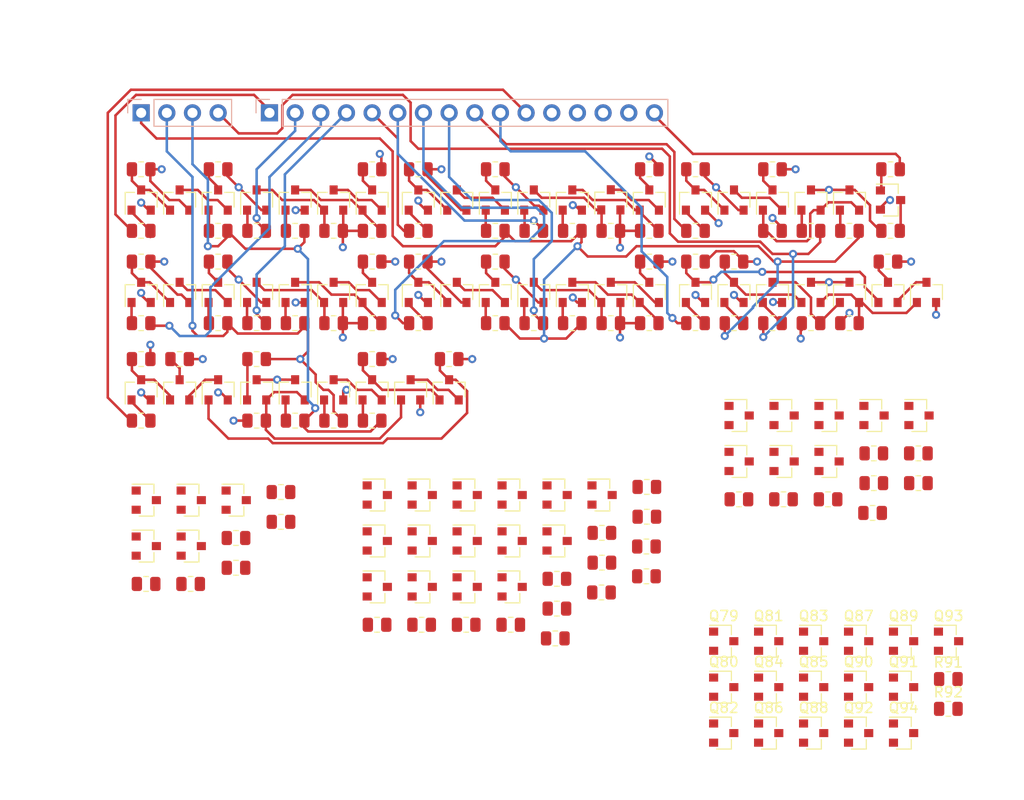
<source format=kicad_pcb>
(kicad_pcb (version 20171130) (host pcbnew "(5.1.10-1-10_14)")
  (layers (0 F.Cu signal) (1 In1.Cu signal) (2 In2.Cu signal) (31 B.Cu signal) (34 B.Paste user) (35 F.Paste user) (36 B.SilkS user) (37 F.SilkS user) (38 B.Mask user) (39 F.Mask user) (44 Edge.Cuts user))
  (net 0 "")
  (net 1 "Net-(Q1-Pad1)")
  (net 2 GND)
  (net 3 VCC)
  (net 4 "Net-(Q1-Pad3)")
  (net 5 "Net-(Q2-Pad3)")
  (net 6 "Net-(Q3-Pad3)")
  (net 7 "Net-(Q3-Pad1)")
  (net 8 ~JO)
  (net 9 OVERFLOW_FLAG)
  (net 10 JO)
  (net 11 "Net-(Q2-Pad1)")
  (net 12 "Net-(Q4-Pad3)")
  (net 13 "Net-(Q5-Pad1)")
  (net 14 "Net-(Q6-Pad3)")
  (net 15 JNO)
  (net 16 CARRY_FLAG)
  (net 17 ZERO_FLAG)
  (net 18 SIGN_FLAG)
  (net 19 "Net-(Q13-Pad1)")
  (net 20 "Net-(Q8-Pad1)")
  (net 21 "Net-(Q11-Pad1)")
  (net 22 "Net-(Q9-Pad1)")
  (net 23 "Net-(Q10-Pad3)")
  (net 24 "Net-(Q10-Pad1)")
  (net 25 "Net-(Q11-Pad3)")
  (net 26 JS)
  (net 27 "Net-(Q12-Pad1)")
  (net 28 "Net-(Q13-Pad3)")
  (net 29 JNS)
  (net 30 ~JNS)
  (net 31 ~JS)
  (net 32 ~JNO)
  (net 33 "Net-(J2-Pad15)")
  (net 34 "Net-(Q15-Pad3)")
  (net 35 "Net-(Q15-Pad1)")
  (net 36 "Net-(Q16-Pad3)")
  (net 37 "Net-(Q16-Pad1)")
  (net 38 "Net-(Q17-Pad3)")
  (net 39 "Net-(Q17-Pad1)")
  (net 40 "Net-(Q18-Pad3)")
  (net 41 "Net-(Q19-Pad1)")
  (net 42 "Net-(Q20-Pad3)")
  (net 43 ~JNE_JNZ)
  (net 44 ~JE_JZ)
  (net 45 JE_JZ)
  (net 46 JNE_JNZ)
  (net 47 ~JNB_JAE_JNC)
  (net 48 ~JB_JNAE_JC)
  (net 49 "Net-(Q22-Pad3)")
  (net 50 "Net-(Q22-Pad1)")
  (net 51 "Net-(Q23-Pad3)")
  (net 52 "Net-(Q23-Pad1)")
  (net 53 "Net-(Q24-Pad3)")
  (net 54 "Net-(Q24-Pad1)")
  (net 55 "Net-(Q25-Pad3)")
  (net 56 JB_JNAE_JC)
  (net 57 "Net-(Q26-Pad1)")
  (net 58 "Net-(Q27-Pad3)")
  (net 59 JNB_JAE_JNC)
  (net 60 ~JBE_JNA)
  (net 61 "Net-(Q29-Pad3)")
  (net 62 "Net-(Q29-Pad1)")
  (net 63 "Net-(Q30-Pad3)")
  (net 64 JBE_JNA)
  (net 65 "Net-(Q31-Pad1)")
  (net 66 "Net-(Q32-Pad1)")
  (net 67 "Net-(Q33-Pad1)")
  (net 68 ~J)
  (net 69 J)
  (net 70 "Net-(Q34-Pad1)")
  (net 71 ~JA_JNBE)
  (net 72 "Net-(Q35-Pad3)")
  (net 73 "Net-(Q35-Pad1)")
  (net 74 "Net-(Q36-Pad3)")
  (net 75 "Net-(Q36-Pad1)")
  (net 76 "Net-(Q37-Pad3)")
  (net 77 "Net-(Q37-Pad1)")
  (net 78 "Net-(Q38-Pad2)")
  (net 79 JA_JNBE)
  (net 80 "Net-(Q40-Pad2)")
  (net 81 ~JL_JNGE)
  (net 82 "Net-(Q42-Pad3)")
  (net 83 "Net-(Q42-Pad1)")
  (net 84 "Net-(Q43-Pad2)")
  (net 85 "Net-(Q43-Pad1)")
  (net 86 "Net-(Q44-Pad1)")
  (net 87 "Net-(Q45-Pad3)")
  (net 88 "Net-(Q46-Pad1)")
  (net 89 "Net-(Q47-Pad3)")
  (net 90 "Net-(Q47-Pad1)")
  (net 91 "Net-(Q48-Pad1)")
  (net 92 "Net-(Q49-Pad3)")
  (net 93 JL_JNGE)
  (net 94 ~JLE_JNG)
  (net 95 SF<>OF)
  (net 96 "Net-(Q51-Pad3)")
  (net 97 "Net-(Q51-Pad1)")
  (net 98 "Net-(Q52-Pad3)")
  (net 99 "Net-(Q53-Pad2)")
  (net 100 "Net-(Q53-Pad1)")
  (net 101 JLE_JNG)
  (net 102 "Net-(Q55-Pad1)")
  (net 103 ~JGE_JNL)
  (net 104 "Net-(Q56-Pad3)")
  (net 105 "Net-(Q56-Pad1)")
  (net 106 "Net-(Q57-Pad3)")
  (net 107 "Net-(Q57-Pad1)")
  (net 108 "Net-(Q58-Pad3)")
  (net 109 "Net-(Q58-Pad1)")
  (net 110 "Net-(Q59-Pad3)")
  (net 111 "Net-(Q60-Pad3)")
  (net 112 "Net-(Q60-Pad1)")
  (net 113 "Net-(Q61-Pad3)")
  (net 114 "Net-(Q62-Pad2)")
  (net 115 "Net-(Q64-Pad3)")
  (net 116 SF=OF)
  (net 117 "Net-(Q65-Pad1)")
  (net 118 "Net-(Q66-Pad3)")
  (net 119 "Net-(Q67-Pad3)")
  (net 120 "Net-(Q68-Pad3)")
  (net 121 "Net-(Q68-Pad1)")
  (net 122 "Net-(Q69-Pad3)")
  (net 123 JGE_JNL)
  (net 124 ~JG_JNLE)
  (net 125 "Net-(Q71-Pad3)")
  (net 126 "Net-(Q71-Pad1)")
  (net 127 "Net-(Q72-Pad3)")
  (net 128 "Net-(Q72-Pad1)")
  (net 129 "Net-(Q73-Pad3)")
  (net 130 "Net-(Q74-Pad3)")
  (net 131 "Net-(Q74-Pad1)")
  (net 132 "Net-(Q75-Pad3)")
  (net 133 "Net-(Q76-Pad3)")
  (net 134 "Net-(Q77-Pad3)")
  (net 135 JG_JNLE)
  (net 136 LOAD_PROGRAM_COUNTER)
  (net 137 "Net-(Q79-Pad1)")
  (module Resistor_SMD:R_0805_2012Metric (layer F.Cu) (at 189.108 143.86)
    (fp_text reference R92 (at 0 -1.65) (layer F.SilkS))
    (fp_text value 3.9kohm)
    (pad 2 smd roundrect (at 0.9125 0) (size 1.025 1.4) (layers F.Cu F.Paste F.Mask) (roundrect_rratio 0.243902) (net 137 "Net-(Q79-Pad1)"))
    (pad 1 smd roundrect (at -0.9125 0) (size 1.025 1.4) (layers F.Cu F.Paste F.Mask) (roundrect_rratio 0.243902) (net 2 GND))
  )
  (module Resistor_SMD:R_0805_2012Metric (layer F.Cu) (at 189.108 140.91)
    (fp_text reference R91 (at 0 -1.65) (layer F.SilkS))
    (fp_text value 3.9kohm)
    (pad 2 smd roundrect (at 0.9125 0) (size 1.025 1.4) (layers F.Cu F.Paste F.Mask) (roundrect_rratio 0.243902) (net 3 VCC))
    (pad 1 smd roundrect (at -0.9125 0) (size 1.025 1.4) (layers F.Cu F.Paste F.Mask) (roundrect_rratio 0.243902) (net 136 LOAD_PROGRAM_COUNTER))
  )
  (module Package_TO_SOT_SMD:SOT-23 (layer F.Cu) (at 184.678 146.26)
    (fp_text reference Q94 (at 0 -2.5) (layer F.SilkS))
    (fp_text value PMBT2222)
    (pad 3 smd rect (at 1 0) (size 0.9 0.8) (layers F.Cu F.Paste F.Mask) (net 3 VCC))
    (pad 2 smd rect (at -1 0.95) (size 0.9 0.8) (layers F.Cu F.Paste F.Mask) (net 137 "Net-(Q79-Pad1)"))
    (pad 1 smd rect (at -1 -0.95) (size 0.9 0.8) (layers F.Cu F.Paste F.Mask) (net 93 JL_JNGE))
  )
  (module Package_TO_SOT_SMD:SOT-23 (layer F.Cu) (at 189.128 137.16)
    (fp_text reference Q93 (at 0 -2.5) (layer F.SilkS))
    (fp_text value PMBT2222)
    (pad 3 smd rect (at 1 0) (size 0.9 0.8) (layers F.Cu F.Paste F.Mask) (net 3 VCC))
    (pad 2 smd rect (at -1 0.95) (size 0.9 0.8) (layers F.Cu F.Paste F.Mask) (net 137 "Net-(Q79-Pad1)"))
    (pad 1 smd rect (at -1 -0.95) (size 0.9 0.8) (layers F.Cu F.Paste F.Mask) (net 101 JLE_JNG))
  )
  (module Package_TO_SOT_SMD:SOT-23 (layer F.Cu) (at 180.228 146.26)
    (fp_text reference Q92 (at 0 -2.5) (layer F.SilkS))
    (fp_text value PMBT2222)
    (pad 3 smd rect (at 1 0) (size 0.9 0.8) (layers F.Cu F.Paste F.Mask) (net 3 VCC))
    (pad 2 smd rect (at -1 0.95) (size 0.9 0.8) (layers F.Cu F.Paste F.Mask) (net 137 "Net-(Q79-Pad1)"))
    (pad 1 smd rect (at -1 -0.95) (size 0.9 0.8) (layers F.Cu F.Paste F.Mask) (net 79 JA_JNBE))
  )
  (module Package_TO_SOT_SMD:SOT-23 (layer F.Cu) (at 184.678 141.71)
    (fp_text reference Q91 (at 0 -2.5) (layer F.SilkS))
    (fp_text value PMBT2222)
    (pad 3 smd rect (at 1 0) (size 0.9 0.8) (layers F.Cu F.Paste F.Mask) (net 3 VCC))
    (pad 2 smd rect (at -1 0.95) (size 0.9 0.8) (layers F.Cu F.Paste F.Mask) (net 137 "Net-(Q79-Pad1)"))
    (pad 1 smd rect (at -1 -0.95) (size 0.9 0.8) (layers F.Cu F.Paste F.Mask) (net 64 JBE_JNA))
  )
  (module Package_TO_SOT_SMD:SOT-23 (layer F.Cu) (at 180.228 141.71)
    (fp_text reference Q90 (at 0 -2.5) (layer F.SilkS))
    (fp_text value PMBT2222)
    (pad 3 smd rect (at 1 0) (size 0.9 0.8) (layers F.Cu F.Paste F.Mask) (net 3 VCC))
    (pad 2 smd rect (at -1 0.95) (size 0.9 0.8) (layers F.Cu F.Paste F.Mask) (net 137 "Net-(Q79-Pad1)"))
    (pad 1 smd rect (at -1 -0.95) (size 0.9 0.8) (layers F.Cu F.Paste F.Mask) (net 69 J))
  )
  (module Package_TO_SOT_SMD:SOT-23 (layer F.Cu) (at 184.678 137.16)
    (fp_text reference Q89 (at 0 -2.5) (layer F.SilkS))
    (fp_text value PMBT2222)
    (pad 3 smd rect (at 1 0) (size 0.9 0.8) (layers F.Cu F.Paste F.Mask) (net 3 VCC))
    (pad 2 smd rect (at -1 0.95) (size 0.9 0.8) (layers F.Cu F.Paste F.Mask) (net 137 "Net-(Q79-Pad1)"))
    (pad 1 smd rect (at -1 -0.95) (size 0.9 0.8) (layers F.Cu F.Paste F.Mask) (net 15 JNO))
  )
  (module Package_TO_SOT_SMD:SOT-23 (layer F.Cu) (at 175.778 146.26)
    (fp_text reference Q88 (at 0 -2.5) (layer F.SilkS))
    (fp_text value PMBT2222)
    (pad 3 smd rect (at 1 0) (size 0.9 0.8) (layers F.Cu F.Paste F.Mask) (net 3 VCC))
    (pad 2 smd rect (at -1 0.95) (size 0.9 0.8) (layers F.Cu F.Paste F.Mask) (net 137 "Net-(Q79-Pad1)"))
    (pad 1 smd rect (at -1 -0.95) (size 0.9 0.8) (layers F.Cu F.Paste F.Mask) (net 10 JO))
  )
  (module Package_TO_SOT_SMD:SOT-23 (layer F.Cu) (at 180.228 137.16)
    (fp_text reference Q87 (at 0 -2.5) (layer F.SilkS))
    (fp_text value PMBT2222)
    (pad 3 smd rect (at 1 0) (size 0.9 0.8) (layers F.Cu F.Paste F.Mask) (net 3 VCC))
    (pad 2 smd rect (at -1 0.95) (size 0.9 0.8) (layers F.Cu F.Paste F.Mask) (net 137 "Net-(Q79-Pad1)"))
    (pad 1 smd rect (at -1 -0.95) (size 0.9 0.8) (layers F.Cu F.Paste F.Mask) (net 29 JNS))
  )
  (module Package_TO_SOT_SMD:SOT-23 (layer F.Cu) (at 171.328 146.26)
    (fp_text reference Q86 (at 0 -2.5) (layer F.SilkS))
    (fp_text value PMBT2222)
    (pad 3 smd rect (at 1 0) (size 0.9 0.8) (layers F.Cu F.Paste F.Mask) (net 3 VCC))
    (pad 2 smd rect (at -1 0.95) (size 0.9 0.8) (layers F.Cu F.Paste F.Mask) (net 137 "Net-(Q79-Pad1)"))
    (pad 1 smd rect (at -1 -0.95) (size 0.9 0.8) (layers F.Cu F.Paste F.Mask) (net 26 JS))
  )
  (module Package_TO_SOT_SMD:SOT-23 (layer F.Cu) (at 175.778 141.71)
    (fp_text reference Q85 (at 0 -2.5) (layer F.SilkS))
    (fp_text value PMBT2222)
    (pad 3 smd rect (at 1 0) (size 0.9 0.8) (layers F.Cu F.Paste F.Mask) (net 3 VCC))
    (pad 2 smd rect (at -1 0.95) (size 0.9 0.8) (layers F.Cu F.Paste F.Mask) (net 137 "Net-(Q79-Pad1)"))
    (pad 1 smd rect (at -1 -0.95) (size 0.9 0.8) (layers F.Cu F.Paste F.Mask) (net 45 JE_JZ))
  )
  (module Package_TO_SOT_SMD:SOT-23 (layer F.Cu) (at 171.328 141.71)
    (fp_text reference Q84 (at 0 -2.5) (layer F.SilkS))
    (fp_text value PMBT2222)
    (pad 3 smd rect (at 1 0) (size 0.9 0.8) (layers F.Cu F.Paste F.Mask) (net 3 VCC))
    (pad 2 smd rect (at -1 0.95) (size 0.9 0.8) (layers F.Cu F.Paste F.Mask) (net 137 "Net-(Q79-Pad1)"))
    (pad 1 smd rect (at -1 -0.95) (size 0.9 0.8) (layers F.Cu F.Paste F.Mask) (net 46 JNE_JNZ))
  )
  (module Package_TO_SOT_SMD:SOT-23 (layer F.Cu) (at 175.778 137.16)
    (fp_text reference Q83 (at 0 -2.5) (layer F.SilkS))
    (fp_text value PMBT2222)
    (pad 3 smd rect (at 1 0) (size 0.9 0.8) (layers F.Cu F.Paste F.Mask) (net 3 VCC))
    (pad 2 smd rect (at -1 0.95) (size 0.9 0.8) (layers F.Cu F.Paste F.Mask) (net 137 "Net-(Q79-Pad1)"))
    (pad 1 smd rect (at -1 -0.95) (size 0.9 0.8) (layers F.Cu F.Paste F.Mask) (net 56 JB_JNAE_JC))
  )
  (module Package_TO_SOT_SMD:SOT-23 (layer F.Cu) (at 166.878 146.26)
    (fp_text reference Q82 (at 0 -2.5) (layer F.SilkS))
    (fp_text value PMBT2222)
    (pad 3 smd rect (at 1 0) (size 0.9 0.8) (layers F.Cu F.Paste F.Mask) (net 3 VCC))
    (pad 2 smd rect (at -1 0.95) (size 0.9 0.8) (layers F.Cu F.Paste F.Mask) (net 137 "Net-(Q79-Pad1)"))
    (pad 1 smd rect (at -1 -0.95) (size 0.9 0.8) (layers F.Cu F.Paste F.Mask) (net 59 JNB_JAE_JNC))
  )
  (module Package_TO_SOT_SMD:SOT-23 (layer F.Cu) (at 171.328 137.16)
    (fp_text reference Q81 (at 0 -2.5) (layer F.SilkS))
    (fp_text value PMBT2222)
    (pad 3 smd rect (at 1 0) (size 0.9 0.8) (layers F.Cu F.Paste F.Mask) (net 3 VCC))
    (pad 2 smd rect (at -1 0.95) (size 0.9 0.8) (layers F.Cu F.Paste F.Mask) (net 137 "Net-(Q79-Pad1)"))
    (pad 1 smd rect (at -1 -0.95) (size 0.9 0.8) (layers F.Cu F.Paste F.Mask) (net 123 JGE_JNL))
  )
  (module Package_TO_SOT_SMD:SOT-23 (layer F.Cu) (at 166.878 141.71)
    (fp_text reference Q80 (at 0 -2.5) (layer F.SilkS))
    (fp_text value PMBT2222)
    (pad 3 smd rect (at 1 0) (size 0.9 0.8) (layers F.Cu F.Paste F.Mask) (net 3 VCC))
    (pad 2 smd rect (at -1 0.95) (size 0.9 0.8) (layers F.Cu F.Paste F.Mask) (net 137 "Net-(Q79-Pad1)"))
    (pad 1 smd rect (at -1 -0.95) (size 0.9 0.8) (layers F.Cu F.Paste F.Mask) (net 135 JG_JNLE))
  )
  (module Package_TO_SOT_SMD:SOT-23 (layer F.Cu) (at 166.878 137.16)
    (fp_text reference Q79 (at 0 -2.5) (layer F.SilkS))
    (fp_text value PMBT2222)
    (pad 3 smd rect (at 1 0) (size 0.9 0.8) (layers F.Cu F.Paste F.Mask) (net 136 LOAD_PROGRAM_COUNTER))
    (pad 2 smd rect (at -1 0.95) (size 0.9 0.8) (layers F.Cu F.Paste F.Mask) (net 2 GND))
    (pad 1 smd rect (at -1 -0.95) (size 0.9 0.8) (layers F.Cu F.Paste F.Mask) (net 137 "Net-(Q79-Pad1)"))
  )
  (module Resistor_SMD:R_0805_2012Metric (layer F.Cu) (at 181.612 124.458)
    (fp_text reference R90 hide)
    (fp_text value 3.9kohm)
    (pad 2 smd roundrect (at 0.9125 0) (size 1.025 1.4) (layers F.Cu F.Paste F.Mask) (roundrect_rratio 0.243902) (net 2 GND))
    (pad 1 smd roundrect (at -0.9125 0) (size 1.025 1.4) (layers F.Cu F.Paste F.Mask) (roundrect_rratio 0.243902) (net 135 JG_JNLE))
  )
  (module Resistor_SMD:R_0805_2012Metric (layer F.Cu) (at 186.142 121.508)
    (fp_text reference R89 hide)
    (fp_text value 3.9kohm)
    (pad 2 smd roundrect (at 0.9125 0) (size 1.025 1.4) (layers F.Cu F.Paste F.Mask) (roundrect_rratio 0.243902) (net 2 GND))
    (pad 1 smd roundrect (at -0.9125 0) (size 1.025 1.4) (layers F.Cu F.Paste F.Mask) (roundrect_rratio 0.243902) (net 133 "Net-(Q76-Pad3)"))
  )
  (module Resistor_SMD:R_0805_2012Metric (layer F.Cu) (at 181.732 121.508)
    (fp_text reference R88 hide)
    (fp_text value 3.9kohm)
    (pad 2 smd roundrect (at 0.9125 0) (size 1.025 1.4) (layers F.Cu F.Paste F.Mask) (roundrect_rratio 0.243902) (net 2 GND))
    (pad 1 smd roundrect (at -0.9125 0) (size 1.025 1.4) (layers F.Cu F.Paste F.Mask) (roundrect_rratio 0.243902) (net 130 "Net-(Q74-Pad3)"))
  )
  (module Resistor_SMD:R_0805_2012Metric (layer F.Cu) (at 186.142 118.558)
    (fp_text reference R87 hide)
    (fp_text value 10kohm)
    (pad 2 smd roundrect (at 0.9125 0) (size 1.025 1.4) (layers F.Cu F.Paste F.Mask) (roundrect_rratio 0.243902) (net 131 "Net-(Q74-Pad1)"))
    (pad 1 smd roundrect (at -0.9125 0) (size 1.025 1.4) (layers F.Cu F.Paste F.Mask) (roundrect_rratio 0.243902) (net 17 ZERO_FLAG))
  )
  (module Resistor_SMD:R_0805_2012Metric (layer F.Cu) (at 181.732 118.558)
    (fp_text reference R86 hide)
    (fp_text value 3.9kohm)
    (pad 2 smd roundrect (at 0.9125 0) (size 1.025 1.4) (layers F.Cu F.Paste F.Mask) (roundrect_rratio 0.243902) (net 3 VCC))
    (pad 1 smd roundrect (at -0.9125 0) (size 1.025 1.4) (layers F.Cu F.Paste F.Mask) (roundrect_rratio 0.243902) (net 127 "Net-(Q72-Pad3)"))
  )
  (module Resistor_SMD:R_0805_2012Metric (layer F.Cu) (at 177.202 123.108)
    (fp_text reference R85 hide)
    (fp_text value 3.9kohm)
    (pad 2 smd roundrect (at 0.9125 0) (size 1.025 1.4) (layers F.Cu F.Paste F.Mask) (roundrect_rratio 0.243902) (net 3 VCC))
    (pad 1 smd roundrect (at -0.9125 0) (size 1.025 1.4) (layers F.Cu F.Paste F.Mask) (roundrect_rratio 0.243902) (net 125 "Net-(Q71-Pad3)"))
  )
  (module Resistor_SMD:R_0805_2012Metric (layer F.Cu) (at 172.792 123.108)
    (fp_text reference R84 hide)
    (fp_text value 10kohm)
    (pad 2 smd roundrect (at 0.9125 0) (size 1.025 1.4) (layers F.Cu F.Paste F.Mask) (roundrect_rratio 0.243902) (net 128 "Net-(Q72-Pad1)"))
    (pad 1 smd roundrect (at -0.9125 0) (size 1.025 1.4) (layers F.Cu F.Paste F.Mask) (roundrect_rratio 0.243902) (net 17 ZERO_FLAG))
  )
  (module Resistor_SMD:R_0805_2012Metric (layer F.Cu) (at 168.382 123.108)
    (fp_text reference R83 hide)
    (fp_text value 10kohm)
    (pad 2 smd roundrect (at 0.9125 0) (size 1.025 1.4) (layers F.Cu F.Paste F.Mask) (roundrect_rratio 0.243902) (net 126 "Net-(Q71-Pad1)"))
    (pad 1 smd roundrect (at -0.9125 0) (size 1.025 1.4) (layers F.Cu F.Paste F.Mask) (roundrect_rratio 0.243902) (net 124 ~JG_JNLE))
  )
  (module Package_TO_SOT_SMD:SOT-23 (layer F.Cu) (at 186.202 114.808)
    (fp_text reference Q78 hide)
    (fp_text value PMBT2222)
    (pad 3 smd rect (at 1 0) (size 0.9 0.8) (layers F.Cu F.Paste F.Mask) (net 135 JG_JNLE))
    (pad 2 smd rect (at -1 0.95) (size 0.9 0.8) (layers F.Cu F.Paste F.Mask) (net 134 "Net-(Q77-Pad3)"))
    (pad 1 smd rect (at -1 -0.95) (size 0.9 0.8) (layers F.Cu F.Paste F.Mask) (net 125 "Net-(Q71-Pad3)"))
  )
  (module Package_TO_SOT_SMD:SOT-23 (layer F.Cu) (at 181.752 114.808)
    (fp_text reference Q77 hide)
    (fp_text value PMBT2222)
    (pad 3 smd rect (at 1 0) (size 0.9 0.8) (layers F.Cu F.Paste F.Mask) (net 134 "Net-(Q77-Pad3)"))
    (pad 2 smd rect (at -1 0.95) (size 0.9 0.8) (layers F.Cu F.Paste F.Mask) (net 3 VCC))
    (pad 1 smd rect (at -1 -0.95) (size 0.9 0.8) (layers F.Cu F.Paste F.Mask) (net 133 "Net-(Q76-Pad3)"))
  )
  (module Package_TO_SOT_SMD:SOT-23 (layer F.Cu) (at 177.302 119.358)
    (fp_text reference Q76 hide)
    (fp_text value PMBT2222)
    (pad 3 smd rect (at 1 0) (size 0.9 0.8) (layers F.Cu F.Paste F.Mask) (net 133 "Net-(Q76-Pad3)"))
    (pad 2 smd rect (at -1 0.95) (size 0.9 0.8) (layers F.Cu F.Paste F.Mask) (net 132 "Net-(Q75-Pad3)"))
    (pad 1 smd rect (at -1 -0.95) (size 0.9 0.8) (layers F.Cu F.Paste F.Mask) (net 127 "Net-(Q72-Pad3)"))
  )
  (module Package_TO_SOT_SMD:SOT-23 (layer F.Cu) (at 172.852 119.358)
    (fp_text reference Q75 hide)
    (fp_text value PMBT2222)
    (pad 3 smd rect (at 1 0) (size 0.9 0.8) (layers F.Cu F.Paste F.Mask) (net 132 "Net-(Q75-Pad3)"))
    (pad 2 smd rect (at -1 0.95) (size 0.9 0.8) (layers F.Cu F.Paste F.Mask) (net 3 VCC))
    (pad 1 smd rect (at -1 -0.95) (size 0.9 0.8) (layers F.Cu F.Paste F.Mask) (net 130 "Net-(Q74-Pad3)"))
  )
  (module Package_TO_SOT_SMD:SOT-23 (layer F.Cu) (at 177.302 114.808)
    (fp_text reference Q74 hide)
    (fp_text value PMBT2222)
    (pad 3 smd rect (at 1 0) (size 0.9 0.8) (layers F.Cu F.Paste F.Mask) (net 130 "Net-(Q74-Pad3)"))
    (pad 2 smd rect (at -1 0.95) (size 0.9 0.8) (layers F.Cu F.Paste F.Mask) (net 129 "Net-(Q73-Pad3)"))
    (pad 1 smd rect (at -1 -0.95) (size 0.9 0.8) (layers F.Cu F.Paste F.Mask) (net 131 "Net-(Q74-Pad1)"))
  )
  (module Package_TO_SOT_SMD:SOT-23 (layer F.Cu) (at 172.852 114.808)
    (fp_text reference Q73 hide)
    (fp_text value PMBT2222)
    (pad 3 smd rect (at 1 0) (size 0.9 0.8) (layers F.Cu F.Paste F.Mask) (net 129 "Net-(Q73-Pad3)"))
    (pad 2 smd rect (at -1 0.95) (size 0.9 0.8) (layers F.Cu F.Paste F.Mask) (net 3 VCC))
    (pad 1 smd rect (at -1 -0.95) (size 0.9 0.8) (layers F.Cu F.Paste F.Mask) (net 116 SF=OF))
  )
  (module Package_TO_SOT_SMD:SOT-23 (layer F.Cu) (at 168.402 119.358)
    (fp_text reference Q72 hide)
    (fp_text value PMBT2222)
    (pad 3 smd rect (at 1 0) (size 0.9 0.8) (layers F.Cu F.Paste F.Mask) (net 127 "Net-(Q72-Pad3)"))
    (pad 2 smd rect (at -1 0.95) (size 0.9 0.8) (layers F.Cu F.Paste F.Mask) (net 2 GND))
    (pad 1 smd rect (at -1 -0.95) (size 0.9 0.8) (layers F.Cu F.Paste F.Mask) (net 128 "Net-(Q72-Pad1)"))
  )
  (module Package_TO_SOT_SMD:SOT-23 (layer F.Cu) (at 168.402 114.808)
    (fp_text reference Q71 hide)
    (fp_text value PMBT2222)
    (pad 3 smd rect (at 1 0) (size 0.9 0.8) (layers F.Cu F.Paste F.Mask) (net 125 "Net-(Q71-Pad3)"))
    (pad 2 smd rect (at -1 0.95) (size 0.9 0.8) (layers F.Cu F.Paste F.Mask) (net 2 GND))
    (pad 1 smd rect (at -1 -0.95) (size 0.9 0.8) (layers F.Cu F.Paste F.Mask) (net 126 "Net-(Q71-Pad1)"))
  )
  (module Resistor_SMD:R_0805_2012Metric (layer F.Cu) (at 159.228 130.732)
    (fp_text reference R82 hide)
    (fp_text value 3.9kohm)
    (pad 2 smd roundrect (at 0.9125 0) (size 1.025 1.4) (layers F.Cu F.Paste F.Mask) (roundrect_rratio 0.243902) (net 2 GND))
    (pad 1 smd roundrect (at -0.9125 0) (size 1.025 1.4) (layers F.Cu F.Paste F.Mask) (roundrect_rratio 0.243902) (net 123 JGE_JNL))
  )
  (module Resistor_SMD:R_0805_2012Metric (layer F.Cu) (at 154.778 132.332)
    (fp_text reference R81 hide)
    (fp_text value 3.9kohm)
    (pad 2 smd roundrect (at 0.9125 0) (size 1.025 1.4) (layers F.Cu F.Paste F.Mask) (roundrect_rratio 0.243902) (net 3 VCC))
    (pad 1 smd roundrect (at -0.9125 0) (size 1.025 1.4) (layers F.Cu F.Paste F.Mask) (roundrect_rratio 0.243902) (net 120 "Net-(Q68-Pad3)"))
  )
  (module Resistor_SMD:R_0805_2012Metric (layer F.Cu) (at 159.228 127.782)
    (fp_text reference R80 hide)
    (fp_text value 3.9kohm)
    (pad 2 smd roundrect (at 0.9125 0) (size 1.025 1.4) (layers F.Cu F.Paste F.Mask) (roundrect_rratio 0.243902) (net 119 "Net-(Q67-Pad3)"))
    (pad 1 smd roundrect (at -0.9125 0) (size 1.025 1.4) (layers F.Cu F.Paste F.Mask) (roundrect_rratio 0.243902) (net 3 VCC))
  )
  (module Resistor_SMD:R_0805_2012Metric (layer F.Cu) (at 150.208 136.882)
    (fp_text reference R79 hide)
    (fp_text value 10kohm)
    (pad 2 smd roundrect (at 0.9125 0) (size 1.025 1.4) (layers F.Cu F.Paste F.Mask) (roundrect_rratio 0.243902) (net 121 "Net-(Q68-Pad1)"))
    (pad 1 smd roundrect (at -0.9125 0) (size 1.025 1.4) (layers F.Cu F.Paste F.Mask) (roundrect_rratio 0.243902) (net 103 ~JGE_JNL))
  )
  (module Resistor_SMD:R_0805_2012Metric (layer F.Cu) (at 159.268 124.832)
    (fp_text reference R78 hide)
    (fp_text value 3.9kohm)
    (pad 2 smd roundrect (at 0.9125 0) (size 1.025 1.4) (layers F.Cu F.Paste F.Mask) (roundrect_rratio 0.243902) (net 2 GND))
    (pad 1 smd roundrect (at -0.9125 0) (size 1.025 1.4) (layers F.Cu F.Paste F.Mask) (roundrect_rratio 0.243902) (net 116 SF=OF))
  )
  (module Resistor_SMD:R_0805_2012Metric (layer F.Cu) (at 154.818 129.382)
    (fp_text reference R77 hide)
    (fp_text value 3.9kohm)
    (pad 2 smd roundrect (at 0.9125 0) (size 1.025 1.4) (layers F.Cu F.Paste F.Mask) (roundrect_rratio 0.243902) (net 114 "Net-(Q62-Pad2)"))
    (pad 1 smd roundrect (at -0.9125 0) (size 1.025 1.4) (layers F.Cu F.Paste F.Mask) (roundrect_rratio 0.243902) (net 2 GND))
  )
  (module Resistor_SMD:R_0805_2012Metric (layer F.Cu) (at 150.368 133.932)
    (fp_text reference R76 hide)
    (fp_text value 3.9kohm)
    (pad 2 smd roundrect (at 0.9125 0) (size 1.025 1.4) (layers F.Cu F.Paste F.Mask) (roundrect_rratio 0.243902) (net 2 GND))
    (pad 1 smd roundrect (at -0.9125 0) (size 1.025 1.4) (layers F.Cu F.Paste F.Mask) (roundrect_rratio 0.243902) (net 113 "Net-(Q61-Pad3)"))
  )
  (module Resistor_SMD:R_0805_2012Metric (layer F.Cu) (at 154.818 126.432)
    (fp_text reference R75 hide)
    (fp_text value 3.9kohm)
    (pad 2 smd roundrect (at 0.9125 0) (size 1.025 1.4) (layers F.Cu F.Paste F.Mask) (roundrect_rratio 0.243902) (net 2 GND))
    (pad 1 smd roundrect (at -0.9125 0) (size 1.025 1.4) (layers F.Cu F.Paste F.Mask) (roundrect_rratio 0.243902) (net 111 "Net-(Q60-Pad3)"))
  )
  (module Resistor_SMD:R_0805_2012Metric (layer F.Cu) (at 159.268 121.882)
    (fp_text reference R74 hide)
    (fp_text value 10kohm)
    (pad 2 smd roundrect (at 0.9125 0) (size 1.025 1.4) (layers F.Cu F.Paste F.Mask) (roundrect_rratio 0.243902) (net 112 "Net-(Q60-Pad1)"))
    (pad 1 smd roundrect (at -0.9125 0) (size 1.025 1.4) (layers F.Cu F.Paste F.Mask) (roundrect_rratio 0.243902) (net 18 SIGN_FLAG))
  )
  (module Resistor_SMD:R_0805_2012Metric (layer F.Cu) (at 145.798 135.532)
    (fp_text reference R73 hide)
    (fp_text value 10kohm)
    (pad 2 smd roundrect (at 0.9125 0) (size 1.025 1.4) (layers F.Cu F.Paste F.Mask) (roundrect_rratio 0.243902) (net 109 "Net-(Q58-Pad1)"))
    (pad 1 smd roundrect (at -0.9125 0) (size 1.025 1.4) (layers F.Cu F.Paste F.Mask) (roundrect_rratio 0.243902) (net 9 OVERFLOW_FLAG))
  )
  (module Resistor_SMD:R_0805_2012Metric (layer F.Cu) (at 150.368 130.982)
    (fp_text reference R72 hide)
    (fp_text value 3.9kohm)
    (pad 2 smd roundrect (at 0.9125 0) (size 1.025 1.4) (layers F.Cu F.Paste F.Mask) (roundrect_rratio 0.243902) (net 3 VCC))
    (pad 1 smd roundrect (at -0.9125 0) (size 1.025 1.4) (layers F.Cu F.Paste F.Mask) (roundrect_rratio 0.243902) (net 106 "Net-(Q57-Pad3)"))
  )
  (module Resistor_SMD:R_0805_2012Metric (layer F.Cu) (at 141.388 135.532)
    (fp_text reference R71 hide)
    (fp_text value 3.9kohm)
    (pad 2 smd roundrect (at 0.9125 0) (size 1.025 1.4) (layers F.Cu F.Paste F.Mask) (roundrect_rratio 0.243902) (net 3 VCC))
    (pad 1 smd roundrect (at -0.9125 0) (size 1.025 1.4) (layers F.Cu F.Paste F.Mask) (roundrect_rratio 0.243902) (net 104 "Net-(Q56-Pad3)"))
  )
  (module Resistor_SMD:R_0805_2012Metric (layer F.Cu) (at 136.978 135.532)
    (fp_text reference R70 hide)
    (fp_text value 10kohm)
    (pad 2 smd roundrect (at 0.9125 0) (size 1.025 1.4) (layers F.Cu F.Paste F.Mask) (roundrect_rratio 0.243902) (net 107 "Net-(Q57-Pad1)"))
    (pad 1 smd roundrect (at -0.9125 0) (size 1.025 1.4) (layers F.Cu F.Paste F.Mask) (roundrect_rratio 0.243902) (net 18 SIGN_FLAG))
  )
  (module Resistor_SMD:R_0805_2012Metric (layer F.Cu) (at 132.568 135.532)
    (fp_text reference R69 hide)
    (fp_text value 10kohm)
    (pad 2 smd roundrect (at 0.9125 0) (size 1.025 1.4) (layers F.Cu F.Paste F.Mask) (roundrect_rratio 0.243902) (net 105 "Net-(Q56-Pad1)"))
    (pad 1 smd roundrect (at -0.9125 0) (size 1.025 1.4) (layers F.Cu F.Paste F.Mask) (roundrect_rratio 0.243902) (net 9 OVERFLOW_FLAG))
  )
  (module Package_TO_SOT_SMD:SOT-23 (layer F.Cu) (at 154.838 122.682)
    (fp_text reference Q70 hide)
    (fp_text value PMBT2222)
    (pad 3 smd rect (at 1 0) (size 0.9 0.8) (layers F.Cu F.Paste F.Mask) (net 123 JGE_JNL))
    (pad 2 smd rect (at -1 0.95) (size 0.9 0.8) (layers F.Cu F.Paste F.Mask) (net 122 "Net-(Q69-Pad3)"))
    (pad 1 smd rect (at -1 -0.95) (size 0.9 0.8) (layers F.Cu F.Paste F.Mask) (net 120 "Net-(Q68-Pad3)"))
  )
  (module Package_TO_SOT_SMD:SOT-23 (layer F.Cu) (at 145.938 131.782)
    (fp_text reference Q69 hide)
    (fp_text value PMBT2222)
    (pad 3 smd rect (at 1 0) (size 0.9 0.8) (layers F.Cu F.Paste F.Mask) (net 122 "Net-(Q69-Pad3)"))
    (pad 2 smd rect (at -1 0.95) (size 0.9 0.8) (layers F.Cu F.Paste F.Mask) (net 3 VCC))
    (pad 1 smd rect (at -1 -0.95) (size 0.9 0.8) (layers F.Cu F.Paste F.Mask) (net 116 SF=OF))
  )
  (module Package_TO_SOT_SMD:SOT-23 (layer F.Cu) (at 150.388 127.232)
    (fp_text reference Q68 hide)
    (fp_text value PMBT2222)
    (pad 3 smd rect (at 1 0) (size 0.9 0.8) (layers F.Cu F.Paste F.Mask) (net 120 "Net-(Q68-Pad3)"))
    (pad 2 smd rect (at -1 0.95) (size 0.9 0.8) (layers F.Cu F.Paste F.Mask) (net 2 GND))
    (pad 1 smd rect (at -1 -0.95) (size 0.9 0.8) (layers F.Cu F.Paste F.Mask) (net 121 "Net-(Q68-Pad1)"))
  )
  (module Package_TO_SOT_SMD:SOT-23 (layer F.Cu) (at 145.938 127.232)
    (fp_text reference Q67 hide)
    (fp_text value PMBT2222)
    (pad 3 smd rect (at 1 0) (size 0.9 0.8) (layers F.Cu F.Paste F.Mask) (net 119 "Net-(Q67-Pad3)"))
    (pad 2 smd rect (at -1 0.95) (size 0.9 0.8) (layers F.Cu F.Paste F.Mask) (net 118 "Net-(Q66-Pad3)"))
    (pad 1 smd rect (at -1 -0.95) (size 0.9 0.8) (layers F.Cu F.Paste F.Mask) (net 113 "Net-(Q61-Pad3)"))
  )
  (module Package_TO_SOT_SMD:SOT-23 (layer F.Cu) (at 150.388 122.682)
    (fp_text reference Q66 hide)
    (fp_text value PMBT2222)
    (pad 3 smd rect (at 1 0) (size 0.9 0.8) (layers F.Cu F.Paste F.Mask) (net 118 "Net-(Q66-Pad3)"))
    (pad 2 smd rect (at -1 0.95) (size 0.9 0.8) (layers F.Cu F.Paste F.Mask) (net 2 GND))
    (pad 1 smd rect (at -1 -0.95) (size 0.9 0.8) (layers F.Cu F.Paste F.Mask) (net 111 "Net-(Q60-Pad3)"))
  )
  (module Package_TO_SOT_SMD:SOT-23 (layer F.Cu) (at 141.488 131.782)
    (fp_text reference Q65 hide)
    (fp_text value PMBT2222)
    (pad 3 smd rect (at 1 0) (size 0.9 0.8) (layers F.Cu F.Paste F.Mask) (net 116 SF=OF))
    (pad 2 smd rect (at -1 0.95) (size 0.9 0.8) (layers F.Cu F.Paste F.Mask) (net 115 "Net-(Q64-Pad3)"))
    (pad 1 smd rect (at -1 -0.95) (size 0.9 0.8) (layers F.Cu F.Paste F.Mask) (net 117 "Net-(Q65-Pad1)"))
  )
  (module Package_TO_SOT_SMD:SOT-23 (layer F.Cu) (at 145.938 122.682)
    (fp_text reference Q64 hide)
    (fp_text value PMBT2222)
    (pad 3 smd rect (at 1 0) (size 0.9 0.8) (layers F.Cu F.Paste F.Mask) (net 115 "Net-(Q64-Pad3)"))
    (pad 2 smd rect (at -1 0.95) (size 0.9 0.8) (layers F.Cu F.Paste F.Mask) (net 3 VCC))
    (pad 1 smd rect (at -1 -0.95) (size 0.9 0.8) (layers F.Cu F.Paste F.Mask) (net 114 "Net-(Q62-Pad2)"))
  )
  (module Package_TO_SOT_SMD:SOT-23 (layer F.Cu) (at 137.038 131.782)
    (fp_text reference Q63 hide)
    (fp_text value PMBT2222)
    (pad 3 smd rect (at 1 0) (size 0.9 0.8) (layers F.Cu F.Paste F.Mask) (net 3 VCC))
    (pad 2 smd rect (at -1 0.95) (size 0.9 0.8) (layers F.Cu F.Paste F.Mask) (net 114 "Net-(Q62-Pad2)"))
    (pad 1 smd rect (at -1 -0.95) (size 0.9 0.8) (layers F.Cu F.Paste F.Mask) (net 113 "Net-(Q61-Pad3)"))
  )
  (module Package_TO_SOT_SMD:SOT-23 (layer F.Cu) (at 141.488 127.232)
    (fp_text reference Q62 hide)
    (fp_text value PMBT2222)
    (pad 3 smd rect (at 1 0) (size 0.9 0.8) (layers F.Cu F.Paste F.Mask) (net 3 VCC))
    (pad 2 smd rect (at -1 0.95) (size 0.9 0.8) (layers F.Cu F.Paste F.Mask) (net 114 "Net-(Q62-Pad2)"))
    (pad 1 smd rect (at -1 -0.95) (size 0.9 0.8) (layers F.Cu F.Paste F.Mask) (net 111 "Net-(Q60-Pad3)"))
  )
  (module Package_TO_SOT_SMD:SOT-23 (layer F.Cu) (at 137.038 127.232)
    (fp_text reference Q61 hide)
    (fp_text value PMBT2222)
    (pad 3 smd rect (at 1 0) (size 0.9 0.8) (layers F.Cu F.Paste F.Mask) (net 113 "Net-(Q61-Pad3)"))
    (pad 2 smd rect (at -1 0.95) (size 0.9 0.8) (layers F.Cu F.Paste F.Mask) (net 110 "Net-(Q59-Pad3)"))
    (pad 1 smd rect (at -1 -0.95) (size 0.9 0.8) (layers F.Cu F.Paste F.Mask) (net 104 "Net-(Q56-Pad3)"))
  )
  (module Package_TO_SOT_SMD:SOT-23 (layer F.Cu) (at 141.488 122.682)
    (fp_text reference Q60 hide)
    (fp_text value PMBT2222)
    (pad 3 smd rect (at 1 0) (size 0.9 0.8) (layers F.Cu F.Paste F.Mask) (net 111 "Net-(Q60-Pad3)"))
    (pad 2 smd rect (at -1 0.95) (size 0.9 0.8) (layers F.Cu F.Paste F.Mask) (net 108 "Net-(Q58-Pad3)"))
    (pad 1 smd rect (at -1 -0.95) (size 0.9 0.8) (layers F.Cu F.Paste F.Mask) (net 112 "Net-(Q60-Pad1)"))
  )
  (module Package_TO_SOT_SMD:SOT-23 (layer F.Cu) (at 132.588 131.782)
    (fp_text reference Q59 hide)
    (fp_text value PMBT2222)
    (pad 3 smd rect (at 1 0) (size 0.9 0.8) (layers F.Cu F.Paste F.Mask) (net 110 "Net-(Q59-Pad3)"))
    (pad 2 smd rect (at -1 0.95) (size 0.9 0.8) (layers F.Cu F.Paste F.Mask) (net 3 VCC))
    (pad 1 smd rect (at -1 -0.95) (size 0.9 0.8) (layers F.Cu F.Paste F.Mask) (net 106 "Net-(Q57-Pad3)"))
  )
  (module Package_TO_SOT_SMD:SOT-23 (layer F.Cu) (at 137.038 122.682)
    (fp_text reference Q58 hide)
    (fp_text value PMBT2222)
    (pad 3 smd rect (at 1 0) (size 0.9 0.8) (layers F.Cu F.Paste F.Mask) (net 108 "Net-(Q58-Pad3)"))
    (pad 2 smd rect (at -1 0.95) (size 0.9 0.8) (layers F.Cu F.Paste F.Mask) (net 3 VCC))
    (pad 1 smd rect (at -1 -0.95) (size 0.9 0.8) (layers F.Cu F.Paste F.Mask) (net 109 "Net-(Q58-Pad1)"))
  )
  (module Package_TO_SOT_SMD:SOT-23 (layer F.Cu) (at 132.588 127.232)
    (fp_text reference Q57 hide)
    (fp_text value PMBT2222)
    (pad 3 smd rect (at 1 0) (size 0.9 0.8) (layers F.Cu F.Paste F.Mask) (net 106 "Net-(Q57-Pad3)"))
    (pad 2 smd rect (at -1 0.95) (size 0.9 0.8) (layers F.Cu F.Paste F.Mask) (net 2 GND))
    (pad 1 smd rect (at -1 -0.95) (size 0.9 0.8) (layers F.Cu F.Paste F.Mask) (net 107 "Net-(Q57-Pad1)"))
  )
  (module Package_TO_SOT_SMD:SOT-23 (layer F.Cu) (at 132.588 122.682)
    (fp_text reference Q56 hide)
    (fp_text value PMBT2222)
    (pad 3 smd rect (at 1 0) (size 0.9 0.8) (layers F.Cu F.Paste F.Mask) (net 104 "Net-(Q56-Pad3)"))
    (pad 2 smd rect (at -1 0.95) (size 0.9 0.8) (layers F.Cu F.Paste F.Mask) (net 2 GND))
    (pad 1 smd rect (at -1 -0.95) (size 0.9 0.8) (layers F.Cu F.Paste F.Mask) (net 105 "Net-(Q56-Pad1)"))
  )
  (module Resistor_SMD:R_0805_2012Metric (layer F.Cu) (at 123.058 125.34)
    (fp_text reference R68 hide)
    (fp_text value 10kohm)
    (pad 2 smd roundrect (at 0.9125 0) (size 1.025 1.4) (layers F.Cu F.Paste F.Mask) (roundrect_rratio 0.243902) (net 102 "Net-(Q55-Pad1)"))
    (pad 1 smd roundrect (at -0.9125 0) (size 1.025 1.4) (layers F.Cu F.Paste F.Mask) (roundrect_rratio 0.243902) (net 95 SF<>OF))
  )
  (module Resistor_SMD:R_0805_2012Metric (layer F.Cu) (at 118.608 129.89)
    (fp_text reference R67 hide)
    (fp_text value 3.9kohm)
    (pad 2 smd roundrect (at 0.9125 0) (size 1.025 1.4) (layers F.Cu F.Paste F.Mask) (roundrect_rratio 0.243902) (net 2 GND))
    (pad 1 smd roundrect (at -0.9125 0) (size 1.025 1.4) (layers F.Cu F.Paste F.Mask) (roundrect_rratio 0.243902) (net 101 JLE_JNG))
  )
  (module Resistor_SMD:R_0805_2012Metric (layer F.Cu) (at 114.118 131.49)
    (fp_text reference R66 hide)
    (fp_text value 10kohm)
    (pad 2 smd roundrect (at 0.9125 0) (size 1.025 1.4) (layers F.Cu F.Paste F.Mask) (roundrect_rratio 0.243902) (net 100 "Net-(Q53-Pad1)"))
    (pad 1 smd roundrect (at -0.9125 0) (size 1.025 1.4) (layers F.Cu F.Paste F.Mask) (roundrect_rratio 0.243902) (net 17 ZERO_FLAG))
  )
  (module Resistor_SMD:R_0805_2012Metric (layer F.Cu) (at 123.058 122.39)
    (fp_text reference R65 hide)
    (fp_text value 3.9kohm)
    (pad 2 smd roundrect (at 0.9125 0) (size 1.025 1.4) (layers F.Cu F.Paste F.Mask) (roundrect_rratio 0.243902) (net 99 "Net-(Q53-Pad2)"))
    (pad 1 smd roundrect (at -0.9125 0) (size 1.025 1.4) (layers F.Cu F.Paste F.Mask) (roundrect_rratio 0.243902) (net 2 GND))
  )
  (module Resistor_SMD:R_0805_2012Metric (layer F.Cu) (at 118.608 126.94)
    (fp_text reference R64 hide)
    (fp_text value 3.9kohm)
    (pad 2 smd roundrect (at 0.9125 0) (size 1.025 1.4) (layers F.Cu F.Paste F.Mask) (roundrect_rratio 0.243902) (net 3 VCC))
    (pad 1 smd roundrect (at -0.9125 0) (size 1.025 1.4) (layers F.Cu F.Paste F.Mask) (roundrect_rratio 0.243902) (net 96 "Net-(Q51-Pad3)"))
  )
  (module Resistor_SMD:R_0805_2012Metric (layer F.Cu) (at 109.708 131.49)
    (fp_text reference R63 hide)
    (fp_text value 10kohm)
    (pad 2 smd roundrect (at 0.9125 0) (size 1.025 1.4) (layers F.Cu F.Paste F.Mask) (roundrect_rratio 0.243902) (net 97 "Net-(Q51-Pad1)"))
    (pad 1 smd roundrect (at -0.9125 0) (size 1.025 1.4) (layers F.Cu F.Paste F.Mask) (roundrect_rratio 0.243902) (net 94 ~JLE_JNG))
  )
  (module Package_TO_SOT_SMD:SOT-23 (layer F.Cu) (at 114.178 127.74)
    (fp_text reference Q55 hide)
    (fp_text value PMBT2222)
    (pad 3 smd rect (at 1 0) (size 0.9 0.8) (layers F.Cu F.Paste F.Mask) (net 3 VCC))
    (pad 2 smd rect (at -1 0.95) (size 0.9 0.8) (layers F.Cu F.Paste F.Mask) (net 99 "Net-(Q53-Pad2)"))
    (pad 1 smd rect (at -1 -0.95) (size 0.9 0.8) (layers F.Cu F.Paste F.Mask) (net 102 "Net-(Q55-Pad1)"))
  )
  (module Package_TO_SOT_SMD:SOT-23 (layer F.Cu) (at 118.628 123.19)
    (fp_text reference Q54 hide)
    (fp_text value PMBT2222)
    (pad 3 smd rect (at 1 0) (size 0.9 0.8) (layers F.Cu F.Paste F.Mask) (net 101 JLE_JNG))
    (pad 2 smd rect (at -1 0.95) (size 0.9 0.8) (layers F.Cu F.Paste F.Mask) (net 98 "Net-(Q52-Pad3)"))
    (pad 1 smd rect (at -1 -0.95) (size 0.9 0.8) (layers F.Cu F.Paste F.Mask) (net 99 "Net-(Q53-Pad2)"))
  )
  (module Package_TO_SOT_SMD:SOT-23 (layer F.Cu) (at 114.178 123.19)
    (fp_text reference Q53 hide)
    (fp_text value PMBT2222)
    (pad 3 smd rect (at 1 0) (size 0.9 0.8) (layers F.Cu F.Paste F.Mask) (net 3 VCC))
    (pad 2 smd rect (at -1 0.95) (size 0.9 0.8) (layers F.Cu F.Paste F.Mask) (net 99 "Net-(Q53-Pad2)"))
    (pad 1 smd rect (at -1 -0.95) (size 0.9 0.8) (layers F.Cu F.Paste F.Mask) (net 100 "Net-(Q53-Pad1)"))
  )
  (module Package_TO_SOT_SMD:SOT-23 (layer F.Cu) (at 109.728 127.74)
    (fp_text reference Q52 hide)
    (fp_text value PMBT2222)
    (pad 3 smd rect (at 1 0) (size 0.9 0.8) (layers F.Cu F.Paste F.Mask) (net 98 "Net-(Q52-Pad3)"))
    (pad 2 smd rect (at -1 0.95) (size 0.9 0.8) (layers F.Cu F.Paste F.Mask) (net 3 VCC))
    (pad 1 smd rect (at -1 -0.95) (size 0.9 0.8) (layers F.Cu F.Paste F.Mask) (net 96 "Net-(Q51-Pad3)"))
  )
  (module Package_TO_SOT_SMD:SOT-23 (layer F.Cu) (at 109.728 123.19)
    (fp_text reference Q51 hide)
    (fp_text value PMBT2222)
    (pad 3 smd rect (at 1 0) (size 0.9 0.8) (layers F.Cu F.Paste F.Mask) (net 96 "Net-(Q51-Pad3)"))
    (pad 2 smd rect (at -1 0.95) (size 0.9 0.8) (layers F.Cu F.Paste F.Mask) (net 2 GND))
    (pad 1 smd rect (at -1 -0.95) (size 0.9 0.8) (layers F.Cu F.Paste F.Mask) (net 97 "Net-(Q51-Pad1)"))
  )
  (module Resistor_SMD:R_0805_2012Metric (layer F.Cu) (at 113.03 109.22)
    (fp_text reference R62 hide)
    (fp_text value 3.9kohm)
    (pad 2 smd roundrect (at 0.9125 0) (size 1.025 1.4) (layers F.Cu F.Paste F.Mask) (roundrect_rratio 0.243902) (net 2 GND))
    (pad 1 smd roundrect (at -0.9125 0) (size 1.025 1.4) (layers F.Cu F.Paste F.Mask) (roundrect_rratio 0.243902) (net 93 JL_JNGE))
  )
  (module Resistor_SMD:R_0805_2012Metric (layer F.Cu) (at 132.08 109.22 180)
    (fp_text reference R61 hide)
    (fp_text value 3.9kohm)
    (pad 2 smd roundrect (at 0.9125 0 180) (size 1.025 1.4) (layers F.Cu F.Paste F.Mask) (roundrect_rratio 0.243902) (net 88 "Net-(Q46-Pad1)"))
    (pad 1 smd roundrect (at -0.9125 0 180) (size 1.025 1.4) (layers F.Cu F.Paste F.Mask) (roundrect_rratio 0.243902) (net 3 VCC))
  )
  (module Resistor_SMD:R_0805_2012Metric (layer F.Cu) (at 132.08 115.316 180)
    (fp_text reference R60 hide)
    (fp_text value 10kohm)
    (pad 2 smd roundrect (at 0.9125 0 180) (size 1.025 1.4) (layers F.Cu F.Paste F.Mask) (roundrect_rratio 0.243902) (net 91 "Net-(Q48-Pad1)"))
    (pad 1 smd roundrect (at -0.9125 0 180) (size 1.025 1.4) (layers F.Cu F.Paste F.Mask) (roundrect_rratio 0.243902) (net 9 OVERFLOW_FLAG))
  )
  (module Resistor_SMD:R_0805_2012Metric (layer F.Cu) (at 128.27 115.316 180)
    (fp_text reference R59 hide)
    (fp_text value 10kohm)
    (pad 2 smd roundrect (at 0.9125 0 180) (size 1.025 1.4) (layers F.Cu F.Paste F.Mask) (roundrect_rratio 0.243902) (net 90 "Net-(Q47-Pad1)"))
    (pad 1 smd roundrect (at -0.9125 0 180) (size 1.025 1.4) (layers F.Cu F.Paste F.Mask) (roundrect_rratio 0.243902) (net 18 SIGN_FLAG))
  )
  (module Resistor_SMD:R_0805_2012Metric (layer F.Cu) (at 139.7 109.22)
    (fp_text reference R58 hide)
    (fp_text value 3.9kohm)
    (pad 2 smd roundrect (at 0.9125 0) (size 1.025 1.4) (layers F.Cu F.Paste F.Mask) (roundrect_rratio 0.243902) (net 2 GND))
    (pad 1 smd roundrect (at -0.9125 0) (size 1.025 1.4) (layers F.Cu F.Paste F.Mask) (roundrect_rratio 0.243902) (net 95 SF<>OF))
  )
  (module Resistor_SMD:R_0805_2012Metric (layer F.Cu) (at 124.46 115.316 180)
    (fp_text reference R57 hide)
    (fp_text value 10kohm)
    (pad 2 smd roundrect (at 0.9125 0 180) (size 1.025 1.4) (layers F.Cu F.Paste F.Mask) (roundrect_rratio 0.243902) (net 86 "Net-(Q44-Pad1)"))
    (pad 1 smd roundrect (at -0.9125 0 180) (size 1.025 1.4) (layers F.Cu F.Paste F.Mask) (roundrect_rratio 0.243902) (net 9 OVERFLOW_FLAG))
  )
  (module Resistor_SMD:R_0805_2012Metric (layer F.Cu) (at 109.22 109.22)
    (fp_text reference R56 hide)
    (fp_text value 3.9kohm)
    (pad 2 smd roundrect (at 0.9125 0) (size 1.025 1.4) (layers F.Cu F.Paste F.Mask) (roundrect_rratio 0.243902) (net 3 VCC))
    (pad 1 smd roundrect (at -0.9125 0) (size 1.025 1.4) (layers F.Cu F.Paste F.Mask) (roundrect_rratio 0.243902) (net 82 "Net-(Q42-Pad3)"))
  )
  (module Resistor_SMD:R_0805_2012Metric (layer F.Cu) (at 120.65 109.22 180)
    (fp_text reference R55 hide)
    (fp_text value 10kohm)
    (pad 2 smd roundrect (at 0.9125 0 180) (size 1.025 1.4) (layers F.Cu F.Paste F.Mask) (roundrect_rratio 0.243902) (net 85 "Net-(Q43-Pad1)"))
    (pad 1 smd roundrect (at -0.9125 0 180) (size 1.025 1.4) (layers F.Cu F.Paste F.Mask) (roundrect_rratio 0.243902) (net 18 SIGN_FLAG))
  )
  (module Resistor_SMD:R_0805_2012Metric (layer F.Cu) (at 109.22 115.316)
    (fp_text reference R54 hide)
    (fp_text value 10kohm)
    (pad 2 smd roundrect (at 0.9125 0) (size 1.025 1.4) (layers F.Cu F.Paste F.Mask) (roundrect_rratio 0.243902) (net 83 "Net-(Q42-Pad1)"))
    (pad 1 smd roundrect (at -0.9125 0) (size 1.025 1.4) (layers F.Cu F.Paste F.Mask) (roundrect_rratio 0.243902) (net 81 ~JL_JNGE))
  )
  (module Resistor_SMD:R_0805_2012Metric (layer F.Cu) (at 120.65 115.316)
    (fp_text reference R53 hide)
    (fp_text value 3.9kohm)
    (pad 2 smd roundrect (at 0.9125 0) (size 1.025 1.4) (layers F.Cu F.Paste F.Mask) (roundrect_rratio 0.243902) (net 84 "Net-(Q43-Pad2)"))
    (pad 1 smd roundrect (at -0.9125 0) (size 1.025 1.4) (layers F.Cu F.Paste F.Mask) (roundrect_rratio 0.243902) (net 2 GND))
  )
  (module Package_TO_SOT_SMD:SOT-23 (layer F.Cu) (at 113.03 112.268 90)
    (fp_text reference Q50 hide)
    (fp_text value PMBT2222)
    (pad 3 smd rect (at 1 0 90) (size 0.9 0.8) (layers F.Cu F.Paste F.Mask) (net 93 JL_JNGE))
    (pad 2 smd rect (at -1 0.95 90) (size 0.9 0.8) (layers F.Cu F.Paste F.Mask) (net 92 "Net-(Q49-Pad3)"))
    (pad 1 smd rect (at -1 -0.95 90) (size 0.9 0.8) (layers F.Cu F.Paste F.Mask) (net 82 "Net-(Q42-Pad3)"))
  )
  (module Package_TO_SOT_SMD:SOT-23 (layer F.Cu) (at 116.84 112.268 90)
    (fp_text reference Q49 hide)
    (fp_text value PMBT2222)
    (pad 3 smd rect (at 1 0 90) (size 0.9 0.8) (layers F.Cu F.Paste F.Mask) (net 92 "Net-(Q49-Pad3)"))
    (pad 2 smd rect (at -1 0.95 90) (size 0.9 0.8) (layers F.Cu F.Paste F.Mask) (net 3 VCC))
    (pad 1 smd rect (at -1 -0.95 90) (size 0.9 0.8) (layers F.Cu F.Paste F.Mask) (net 95 SF<>OF))
  )
  (module Package_TO_SOT_SMD:SOT-23 (layer F.Cu) (at 132.08 112.268 90)
    (fp_text reference Q48 hide)
    (fp_text value PMBT2222)
    (pad 3 smd rect (at 1 0 90) (size 0.9 0.8) (layers F.Cu F.Paste F.Mask) (net 88 "Net-(Q46-Pad1)"))
    (pad 2 smd rect (at -1 0.95 90) (size 0.9 0.8) (layers F.Cu F.Paste F.Mask) (net 89 "Net-(Q47-Pad3)"))
    (pad 1 smd rect (at -1 -0.95 90) (size 0.9 0.8) (layers F.Cu F.Paste F.Mask) (net 91 "Net-(Q48-Pad1)"))
  )
  (module Package_TO_SOT_SMD:SOT-23 (layer F.Cu) (at 128.27 112.268 90)
    (fp_text reference Q47 hide)
    (fp_text value PMBT2222)
    (pad 3 smd rect (at 1 0 90) (size 0.9 0.8) (layers F.Cu F.Paste F.Mask) (net 89 "Net-(Q47-Pad3)"))
    (pad 2 smd rect (at -1 0.95 90) (size 0.9 0.8) (layers F.Cu F.Paste F.Mask) (net 2 GND))
    (pad 1 smd rect (at -1 -0.95 90) (size 0.9 0.8) (layers F.Cu F.Paste F.Mask) (net 90 "Net-(Q47-Pad1)"))
  )
  (module Package_TO_SOT_SMD:SOT-23 (layer F.Cu) (at 139.7 112.268 90)
    (fp_text reference Q46 hide)
    (fp_text value PMBT2222)
    (pad 3 smd rect (at 1 0 90) (size 0.9 0.8) (layers F.Cu F.Paste F.Mask) (net 95 SF<>OF))
    (pad 2 smd rect (at -1 0.95 90) (size 0.9 0.8) (layers F.Cu F.Paste F.Mask) (net 87 "Net-(Q45-Pad3)"))
    (pad 1 smd rect (at -1 -0.95 90) (size 0.9 0.8) (layers F.Cu F.Paste F.Mask) (net 88 "Net-(Q46-Pad1)"))
  )
  (module Package_TO_SOT_SMD:SOT-23 (layer F.Cu) (at 135.89 112.268 90)
    (fp_text reference Q45 hide)
    (fp_text value PMBT2222)
    (pad 3 smd rect (at 1 0 90) (size 0.9 0.8) (layers F.Cu F.Paste F.Mask) (net 87 "Net-(Q45-Pad3)"))
    (pad 2 smd rect (at -1 0.95 90) (size 0.9 0.8) (layers F.Cu F.Paste F.Mask) (net 3 VCC))
    (pad 1 smd rect (at -1 -0.95 90) (size 0.9 0.8) (layers F.Cu F.Paste F.Mask) (net 84 "Net-(Q43-Pad2)"))
  )
  (module Package_TO_SOT_SMD:SOT-23 (layer F.Cu) (at 124.46 112.268 90)
    (fp_text reference Q44 hide)
    (fp_text value PMBT2222)
    (pad 3 smd rect (at 1 0 90) (size 0.9 0.8) (layers F.Cu F.Paste F.Mask) (net 3 VCC))
    (pad 2 smd rect (at -1 0.95 90) (size 0.9 0.8) (layers F.Cu F.Paste F.Mask) (net 84 "Net-(Q43-Pad2)"))
    (pad 1 smd rect (at -1 -0.95 90) (size 0.9 0.8) (layers F.Cu F.Paste F.Mask) (net 86 "Net-(Q44-Pad1)"))
  )
  (module Package_TO_SOT_SMD:SOT-23 (layer F.Cu) (at 120.65 112.268 90)
    (fp_text reference Q43 hide)
    (fp_text value PMBT2222)
    (pad 3 smd rect (at 1 0 90) (size 0.9 0.8) (layers F.Cu F.Paste F.Mask) (net 3 VCC))
    (pad 2 smd rect (at -1 0.95 90) (size 0.9 0.8) (layers F.Cu F.Paste F.Mask) (net 84 "Net-(Q43-Pad2)"))
    (pad 1 smd rect (at -1 -0.95 90) (size 0.9 0.8) (layers F.Cu F.Paste F.Mask) (net 85 "Net-(Q43-Pad1)"))
  )
  (module Package_TO_SOT_SMD:SOT-23 (layer F.Cu) (at 109.22 112.268 90)
    (fp_text reference Q42 hide)
    (fp_text value PMBT2222)
    (pad 3 smd rect (at 1 0 90) (size 0.9 0.8) (layers F.Cu F.Paste F.Mask) (net 82 "Net-(Q42-Pad3)"))
    (pad 2 smd rect (at -1 0.95 90) (size 0.9 0.8) (layers F.Cu F.Paste F.Mask) (net 2 GND))
    (pad 1 smd rect (at -1 -0.95 90) (size 0.9 0.8) (layers F.Cu F.Paste F.Mask) (net 83 "Net-(Q42-Pad1)"))
  )
  (module Resistor_SMD:R_0805_2012Metric (layer F.Cu) (at 183.134 99.568)
    (fp_text reference R52 hide)
    (fp_text value 3.9kohm)
    (pad 2 smd roundrect (at 0.9125 0) (size 1.025 1.4) (layers F.Cu F.Paste F.Mask) (roundrect_rratio 0.243902) (net 2 GND))
    (pad 1 smd roundrect (at -0.9125 0) (size 1.025 1.4) (layers F.Cu F.Paste F.Mask) (roundrect_rratio 0.243902) (net 79 JA_JNBE))
  )
  (module Resistor_SMD:R_0805_2012Metric (layer F.Cu) (at 179.324 105.664)
    (fp_text reference R51 hide)
    (fp_text value 3.9kohm)
    (pad 2 smd roundrect (at 0.9125 0) (size 1.025 1.4) (layers F.Cu F.Paste F.Mask) (roundrect_rratio 0.243902) (net 78 "Net-(Q38-Pad2)"))
    (pad 1 smd roundrect (at -0.9125 0) (size 1.025 1.4) (layers F.Cu F.Paste F.Mask) (roundrect_rratio 0.243902) (net 2 GND))
  )
  (module Resistor_SMD:R_0805_2012Metric (layer F.Cu) (at 175.514 105.664 180)
    (fp_text reference R50 hide)
    (fp_text value 3.9kohm)
    (pad 2 smd roundrect (at 0.9125 0 180) (size 1.025 1.4) (layers F.Cu F.Paste F.Mask) (roundrect_rratio 0.243902) (net 3 VCC))
    (pad 1 smd roundrect (at -0.9125 0 180) (size 1.025 1.4) (layers F.Cu F.Paste F.Mask) (roundrect_rratio 0.243902) (net 76 "Net-(Q37-Pad3)"))
  )
  (module Resistor_SMD:R_0805_2012Metric (layer F.Cu) (at 167.894 99.568)
    (fp_text reference R49 hide)
    (fp_text value 3.9kohm)
    (pad 2 smd roundrect (at 0.9125 0) (size 1.025 1.4) (layers F.Cu F.Paste F.Mask) (roundrect_rratio 0.243902) (net 3 VCC))
    (pad 1 smd roundrect (at -0.9125 0) (size 1.025 1.4) (layers F.Cu F.Paste F.Mask) (roundrect_rratio 0.243902) (net 74 "Net-(Q36-Pad3)"))
  )
  (module Resistor_SMD:R_0805_2012Metric (layer F.Cu) (at 164.084 99.568)
    (fp_text reference R48 hide)
    (fp_text value 3.9kohm)
    (pad 2 smd roundrect (at 0.9125 0) (size 1.025 1.4) (layers F.Cu F.Paste F.Mask) (roundrect_rratio 0.243902) (net 3 VCC))
    (pad 1 smd roundrect (at -0.9125 0) (size 1.025 1.4) (layers F.Cu F.Paste F.Mask) (roundrect_rratio 0.243902) (net 72 "Net-(Q35-Pad3)"))
  )
  (module Resistor_SMD:R_0805_2012Metric (layer F.Cu) (at 171.704 105.664)
    (fp_text reference R47 hide)
    (fp_text value 10kohm)
    (pad 2 smd roundrect (at 0.9125 0) (size 1.025 1.4) (layers F.Cu F.Paste F.Mask) (roundrect_rratio 0.243902) (net 77 "Net-(Q37-Pad1)"))
    (pad 1 smd roundrect (at -0.9125 0) (size 1.025 1.4) (layers F.Cu F.Paste F.Mask) (roundrect_rratio 0.243902) (net 16 CARRY_FLAG))
  )
  (module Resistor_SMD:R_0805_2012Metric (layer F.Cu) (at 167.894 105.664)
    (fp_text reference R46 hide)
    (fp_text value 10kohm)
    (pad 2 smd roundrect (at 0.9125 0) (size 1.025 1.4) (layers F.Cu F.Paste F.Mask) (roundrect_rratio 0.243902) (net 75 "Net-(Q36-Pad1)"))
    (pad 1 smd roundrect (at -0.9125 0) (size 1.025 1.4) (layers F.Cu F.Paste F.Mask) (roundrect_rratio 0.243902) (net 17 ZERO_FLAG))
  )
  (module Resistor_SMD:R_0805_2012Metric (layer F.Cu) (at 164.084 105.664)
    (fp_text reference R45 hide)
    (fp_text value 10kohm)
    (pad 2 smd roundrect (at 0.9125 0) (size 1.025 1.4) (layers F.Cu F.Paste F.Mask) (roundrect_rratio 0.243902) (net 73 "Net-(Q35-Pad1)"))
    (pad 1 smd roundrect (at -0.9125 0) (size 1.025 1.4) (layers F.Cu F.Paste F.Mask) (roundrect_rratio 0.243902) (net 71 ~JA_JNBE))
  )
  (module Package_TO_SOT_SMD:SOT-23 (layer F.Cu) (at 186.944 102.616 90)
    (fp_text reference Q41 hide)
    (fp_text value PMBT2222)
    (pad 3 smd rect (at 1 0 90) (size 0.9 0.8) (layers F.Cu F.Paste F.Mask) (net 80 "Net-(Q40-Pad2)"))
    (pad 2 smd rect (at -1 0.95 90) (size 0.9 0.8) (layers F.Cu F.Paste F.Mask) (net 3 VCC))
    (pad 1 smd rect (at -1 -0.95 90) (size 0.9 0.8) (layers F.Cu F.Paste F.Mask) (net 78 "Net-(Q38-Pad2)"))
  )
  (module Package_TO_SOT_SMD:SOT-23 (layer F.Cu) (at 183.134 102.616 90)
    (fp_text reference Q40 hide)
    (fp_text value PMBT2222)
    (pad 3 smd rect (at 1 0 90) (size 0.9 0.8) (layers F.Cu F.Paste F.Mask) (net 79 JA_JNBE))
    (pad 2 smd rect (at -1 0.95 90) (size 0.9 0.8) (layers F.Cu F.Paste F.Mask) (net 80 "Net-(Q40-Pad2)"))
    (pad 1 smd rect (at -1 -0.95 90) (size 0.9 0.8) (layers F.Cu F.Paste F.Mask) (net 72 "Net-(Q35-Pad3)"))
  )
  (module Package_TO_SOT_SMD:SOT-23 (layer F.Cu) (at 179.324 102.616 90)
    (fp_text reference Q39 hide)
    (fp_text value PMBT2222)
    (pad 3 smd rect (at 1 0 90) (size 0.9 0.8) (layers F.Cu F.Paste F.Mask) (net 3 VCC))
    (pad 2 smd rect (at -1 0.95 90) (size 0.9 0.8) (layers F.Cu F.Paste F.Mask) (net 78 "Net-(Q38-Pad2)"))
    (pad 1 smd rect (at -1 -0.95 90) (size 0.9 0.8) (layers F.Cu F.Paste F.Mask) (net 76 "Net-(Q37-Pad3)"))
  )
  (module Package_TO_SOT_SMD:SOT-23 (layer F.Cu) (at 175.514 102.616 90)
    (fp_text reference Q38 hide)
    (fp_text value PMBT2222)
    (pad 3 smd rect (at 1 0 90) (size 0.9 0.8) (layers F.Cu F.Paste F.Mask) (net 3 VCC))
    (pad 2 smd rect (at -1 0.95 90) (size 0.9 0.8) (layers F.Cu F.Paste F.Mask) (net 78 "Net-(Q38-Pad2)"))
    (pad 1 smd rect (at -1 -0.95 90) (size 0.9 0.8) (layers F.Cu F.Paste F.Mask) (net 74 "Net-(Q36-Pad3)"))
  )
  (module Package_TO_SOT_SMD:SOT-23 (layer F.Cu) (at 171.704 102.616 90)
    (fp_text reference Q37 hide)
    (fp_text value PMBT2222)
    (pad 3 smd rect (at 1 0 90) (size 0.9 0.8) (layers F.Cu F.Paste F.Mask) (net 76 "Net-(Q37-Pad3)"))
    (pad 2 smd rect (at -1 0.95 90) (size 0.9 0.8) (layers F.Cu F.Paste F.Mask) (net 2 GND))
    (pad 1 smd rect (at -1 -0.95 90) (size 0.9 0.8) (layers F.Cu F.Paste F.Mask) (net 77 "Net-(Q37-Pad1)"))
  )
  (module Package_TO_SOT_SMD:SOT-23 (layer F.Cu) (at 167.894 102.616 90)
    (fp_text reference Q36 hide)
    (fp_text value PMBT2222)
    (pad 3 smd rect (at 1 0 90) (size 0.9 0.8) (layers F.Cu F.Paste F.Mask) (net 74 "Net-(Q36-Pad3)"))
    (pad 2 smd rect (at -1 0.95 90) (size 0.9 0.8) (layers F.Cu F.Paste F.Mask) (net 2 GND))
    (pad 1 smd rect (at -1 -0.95 90) (size 0.9 0.8) (layers F.Cu F.Paste F.Mask) (net 75 "Net-(Q36-Pad1)"))
  )
  (module Package_TO_SOT_SMD:SOT-23 (layer F.Cu) (at 164.084 102.616 90)
    (fp_text reference Q35 hide)
    (fp_text value PMBT2222)
    (pad 3 smd rect (at 1 0 90) (size 0.9 0.8) (layers F.Cu F.Paste F.Mask) (net 72 "Net-(Q35-Pad3)"))
    (pad 2 smd rect (at -1 0.95 90) (size 0.9 0.8) (layers F.Cu F.Paste F.Mask) (net 2 GND))
    (pad 1 smd rect (at -1 -0.95 90) (size 0.9 0.8) (layers F.Cu F.Paste F.Mask) (net 73 "Net-(Q35-Pad1)"))
  )
  (module Resistor_SMD:R_0805_2012Metric (layer F.Cu) (at 183.388 96.52 180)
    (fp_text reference R44 hide)
    (fp_text value 3.9kohm)
    (pad 2 smd roundrect (at 0.9125 0 180) (size 1.025 1.4) (layers F.Cu F.Paste F.Mask) (roundrect_rratio 0.243902) (net 3 VCC))
    (pad 1 smd roundrect (at -0.9125 0 180) (size 1.025 1.4) (layers F.Cu F.Paste F.Mask) (roundrect_rratio 0.243902) (net 69 J))
  )
  (module Resistor_SMD:R_0805_2012Metric (layer F.Cu) (at 183.388 90.424 180)
    (fp_text reference R43 hide)
    (fp_text value 10kohm)
    (pad 2 smd roundrect (at 0.9125 0 180) (size 1.025 1.4) (layers F.Cu F.Paste F.Mask) (roundrect_rratio 0.243902) (net 70 "Net-(Q34-Pad1)"))
    (pad 1 smd roundrect (at -0.9125 0 180) (size 1.025 1.4) (layers F.Cu F.Paste F.Mask) (roundrect_rratio 0.243902) (net 68 ~J))
  )
  (module Package_TO_SOT_SMD:SOT-23 (layer F.Cu) (at 183.388 93.472)
    (fp_text reference Q34 hide)
    (fp_text value PMBT2222)
    (pad 3 smd rect (at 1 0) (size 0.9 0.8) (layers F.Cu F.Paste F.Mask) (net 69 J))
    (pad 2 smd rect (at -1 0.95) (size 0.9 0.8) (layers F.Cu F.Paste F.Mask) (net 2 GND))
    (pad 1 smd rect (at -1 -0.95) (size 0.9 0.8) (layers F.Cu F.Paste F.Mask) (net 70 "Net-(Q34-Pad1)"))
  )
  (module Resistor_SMD:R_0805_2012Metric (layer F.Cu) (at 179.324 96.52 180)
    (fp_text reference R42 hide)
    (fp_text value 10kohm)
    (pad 2 smd roundrect (at 0.9125 0 180) (size 1.025 1.4) (layers F.Cu F.Paste F.Mask) (roundrect_rratio 0.243902) (net 67 "Net-(Q33-Pad1)"))
    (pad 1 smd roundrect (at -0.9125 0 180) (size 1.025 1.4) (layers F.Cu F.Paste F.Mask) (roundrect_rratio 0.243902) (net 17 ZERO_FLAG))
  )
  (module Resistor_SMD:R_0805_2012Metric (layer F.Cu) (at 175.514 96.52 180)
    (fp_text reference R41 hide)
    (fp_text value 10kohm)
    (pad 2 smd roundrect (at 0.9125 0 180) (size 1.025 1.4) (layers F.Cu F.Paste F.Mask) (roundrect_rratio 0.243902) (net 66 "Net-(Q32-Pad1)"))
    (pad 1 smd roundrect (at -0.9125 0 180) (size 1.025 1.4) (layers F.Cu F.Paste F.Mask) (roundrect_rratio 0.243902) (net 16 CARRY_FLAG))
  )
  (module Resistor_SMD:R_0805_2012Metric (layer F.Cu) (at 171.704 90.424)
    (fp_text reference R40 hide)
    (fp_text value 3.9kohm)
    (pad 2 smd roundrect (at 0.9125 0) (size 1.025 1.4) (layers F.Cu F.Paste F.Mask) (roundrect_rratio 0.243902) (net 2 GND))
    (pad 1 smd roundrect (at -0.9125 0) (size 1.025 1.4) (layers F.Cu F.Paste F.Mask) (roundrect_rratio 0.243902) (net 64 JBE_JNA))
  )
  (module Resistor_SMD:R_0805_2012Metric (layer F.Cu) (at 171.704 96.52 180)
    (fp_text reference R39 hide)
    (fp_text value 3.9kohm)
    (pad 2 smd roundrect (at 0.9125 0 180) (size 1.025 1.4) (layers F.Cu F.Paste F.Mask) (roundrect_rratio 0.243902) (net 65 "Net-(Q31-Pad1)"))
    (pad 1 smd roundrect (at -0.9125 0 180) (size 1.025 1.4) (layers F.Cu F.Paste F.Mask) (roundrect_rratio 0.243902) (net 2 GND))
  )
  (module Resistor_SMD:R_0805_2012Metric (layer F.Cu) (at 164.084 90.424)
    (fp_text reference R38 hide)
    (fp_text value 3.9kohm)
    (pad 2 smd roundrect (at 0.9125 0) (size 1.025 1.4) (layers F.Cu F.Paste F.Mask) (roundrect_rratio 0.243902) (net 3 VCC))
    (pad 1 smd roundrect (at -0.9125 0) (size 1.025 1.4) (layers F.Cu F.Paste F.Mask) (roundrect_rratio 0.243902) (net 61 "Net-(Q29-Pad3)"))
  )
  (module Resistor_SMD:R_0805_2012Metric (layer F.Cu) (at 164.084 96.52)
    (fp_text reference R37 hide)
    (fp_text value 10kohm)
    (pad 2 smd roundrect (at 0.9125 0) (size 1.025 1.4) (layers F.Cu F.Paste F.Mask) (roundrect_rratio 0.243902) (net 62 "Net-(Q29-Pad1)"))
    (pad 1 smd roundrect (at -0.9125 0) (size 1.025 1.4) (layers F.Cu F.Paste F.Mask) (roundrect_rratio 0.243902) (net 60 ~JBE_JNA))
  )
  (module Package_TO_SOT_SMD:SOT-23 (layer F.Cu) (at 179.324 93.472 90)
    (fp_text reference Q33 hide)
    (fp_text value PMBT2222)
    (pad 3 smd rect (at 1 0 90) (size 0.9 0.8) (layers F.Cu F.Paste F.Mask) (net 3 VCC))
    (pad 2 smd rect (at -1 0.95 90) (size 0.9 0.8) (layers F.Cu F.Paste F.Mask) (net 65 "Net-(Q31-Pad1)"))
    (pad 1 smd rect (at -1 -0.95 90) (size 0.9 0.8) (layers F.Cu F.Paste F.Mask) (net 67 "Net-(Q33-Pad1)"))
  )
  (module Package_TO_SOT_SMD:SOT-23 (layer F.Cu) (at 175.514 93.472 90)
    (fp_text reference Q32 hide)
    (fp_text value PMBT2222)
    (pad 3 smd rect (at 1 0 90) (size 0.9 0.8) (layers F.Cu F.Paste F.Mask) (net 3 VCC))
    (pad 2 smd rect (at -1 0.95 90) (size 0.9 0.8) (layers F.Cu F.Paste F.Mask) (net 65 "Net-(Q31-Pad1)"))
    (pad 1 smd rect (at -1 -0.95 90) (size 0.9 0.8) (layers F.Cu F.Paste F.Mask) (net 66 "Net-(Q32-Pad1)"))
  )
  (module Package_TO_SOT_SMD:SOT-23 (layer F.Cu) (at 171.704 93.472 90)
    (fp_text reference Q31 hide)
    (fp_text value PMBT2222)
    (pad 3 smd rect (at 1 0 90) (size 0.9 0.8) (layers F.Cu F.Paste F.Mask) (net 64 JBE_JNA))
    (pad 2 smd rect (at -1 0.95 90) (size 0.9 0.8) (layers F.Cu F.Paste F.Mask) (net 63 "Net-(Q30-Pad3)"))
    (pad 1 smd rect (at -1 -0.95 90) (size 0.9 0.8) (layers F.Cu F.Paste F.Mask) (net 65 "Net-(Q31-Pad1)"))
  )
  (module Package_TO_SOT_SMD:SOT-23 (layer F.Cu) (at 167.894 93.472 90)
    (fp_text reference Q30 hide)
    (fp_text value PMBT2222)
    (pad 3 smd rect (at 1 0 90) (size 0.9 0.8) (layers F.Cu F.Paste F.Mask) (net 63 "Net-(Q30-Pad3)"))
    (pad 2 smd rect (at -1 0.95 90) (size 0.9 0.8) (layers F.Cu F.Paste F.Mask) (net 3 VCC))
    (pad 1 smd rect (at -1 -0.95 90) (size 0.9 0.8) (layers F.Cu F.Paste F.Mask) (net 61 "Net-(Q29-Pad3)"))
  )
  (module Package_TO_SOT_SMD:SOT-23 (layer F.Cu) (at 164.084 93.472 90)
    (fp_text reference Q29 hide)
    (fp_text value PMBT2222)
    (pad 3 smd rect (at 1 0 90) (size 0.9 0.8) (layers F.Cu F.Paste F.Mask) (net 61 "Net-(Q29-Pad3)"))
    (pad 2 smd rect (at -1 0.95 90) (size 0.9 0.8) (layers F.Cu F.Paste F.Mask) (net 2 GND))
    (pad 1 smd rect (at -1 -0.95 90) (size 0.9 0.8) (layers F.Cu F.Paste F.Mask) (net 62 "Net-(Q29-Pad1)"))
  )
  (module Resistor_SMD:R_0805_2012Metric (layer F.Cu) (at 159.512 99.568)
    (fp_text reference R36 hide)
    (fp_text value 3.9kohm)
    (pad 2 smd roundrect (at 0.9125 0) (size 1.025 1.4) (layers F.Cu F.Paste F.Mask) (roundrect_rratio 0.243902) (net 2 GND))
    (pad 1 smd roundrect (at -0.9125 0) (size 1.025 1.4) (layers F.Cu F.Paste F.Mask) (roundrect_rratio 0.243902) (net 59 JNB_JAE_JNC))
  )
  (module Resistor_SMD:R_0805_2012Metric (layer F.Cu) (at 144.272 99.568)
    (fp_text reference R35 hide)
    (fp_text value 3.9kohm)
    (pad 2 smd roundrect (at 0.9125 0) (size 1.025 1.4) (layers F.Cu F.Paste F.Mask) (roundrect_rratio 0.243902) (net 2 GND))
    (pad 1 smd roundrect (at -0.9125 0) (size 1.025 1.4) (layers F.Cu F.Paste F.Mask) (roundrect_rratio 0.243902) (net 56 JB_JNAE_JC))
  )
  (module Resistor_SMD:R_0805_2012Metric (layer F.Cu) (at 144.272 105.664 180)
    (fp_text reference R34 hide)
    (fp_text value 10kohm)
    (pad 2 smd roundrect (at 0.9125 0 180) (size 1.025 1.4) (layers F.Cu F.Paste F.Mask) (roundrect_rratio 0.243902) (net 57 "Net-(Q26-Pad1)"))
    (pad 1 smd roundrect (at -0.9125 0 180) (size 1.025 1.4) (layers F.Cu F.Paste F.Mask) (roundrect_rratio 0.243902) (net 17 ZERO_FLAG))
  )
  (module Resistor_SMD:R_0805_2012Metric (layer F.Cu) (at 159.512 105.664 180)
    (fp_text reference R33 hide)
    (fp_text value 3.9kohm)
    (pad 2 smd roundrect (at 0.9125 0 180) (size 1.025 1.4) (layers F.Cu F.Paste F.Mask) (roundrect_rratio 0.243902) (net 3 VCC))
    (pad 1 smd roundrect (at -0.9125 0 180) (size 1.025 1.4) (layers F.Cu F.Paste F.Mask) (roundrect_rratio 0.243902) (net 53 "Net-(Q24-Pad3)"))
  )
  (module Resistor_SMD:R_0805_2012Metric (layer F.Cu) (at 151.892 105.664 180)
    (fp_text reference R32 hide)
    (fp_text value 10kohm)
    (pad 2 smd roundrect (at 0.9125 0 180) (size 1.025 1.4) (layers F.Cu F.Paste F.Mask) (roundrect_rratio 0.243902) (net 54 "Net-(Q24-Pad1)"))
    (pad 1 smd roundrect (at -0.9125 0 180) (size 1.025 1.4) (layers F.Cu F.Paste F.Mask) (roundrect_rratio 0.243902) (net 17 ZERO_FLAG))
  )
  (module Resistor_SMD:R_0805_2012Metric (layer F.Cu) (at 136.652 99.568)
    (fp_text reference R31 hide)
    (fp_text value 3.9kohm)
    (pad 2 smd roundrect (at 0.9125 0) (size 1.025 1.4) (layers F.Cu F.Paste F.Mask) (roundrect_rratio 0.243902) (net 3 VCC))
    (pad 1 smd roundrect (at -0.9125 0) (size 1.025 1.4) (layers F.Cu F.Paste F.Mask) (roundrect_rratio 0.243902) (net 51 "Net-(Q23-Pad3)"))
  )
  (module Resistor_SMD:R_0805_2012Metric (layer F.Cu) (at 155.702 105.664)
    (fp_text reference R30 hide)
    (fp_text value 3.9kohm)
    (pad 2 smd roundrect (at 0.9125 0) (size 1.025 1.4) (layers F.Cu F.Paste F.Mask) (roundrect_rratio 0.243902) (net 3 VCC))
    (pad 1 smd roundrect (at -0.9125 0) (size 1.025 1.4) (layers F.Cu F.Paste F.Mask) (roundrect_rratio 0.243902) (net 49 "Net-(Q22-Pad3)"))
  )
  (module Resistor_SMD:R_0805_2012Metric (layer F.Cu) (at 136.652 105.664)
    (fp_text reference R29 hide)
    (fp_text value 10kohm)
    (pad 2 smd roundrect (at 0.9125 0) (size 1.025 1.4) (layers F.Cu F.Paste F.Mask) (roundrect_rratio 0.243902) (net 52 "Net-(Q23-Pad1)"))
    (pad 1 smd roundrect (at -0.9125 0) (size 1.025 1.4) (layers F.Cu F.Paste F.Mask) (roundrect_rratio 0.243902) (net 48 ~JB_JNAE_JC))
  )
  (module Resistor_SMD:R_0805_2012Metric (layer F.Cu) (at 148.082 105.664 180)
    (fp_text reference R28 hide)
    (fp_text value 10kohm)
    (pad 2 smd roundrect (at 0.9125 0 180) (size 1.025 1.4) (layers F.Cu F.Paste F.Mask) (roundrect_rratio 0.243902) (net 50 "Net-(Q22-Pad1)"))
    (pad 1 smd roundrect (at -0.9125 0 180) (size 1.025 1.4) (layers F.Cu F.Paste F.Mask) (roundrect_rratio 0.243902) (net 47 ~JNB_JAE_JNC))
  )
  (module Package_TO_SOT_SMD:SOT-23 (layer F.Cu) (at 159.512 102.616 90)
    (fp_text reference Q28 hide)
    (fp_text value PMBT2222)
    (pad 3 smd rect (at 1 0 90) (size 0.9 0.8) (layers F.Cu F.Paste F.Mask) (net 59 JNB_JAE_JNC))
    (pad 2 smd rect (at -1 0.95 90) (size 0.9 0.8) (layers F.Cu F.Paste F.Mask) (net 58 "Net-(Q27-Pad3)"))
    (pad 1 smd rect (at -1 -0.95 90) (size 0.9 0.8) (layers F.Cu F.Paste F.Mask) (net 53 "Net-(Q24-Pad3)"))
  )
  (module Package_TO_SOT_SMD:SOT-23 (layer F.Cu) (at 155.702 102.616 90)
    (fp_text reference Q27 hide)
    (fp_text value PMBT2222)
    (pad 3 smd rect (at 1 0 90) (size 0.9 0.8) (layers F.Cu F.Paste F.Mask) (net 58 "Net-(Q27-Pad3)"))
    (pad 2 smd rect (at -1 0.95 90) (size 0.9 0.8) (layers F.Cu F.Paste F.Mask) (net 3 VCC))
    (pad 1 smd rect (at -1 -0.95 90) (size 0.9 0.8) (layers F.Cu F.Paste F.Mask) (net 49 "Net-(Q22-Pad3)"))
  )
  (module Package_TO_SOT_SMD:SOT-23 (layer F.Cu) (at 144.272 102.616 90)
    (fp_text reference Q26 hide)
    (fp_text value PMBT2222)
    (pad 3 smd rect (at 1 0 90) (size 0.9 0.8) (layers F.Cu F.Paste F.Mask) (net 56 JB_JNAE_JC))
    (pad 2 smd rect (at -1 0.95 90) (size 0.9 0.8) (layers F.Cu F.Paste F.Mask) (net 55 "Net-(Q25-Pad3)"))
    (pad 1 smd rect (at -1 -0.95 90) (size 0.9 0.8) (layers F.Cu F.Paste F.Mask) (net 57 "Net-(Q26-Pad1)"))
  )
  (module Package_TO_SOT_SMD:SOT-23 (layer F.Cu) (at 140.462 102.616 90)
    (fp_text reference Q25 hide)
    (fp_text value PMBT2222)
    (pad 3 smd rect (at 1 0 90) (size 0.9 0.8) (layers F.Cu F.Paste F.Mask) (net 55 "Net-(Q25-Pad3)"))
    (pad 2 smd rect (at -1 0.95 90) (size 0.9 0.8) (layers F.Cu F.Paste F.Mask) (net 3 VCC))
    (pad 1 smd rect (at -1 -0.95 90) (size 0.9 0.8) (layers F.Cu F.Paste F.Mask) (net 51 "Net-(Q23-Pad3)"))
  )
  (module Package_TO_SOT_SMD:SOT-23 (layer F.Cu) (at 151.892 102.616 90)
    (fp_text reference Q24 hide)
    (fp_text value PMBT2222)
    (pad 3 smd rect (at 1 0 90) (size 0.9 0.8) (layers F.Cu F.Paste F.Mask) (net 53 "Net-(Q24-Pad3)"))
    (pad 2 smd rect (at -1 0.95 90) (size 0.9 0.8) (layers F.Cu F.Paste F.Mask) (net 2 GND))
    (pad 1 smd rect (at -1 -0.95 90) (size 0.9 0.8) (layers F.Cu F.Paste F.Mask) (net 54 "Net-(Q24-Pad1)"))
  )
  (module Package_TO_SOT_SMD:SOT-23 (layer F.Cu) (at 136.652 102.616 90)
    (fp_text reference Q23 hide)
    (fp_text value PMBT2222)
    (pad 3 smd rect (at 1 0 90) (size 0.9 0.8) (layers F.Cu F.Paste F.Mask) (net 51 "Net-(Q23-Pad3)"))
    (pad 2 smd rect (at -1 0.95 90) (size 0.9 0.8) (layers F.Cu F.Paste F.Mask) (net 2 GND))
    (pad 1 smd rect (at -1 -0.95 90) (size 0.9 0.8) (layers F.Cu F.Paste F.Mask) (net 52 "Net-(Q23-Pad1)"))
  )
  (module Package_TO_SOT_SMD:SOT-23 (layer F.Cu) (at 148.082 102.616 90)
    (fp_text reference Q22 hide)
    (fp_text value PMBT2222)
    (pad 3 smd rect (at 1 0 90) (size 0.9 0.8) (layers F.Cu F.Paste F.Mask) (net 49 "Net-(Q22-Pad3)"))
    (pad 2 smd rect (at -1 0.95 90) (size 0.9 0.8) (layers F.Cu F.Paste F.Mask) (net 2 GND))
    (pad 1 smd rect (at -1 -0.95 90) (size 0.9 0.8) (layers F.Cu F.Paste F.Mask) (net 50 "Net-(Q22-Pad1)"))
  )
  (module Resistor_SMD:R_0805_2012Metric (layer F.Cu) (at 159.512 90.424)
    (fp_text reference R27 hide)
    (fp_text value 3.9kohm)
    (pad 2 smd roundrect (at 0.9125 0) (size 1.025 1.4) (layers F.Cu F.Paste F.Mask) (roundrect_rratio 0.243902) (net 2 GND))
    (pad 1 smd roundrect (at -0.9125 0) (size 1.025 1.4) (layers F.Cu F.Paste F.Mask) (roundrect_rratio 0.243902) (net 46 JNE_JNZ))
  )
  (module Resistor_SMD:R_0805_2012Metric (layer F.Cu) (at 144.272 90.424)
    (fp_text reference R26 hide)
    (fp_text value 3.9kohm)
    (pad 2 smd roundrect (at 0.9125 0) (size 1.025 1.4) (layers F.Cu F.Paste F.Mask) (roundrect_rratio 0.243902) (net 2 GND))
    (pad 1 smd roundrect (at -0.9125 0) (size 1.025 1.4) (layers F.Cu F.Paste F.Mask) (roundrect_rratio 0.243902) (net 45 JE_JZ))
  )
  (module Resistor_SMD:R_0805_2012Metric (layer F.Cu) (at 144.272 96.52 180)
    (fp_text reference R25 hide)
    (fp_text value 10kohm)
    (pad 2 smd roundrect (at 0.9125 0 180) (size 1.025 1.4) (layers F.Cu F.Paste F.Mask) (roundrect_rratio 0.243902) (net 41 "Net-(Q19-Pad1)"))
    (pad 1 smd roundrect (at -0.9125 0 180) (size 1.025 1.4) (layers F.Cu F.Paste F.Mask) (roundrect_rratio 0.243902) (net 17 ZERO_FLAG))
  )
  (module Resistor_SMD:R_0805_2012Metric (layer F.Cu) (at 159.512 96.52 180)
    (fp_text reference R24 hide)
    (fp_text value 3.9kohm)
    (pad 2 smd roundrect (at 0.9125 0 180) (size 1.025 1.4) (layers F.Cu F.Paste F.Mask) (roundrect_rratio 0.243902) (net 3 VCC))
    (pad 1 smd roundrect (at -0.9125 0 180) (size 1.025 1.4) (layers F.Cu F.Paste F.Mask) (roundrect_rratio 0.243902) (net 38 "Net-(Q17-Pad3)"))
  )
  (module Resistor_SMD:R_0805_2012Metric (layer F.Cu) (at 151.892 96.52 180)
    (fp_text reference R23 hide)
    (fp_text value 10kohm)
    (pad 2 smd roundrect (at 0.9125 0 180) (size 1.025 1.4) (layers F.Cu F.Paste F.Mask) (roundrect_rratio 0.243902) (net 39 "Net-(Q17-Pad1)"))
    (pad 1 smd roundrect (at -0.9125 0 180) (size 1.025 1.4) (layers F.Cu F.Paste F.Mask) (roundrect_rratio 0.243902) (net 17 ZERO_FLAG))
  )
  (module Resistor_SMD:R_0805_2012Metric (layer F.Cu) (at 136.652 90.424)
    (fp_text reference R22 hide)
    (fp_text value 3.9kohm)
    (pad 2 smd roundrect (at 0.9125 0) (size 1.025 1.4) (layers F.Cu F.Paste F.Mask) (roundrect_rratio 0.243902) (net 3 VCC))
    (pad 1 smd roundrect (at -0.9125 0) (size 1.025 1.4) (layers F.Cu F.Paste F.Mask) (roundrect_rratio 0.243902) (net 36 "Net-(Q16-Pad3)"))
  )
  (module Resistor_SMD:R_0805_2012Metric (layer F.Cu) (at 155.702 96.52)
    (fp_text reference R21 hide)
    (fp_text value 3.9kohm)
    (pad 2 smd roundrect (at 0.9125 0) (size 1.025 1.4) (layers F.Cu F.Paste F.Mask) (roundrect_rratio 0.243902) (net 3 VCC))
    (pad 1 smd roundrect (at -0.9125 0) (size 1.025 1.4) (layers F.Cu F.Paste F.Mask) (roundrect_rratio 0.243902) (net 34 "Net-(Q15-Pad3)"))
  )
  (module Resistor_SMD:R_0805_2012Metric (layer F.Cu) (at 136.652 96.52)
    (fp_text reference R20 hide)
    (fp_text value 10kohm)
    (pad 2 smd roundrect (at 0.9125 0) (size 1.025 1.4) (layers F.Cu F.Paste F.Mask) (roundrect_rratio 0.243902) (net 37 "Net-(Q16-Pad1)"))
    (pad 1 smd roundrect (at -0.9125 0) (size 1.025 1.4) (layers F.Cu F.Paste F.Mask) (roundrect_rratio 0.243902) (net 44 ~JE_JZ))
  )
  (module Resistor_SMD:R_0805_2012Metric (layer F.Cu) (at 148.082 96.52 180)
    (fp_text reference R19 hide)
    (fp_text value 10kohm)
    (pad 2 smd roundrect (at 0.9125 0 180) (size 1.025 1.4) (layers F.Cu F.Paste F.Mask) (roundrect_rratio 0.243902) (net 35 "Net-(Q15-Pad1)"))
    (pad 1 smd roundrect (at -0.9125 0 180) (size 1.025 1.4) (layers F.Cu F.Paste F.Mask) (roundrect_rratio 0.243902) (net 43 ~JNE_JNZ))
  )
  (module Package_TO_SOT_SMD:SOT-23 (layer F.Cu) (at 159.512 93.472 90)
    (fp_text reference Q21 hide)
    (fp_text value PMBT2222)
    (pad 3 smd rect (at 1 0 90) (size 0.9 0.8) (layers F.Cu F.Paste F.Mask) (net 46 JNE_JNZ))
    (pad 2 smd rect (at -1 0.95 90) (size 0.9 0.8) (layers F.Cu F.Paste F.Mask) (net 42 "Net-(Q20-Pad3)"))
    (pad 1 smd rect (at -1 -0.95 90) (size 0.9 0.8) (layers F.Cu F.Paste F.Mask) (net 38 "Net-(Q17-Pad3)"))
  )
  (module Package_TO_SOT_SMD:SOT-23 (layer F.Cu) (at 155.702 93.45 90)
    (fp_text reference Q20 hide)
    (fp_text value PMBT2222)
    (pad 3 smd rect (at 1 0 90) (size 0.9 0.8) (layers F.Cu F.Paste F.Mask) (net 42 "Net-(Q20-Pad3)"))
    (pad 2 smd rect (at -1 0.95 90) (size 0.9 0.8) (layers F.Cu F.Paste F.Mask) (net 3 VCC))
    (pad 1 smd rect (at -1 -0.95 90) (size 0.9 0.8) (layers F.Cu F.Paste F.Mask) (net 34 "Net-(Q15-Pad3)"))
  )
  (module Package_TO_SOT_SMD:SOT-23 (layer F.Cu) (at 144.272 93.472 90)
    (fp_text reference Q19 hide)
    (fp_text value PMBT2222)
    (pad 3 smd rect (at 1 0 90) (size 0.9 0.8) (layers F.Cu F.Paste F.Mask) (net 45 JE_JZ))
    (pad 2 smd rect (at -1 0.95 90) (size 0.9 0.8) (layers F.Cu F.Paste F.Mask) (net 40 "Net-(Q18-Pad3)"))
    (pad 1 smd rect (at -1 -0.95 90) (size 0.9 0.8) (layers F.Cu F.Paste F.Mask) (net 41 "Net-(Q19-Pad1)"))
  )
  (module Package_TO_SOT_SMD:SOT-23 (layer F.Cu) (at 140.462 93.472 90)
    (fp_text reference Q18 hide)
    (fp_text value PMBT2222)
    (pad 3 smd rect (at 1 0 90) (size 0.9 0.8) (layers F.Cu F.Paste F.Mask) (net 40 "Net-(Q18-Pad3)"))
    (pad 2 smd rect (at -1 0.95 90) (size 0.9 0.8) (layers F.Cu F.Paste F.Mask) (net 3 VCC))
    (pad 1 smd rect (at -1 -0.95 90) (size 0.9 0.8) (layers F.Cu F.Paste F.Mask) (net 36 "Net-(Q16-Pad3)"))
  )
  (module Package_TO_SOT_SMD:SOT-23 (layer F.Cu) (at 151.892 93.472 90)
    (fp_text reference Q17 hide)
    (fp_text value PMBT2222)
    (pad 3 smd rect (at 1 0 90) (size 0.9 0.8) (layers F.Cu F.Paste F.Mask) (net 38 "Net-(Q17-Pad3)"))
    (pad 2 smd rect (at -1 0.95 90) (size 0.9 0.8) (layers F.Cu F.Paste F.Mask) (net 2 GND))
    (pad 1 smd rect (at -1 -0.95 90) (size 0.9 0.8) (layers F.Cu F.Paste F.Mask) (net 39 "Net-(Q17-Pad1)"))
  )
  (module Package_TO_SOT_SMD:SOT-23 (layer F.Cu) (at 136.652 93.472 90)
    (fp_text reference Q16 hide)
    (fp_text value PMBT2222)
    (pad 3 smd rect (at 1 0 90) (size 0.9 0.8) (layers F.Cu F.Paste F.Mask) (net 36 "Net-(Q16-Pad3)"))
    (pad 2 smd rect (at -1 0.95 90) (size 0.9 0.8) (layers F.Cu F.Paste F.Mask) (net 2 GND))
    (pad 1 smd rect (at -1 -0.95 90) (size 0.9 0.8) (layers F.Cu F.Paste F.Mask) (net 37 "Net-(Q16-Pad1)"))
  )
  (module Package_TO_SOT_SMD:SOT-23 (layer F.Cu) (at 148.082 93.472 90)
    (fp_text reference Q15 hide)
    (fp_text value PMBT2222)
    (pad 3 smd rect (at 1 0 90) (size 0.9 0.8) (layers F.Cu F.Paste F.Mask) (net 34 "Net-(Q15-Pad3)"))
    (pad 2 smd rect (at -1 0.95 90) (size 0.9 0.8) (layers F.Cu F.Paste F.Mask) (net 2 GND))
    (pad 1 smd rect (at -1 -0.95 90) (size 0.9 0.8) (layers F.Cu F.Paste F.Mask) (net 35 "Net-(Q15-Pad1)"))
  )
  (module Connector_PinHeader_2.54mm:PinHeader_1x16_P2.54mm_Vertical (layer B.Cu) (at 121.92 84.836 270)
    (fp_text reference J2 hide)
    (fp_text value Conn_01x16)
    (pad 16 thru_hole oval (at 0 -38.1 270) (size 1.7 1.7) (drill 1) (layers *.Cu *.Mask) (net 68 ~J))
    (pad 15 thru_hole oval (at 0 -35.56 270) (size 1.7 1.7) (drill 1) (layers *.Cu *.Mask) (net 33 "Net-(J2-Pad15)"))
    (pad 14 thru_hole oval (at 0 -33.02 270) (size 1.7 1.7) (drill 1) (layers *.Cu *.Mask) (net 124 ~JG_JNLE))
    (pad 13 thru_hole oval (at 0 -30.48 270) (size 1.7 1.7) (drill 1) (layers *.Cu *.Mask) (net 103 ~JGE_JNL))
    (pad 12 thru_hole oval (at 0 -27.94 270) (size 1.7 1.7) (drill 1) (layers *.Cu *.Mask) (net 94 ~JLE_JNG))
    (pad 11 thru_hole oval (at 0 -25.4 270) (size 1.7 1.7) (drill 1) (layers *.Cu *.Mask) (net 81 ~JL_JNGE))
    (pad 10 thru_hole oval (at 0 -22.86 270) (size 1.7 1.7) (drill 1) (layers *.Cu *.Mask) (net 71 ~JA_JNBE))
    (pad 9 thru_hole oval (at 0 -20.32 270) (size 1.7 1.7) (drill 1) (layers *.Cu *.Mask) (net 60 ~JBE_JNA))
    (pad 8 thru_hole oval (at 0 -17.78 270) (size 1.7 1.7) (drill 1) (layers *.Cu *.Mask) (net 47 ~JNB_JAE_JNC))
    (pad 7 thru_hole oval (at 0 -15.24 270) (size 1.7 1.7) (drill 1) (layers *.Cu *.Mask) (net 48 ~JB_JNAE_JC))
    (pad 6 thru_hole oval (at 0 -12.7 270) (size 1.7 1.7) (drill 1) (layers *.Cu *.Mask) (net 43 ~JNE_JNZ))
    (pad 5 thru_hole oval (at 0 -10.16 270) (size 1.7 1.7) (drill 1) (layers *.Cu *.Mask) (net 44 ~JE_JZ))
    (pad 4 thru_hole oval (at 0 -7.62 270) (size 1.7 1.7) (drill 1) (layers *.Cu *.Mask) (net 30 ~JNS))
    (pad 3 thru_hole oval (at 0 -5.08 270) (size 1.7 1.7) (drill 1) (layers *.Cu *.Mask) (net 31 ~JS))
    (pad 2 thru_hole oval (at 0 -2.54 270) (size 1.7 1.7) (drill 1) (layers *.Cu *.Mask) (net 32 ~JNO))
    (pad 1 thru_hole rect (at 0 0 270) (size 1.7 1.7) (drill 1) (layers *.Cu *.Mask) (net 8 ~JO))
  )
  (module Resistor_SMD:R_0805_2012Metric (layer F.Cu) (at 132.08 99.568)
    (fp_text reference R18 hide)
    (fp_text value 3.9kohm)
    (pad 2 smd roundrect (at 0.9125 0) (size 1.025 1.4) (layers F.Cu F.Paste F.Mask) (roundrect_rratio 0.243902) (net 2 GND))
    (pad 1 smd roundrect (at -0.9125 0) (size 1.025 1.4) (layers F.Cu F.Paste F.Mask) (roundrect_rratio 0.243902) (net 29 JNS))
  )
  (module Resistor_SMD:R_0805_2012Metric (layer F.Cu) (at 116.84 99.568)
    (fp_text reference R17 hide)
    (fp_text value 3.9kohm)
    (pad 2 smd roundrect (at 0.9125 0) (size 1.025 1.4) (layers F.Cu F.Paste F.Mask) (roundrect_rratio 0.243902) (net 2 GND))
    (pad 1 smd roundrect (at -0.9125 0) (size 1.025 1.4) (layers F.Cu F.Paste F.Mask) (roundrect_rratio 0.243902) (net 26 JS))
  )
  (module Resistor_SMD:R_0805_2012Metric (layer F.Cu) (at 116.84 105.664 180)
    (fp_text reference R16 hide)
    (fp_text value 10kohm)
    (pad 2 smd roundrect (at 0.9125 0 180) (size 1.025 1.4) (layers F.Cu F.Paste F.Mask) (roundrect_rratio 0.243902) (net 27 "Net-(Q12-Pad1)"))
    (pad 1 smd roundrect (at -0.9125 0 180) (size 1.025 1.4) (layers F.Cu F.Paste F.Mask) (roundrect_rratio 0.243902) (net 18 SIGN_FLAG))
  )
  (module Resistor_SMD:R_0805_2012Metric (layer F.Cu) (at 132.08 105.664 180)
    (fp_text reference R15 hide)
    (fp_text value 3.9kohm)
    (pad 2 smd roundrect (at 0.9125 0 180) (size 1.025 1.4) (layers F.Cu F.Paste F.Mask) (roundrect_rratio 0.243902) (net 3 VCC))
    (pad 1 smd roundrect (at -0.9125 0 180) (size 1.025 1.4) (layers F.Cu F.Paste F.Mask) (roundrect_rratio 0.243902) (net 23 "Net-(Q10-Pad3)"))
  )
  (module Resistor_SMD:R_0805_2012Metric (layer F.Cu) (at 124.46 105.664 180)
    (fp_text reference R14 hide)
    (fp_text value 10kohm)
    (pad 2 smd roundrect (at 0.9125 0 180) (size 1.025 1.4) (layers F.Cu F.Paste F.Mask) (roundrect_rratio 0.243902) (net 24 "Net-(Q10-Pad1)"))
    (pad 1 smd roundrect (at -0.9125 0 180) (size 1.025 1.4) (layers F.Cu F.Paste F.Mask) (roundrect_rratio 0.243902) (net 18 SIGN_FLAG))
  )
  (module Resistor_SMD:R_0805_2012Metric (layer F.Cu) (at 109.22 99.568)
    (fp_text reference R13 hide)
    (fp_text value 3.9kohm)
    (pad 2 smd roundrect (at 0.9125 0) (size 1.025 1.4) (layers F.Cu F.Paste F.Mask) (roundrect_rratio 0.243902) (net 3 VCC))
    (pad 1 smd roundrect (at -0.9125 0) (size 1.025 1.4) (layers F.Cu F.Paste F.Mask) (roundrect_rratio 0.243902) (net 21 "Net-(Q11-Pad1)"))
  )
  (module Resistor_SMD:R_0805_2012Metric (layer F.Cu) (at 128.27 105.664)
    (fp_text reference R12 hide)
    (fp_text value 3.9kohm)
    (pad 2 smd roundrect (at 0.9125 0) (size 1.025 1.4) (layers F.Cu F.Paste F.Mask) (roundrect_rratio 0.243902) (net 3 VCC))
    (pad 1 smd roundrect (at -0.9125 0) (size 1.025 1.4) (layers F.Cu F.Paste F.Mask) (roundrect_rratio 0.243902) (net 19 "Net-(Q13-Pad1)"))
  )
  (module Resistor_SMD:R_0805_2012Metric (layer F.Cu) (at 109.22 105.664 180)
    (fp_text reference R11 hide)
    (fp_text value 10kohm)
    (pad 2 smd roundrect (at 0.9125 0 180) (size 1.025 1.4) (layers F.Cu F.Paste F.Mask) (roundrect_rratio 0.243902) (net 22 "Net-(Q9-Pad1)"))
    (pad 1 smd roundrect (at -0.9125 0 180) (size 1.025 1.4) (layers F.Cu F.Paste F.Mask) (roundrect_rratio 0.243902) (net 31 ~JS))
  )
  (module Resistor_SMD:R_0805_2012Metric (layer F.Cu) (at 120.65 105.664 180)
    (fp_text reference R10 hide)
    (fp_text value 10kohm)
    (pad 2 smd roundrect (at 0.9125 0 180) (size 1.025 1.4) (layers F.Cu F.Paste F.Mask) (roundrect_rratio 0.243902) (net 20 "Net-(Q8-Pad1)"))
    (pad 1 smd roundrect (at -0.9125 0 180) (size 1.025 1.4) (layers F.Cu F.Paste F.Mask) (roundrect_rratio 0.243902) (net 30 ~JNS))
  )
  (module Package_TO_SOT_SMD:SOT-23 (layer F.Cu) (at 132.08 102.616 90)
    (fp_text reference Q14 hide)
    (fp_text value PMBT2222)
    (pad 3 smd rect (at 1 0 90) (size 0.9 0.8) (layers F.Cu F.Paste F.Mask) (net 29 JNS))
    (pad 2 smd rect (at -1 0.95 90) (size 0.9 0.8) (layers F.Cu F.Paste F.Mask) (net 28 "Net-(Q13-Pad3)"))
    (pad 1 smd rect (at -1 -0.95 90) (size 0.9 0.8) (layers F.Cu F.Paste F.Mask) (net 23 "Net-(Q10-Pad3)"))
  )
  (module Package_TO_SOT_SMD:SOT-23 (layer F.Cu) (at 128.27 102.616 90)
    (fp_text reference Q13 hide)
    (fp_text value PMBT2222)
    (pad 3 smd rect (at 1 0 90) (size 0.9 0.8) (layers F.Cu F.Paste F.Mask) (net 28 "Net-(Q13-Pad3)"))
    (pad 2 smd rect (at -1 0.95 90) (size 0.9 0.8) (layers F.Cu F.Paste F.Mask) (net 3 VCC))
    (pad 1 smd rect (at -1 -0.95 90) (size 0.9 0.8) (layers F.Cu F.Paste F.Mask) (net 19 "Net-(Q13-Pad1)"))
  )
  (module Package_TO_SOT_SMD:SOT-23 (layer F.Cu) (at 116.84 102.616 90)
    (fp_text reference Q12 hide)
    (fp_text value PMBT2222)
    (pad 3 smd rect (at 1 0 90) (size 0.9 0.8) (layers F.Cu F.Paste F.Mask) (net 26 JS))
    (pad 2 smd rect (at -1 0.95 90) (size 0.9 0.8) (layers F.Cu F.Paste F.Mask) (net 25 "Net-(Q11-Pad3)"))
    (pad 1 smd rect (at -1 -0.95 90) (size 0.9 0.8) (layers F.Cu F.Paste F.Mask) (net 27 "Net-(Q12-Pad1)"))
  )
  (module Package_TO_SOT_SMD:SOT-23 (layer F.Cu) (at 113.03 102.616 90)
    (fp_text reference Q11 hide)
    (fp_text value PMBT2222)
    (pad 3 smd rect (at 1 0 90) (size 0.9 0.8) (layers F.Cu F.Paste F.Mask) (net 25 "Net-(Q11-Pad3)"))
    (pad 2 smd rect (at -1 0.95 90) (size 0.9 0.8) (layers F.Cu F.Paste F.Mask) (net 3 VCC))
    (pad 1 smd rect (at -1 -0.95 90) (size 0.9 0.8) (layers F.Cu F.Paste F.Mask) (net 21 "Net-(Q11-Pad1)"))
  )
  (module Package_TO_SOT_SMD:SOT-23 (layer F.Cu) (at 124.46 102.616 90)
    (fp_text reference Q10 hide)
    (fp_text value PMBT2222)
    (pad 3 smd rect (at 1 0 90) (size 0.9 0.8) (layers F.Cu F.Paste F.Mask) (net 23 "Net-(Q10-Pad3)"))
    (pad 2 smd rect (at -1 0.95 90) (size 0.9 0.8) (layers F.Cu F.Paste F.Mask) (net 2 GND))
    (pad 1 smd rect (at -1 -0.95 90) (size 0.9 0.8) (layers F.Cu F.Paste F.Mask) (net 24 "Net-(Q10-Pad1)"))
  )
  (module Package_TO_SOT_SMD:SOT-23 (layer F.Cu) (at 109.22 102.616 90)
    (fp_text reference Q9 hide)
    (fp_text value PMBT2222)
    (pad 3 smd rect (at 1 0 90) (size 0.9 0.8) (layers F.Cu F.Paste F.Mask) (net 21 "Net-(Q11-Pad1)"))
    (pad 2 smd rect (at -1 0.95 90) (size 0.9 0.8) (layers F.Cu F.Paste F.Mask) (net 2 GND))
    (pad 1 smd rect (at -1 -0.95 90) (size 0.9 0.8) (layers F.Cu F.Paste F.Mask) (net 22 "Net-(Q9-Pad1)"))
  )
  (module Package_TO_SOT_SMD:SOT-23 (layer F.Cu) (at 120.65 102.616 90)
    (fp_text reference Q8 hide)
    (fp_text value PMBT2222)
    (pad 3 smd rect (at 1 0 90) (size 0.9 0.8) (layers F.Cu F.Paste F.Mask) (net 19 "Net-(Q13-Pad1)"))
    (pad 2 smd rect (at -1 0.95 90) (size 0.9 0.8) (layers F.Cu F.Paste F.Mask) (net 2 GND))
    (pad 1 smd rect (at -1 -0.95 90) (size 0.9 0.8) (layers F.Cu F.Paste F.Mask) (net 20 "Net-(Q8-Pad1)"))
  )
  (module Connector_PinHeader_2.54mm:PinHeader_1x04_P2.54mm_Vertical (layer B.Cu) (at 109.22 84.836 270)
    (fp_text reference J1 hide)
    (fp_text value Conn_01x04)
    (pad 4 thru_hole oval (at 0 -7.62 270) (size 1.7 1.7) (drill 1) (layers *.Cu *.Mask) (net 16 CARRY_FLAG))
    (pad 3 thru_hole oval (at 0 -5.08 270) (size 1.7 1.7) (drill 1) (layers *.Cu *.Mask) (net 9 OVERFLOW_FLAG))
    (pad 2 thru_hole oval (at 0 -2.54 270) (size 1.7 1.7) (drill 1) (layers *.Cu *.Mask) (net 18 SIGN_FLAG))
    (pad 1 thru_hole rect (at 0 0 270) (size 1.7 1.7) (drill 1) (layers *.Cu *.Mask) (net 17 ZERO_FLAG))
  )
  (module Resistor_SMD:R_0805_2012Metric (layer F.Cu) (at 132.08 90.424)
    (fp_text reference R9 hide)
    (fp_text value 3.9kohm)
    (pad 2 smd roundrect (at 0.9125 0) (size 1.025 1.4) (layers F.Cu F.Paste F.Mask) (roundrect_rratio 0.243902) (net 2 GND))
    (pad 1 smd roundrect (at -0.9125 0) (size 1.025 1.4) (layers F.Cu F.Paste F.Mask) (roundrect_rratio 0.243902) (net 15 JNO))
  )
  (module Resistor_SMD:R_0805_2012Metric (layer F.Cu) (at 132.08 96.52 180)
    (fp_text reference R6 hide)
    (fp_text value 3.9kohm)
    (pad 2 smd roundrect (at 0.9125 0 180) (size 1.025 1.4) (layers F.Cu F.Paste F.Mask) (roundrect_rratio 0.243902) (net 3 VCC))
    (pad 1 smd roundrect (at -0.9125 0 180) (size 1.025 1.4) (layers F.Cu F.Paste F.Mask) (roundrect_rratio 0.243902) (net 6 "Net-(Q3-Pad3)"))
  )
  (module Resistor_SMD:R_0805_2012Metric (layer F.Cu) (at 124.46 96.52 180)
    (fp_text reference R5 hide)
    (fp_text value 10kohm)
    (pad 2 smd roundrect (at 0.9125 0 180) (size 1.025 1.4) (layers F.Cu F.Paste F.Mask) (roundrect_rratio 0.243902) (net 7 "Net-(Q3-Pad1)"))
    (pad 1 smd roundrect (at -0.9125 0 180) (size 1.025 1.4) (layers F.Cu F.Paste F.Mask) (roundrect_rratio 0.243902) (net 9 OVERFLOW_FLAG))
  )
  (module Resistor_SMD:R_0805_2012Metric (layer F.Cu) (at 128.27 96.52)
    (fp_text reference R3 hide)
    (fp_text value 3.9kohm)
    (pad 2 smd roundrect (at 0.9125 0) (size 1.025 1.4) (layers F.Cu F.Paste F.Mask) (roundrect_rratio 0.243902) (net 3 VCC))
    (pad 1 smd roundrect (at -0.9125 0) (size 1.025 1.4) (layers F.Cu F.Paste F.Mask) (roundrect_rratio 0.243902) (net 4 "Net-(Q1-Pad3)"))
  )
  (module Resistor_SMD:R_0805_2012Metric (layer F.Cu) (at 120.65 96.52 180)
    (fp_text reference R1 hide)
    (fp_text value 10kohm)
    (pad 2 smd roundrect (at 0.9125 0 180) (size 1.025 1.4) (layers F.Cu F.Paste F.Mask) (roundrect_rratio 0.243902) (net 1 "Net-(Q1-Pad1)"))
    (pad 1 smd roundrect (at -0.9125 0 180) (size 1.025 1.4) (layers F.Cu F.Paste F.Mask) (roundrect_rratio 0.243902) (net 32 ~JNO))
  )
  (module Package_TO_SOT_SMD:SOT-23 (layer F.Cu) (at 132.08 93.472 90)
    (fp_text reference Q7 hide)
    (fp_text value PMBT2222)
    (pad 3 smd rect (at 1 0 90) (size 0.9 0.8) (layers F.Cu F.Paste F.Mask) (net 15 JNO))
    (pad 2 smd rect (at -1 0.95 90) (size 0.9 0.8) (layers F.Cu F.Paste F.Mask) (net 14 "Net-(Q6-Pad3)"))
    (pad 1 smd rect (at -1 -0.95 90) (size 0.9 0.8) (layers F.Cu F.Paste F.Mask) (net 6 "Net-(Q3-Pad3)"))
  )
  (module Package_TO_SOT_SMD:SOT-23 (layer F.Cu) (at 128.27 93.472 90)
    (fp_text reference Q6 hide)
    (fp_text value PMBT2222)
    (pad 3 smd rect (at 1 0 90) (size 0.9 0.8) (layers F.Cu F.Paste F.Mask) (net 14 "Net-(Q6-Pad3)"))
    (pad 2 smd rect (at -1 0.95 90) (size 0.9 0.8) (layers F.Cu F.Paste F.Mask) (net 3 VCC))
    (pad 1 smd rect (at -1 -0.95 90) (size 0.9 0.8) (layers F.Cu F.Paste F.Mask) (net 4 "Net-(Q1-Pad3)"))
  )
  (module Package_TO_SOT_SMD:SOT-23 (layer F.Cu) (at 124.46 93.472 90)
    (fp_text reference Q3 hide)
    (fp_text value PMBT2222)
    (pad 3 smd rect (at 1 0 90) (size 0.9 0.8) (layers F.Cu F.Paste F.Mask) (net 6 "Net-(Q3-Pad3)"))
    (pad 2 smd rect (at -1 0.95 90) (size 0.9 0.8) (layers F.Cu F.Paste F.Mask) (net 2 GND))
    (pad 1 smd rect (at -1 -0.95 90) (size 0.9 0.8) (layers F.Cu F.Paste F.Mask) (net 7 "Net-(Q3-Pad1)"))
  )
  (module Package_TO_SOT_SMD:SOT-23 (layer F.Cu) (at 120.65 93.472 90)
    (fp_text reference Q1 hide)
    (fp_text value PMBT2222)
    (pad 3 smd rect (at 1 0 90) (size 0.9 0.8) (layers F.Cu F.Paste F.Mask) (net 4 "Net-(Q1-Pad3)"))
    (pad 2 smd rect (at -1 0.95 90) (size 0.9 0.8) (layers F.Cu F.Paste F.Mask) (net 2 GND))
    (pad 1 smd rect (at -1 -0.95 90) (size 0.9 0.8) (layers F.Cu F.Paste F.Mask) (net 1 "Net-(Q1-Pad1)"))
  )
  (module Resistor_SMD:R_0805_2012Metric (layer F.Cu) (at 116.84 90.424)
    (fp_text reference R8 hide)
    (fp_text value 3.9kohm)
    (pad 2 smd roundrect (at 0.9125 0) (size 1.025 1.4) (layers F.Cu F.Paste F.Mask) (roundrect_rratio 0.243902) (net 2 GND))
    (pad 1 smd roundrect (at -0.9125 0) (size 1.025 1.4) (layers F.Cu F.Paste F.Mask) (roundrect_rratio 0.243902) (net 10 JO))
  )
  (module Resistor_SMD:R_0805_2012Metric (layer F.Cu) (at 116.84 96.52 180)
    (fp_text reference R7 hide)
    (fp_text value 10kohm)
    (pad 2 smd roundrect (at 0.9125 0 180) (size 1.025 1.4) (layers F.Cu F.Paste F.Mask) (roundrect_rratio 0.243902) (net 13 "Net-(Q5-Pad1)"))
    (pad 1 smd roundrect (at -0.9125 0 180) (size 1.025 1.4) (layers F.Cu F.Paste F.Mask) (roundrect_rratio 0.243902) (net 9 OVERFLOW_FLAG))
  )
  (module Package_TO_SOT_SMD:SOT-23 (layer F.Cu) (at 116.84 93.472 90)
    (fp_text reference Q5 hide)
    (fp_text value PMBT2222)
    (pad 3 smd rect (at 1 0 90) (size 0.9 0.8) (layers F.Cu F.Paste F.Mask) (net 10 JO))
    (pad 2 smd rect (at -1 0.95 90) (size 0.9 0.8) (layers F.Cu F.Paste F.Mask) (net 12 "Net-(Q4-Pad3)"))
    (pad 1 smd rect (at -1 -0.95 90) (size 0.9 0.8) (layers F.Cu F.Paste F.Mask) (net 13 "Net-(Q5-Pad1)"))
  )
  (module Package_TO_SOT_SMD:SOT-23 (layer F.Cu) (at 113.03 93.472 90)
    (fp_text reference Q4 hide)
    (fp_text value PMBT2222)
    (pad 3 smd rect (at 1 0 90) (size 0.9 0.8) (layers F.Cu F.Paste F.Mask) (net 12 "Net-(Q4-Pad3)"))
    (pad 2 smd rect (at -1 0.95 90) (size 0.9 0.8) (layers F.Cu F.Paste F.Mask) (net 3 VCC))
    (pad 1 smd rect (at -1 -0.95 90) (size 0.9 0.8) (layers F.Cu F.Paste F.Mask) (net 5 "Net-(Q2-Pad3)"))
  )
  (module Resistor_SMD:R_0805_2012Metric (layer F.Cu) (at 109.22 90.424)
    (fp_text reference R4 hide)
    (fp_text value 3.9kohm)
    (pad 2 smd roundrect (at 0.9125 0) (size 1.025 1.4) (layers F.Cu F.Paste F.Mask) (roundrect_rratio 0.243902) (net 3 VCC))
    (pad 1 smd roundrect (at -0.9125 0) (size 1.025 1.4) (layers F.Cu F.Paste F.Mask) (roundrect_rratio 0.243902) (net 5 "Net-(Q2-Pad3)"))
  )
  (module Resistor_SMD:R_0805_2012Metric (layer F.Cu) (at 109.22 96.52)
    (fp_text reference R2 hide)
    (fp_text value 10kohm)
    (pad 2 smd roundrect (at 0.9125 0) (size 1.025 1.4) (layers F.Cu F.Paste F.Mask) (roundrect_rratio 0.243902) (net 11 "Net-(Q2-Pad1)"))
    (pad 1 smd roundrect (at -0.9125 0) (size 1.025 1.4) (layers F.Cu F.Paste F.Mask) (roundrect_rratio 0.243902) (net 8 ~JO))
  )
  (module Package_TO_SOT_SMD:SOT-23 (layer F.Cu) (at 109.22 93.472 90)
    (fp_text reference Q2 hide)
    (fp_text value PMBT2222)
    (pad 3 smd rect (at 1 0 90) (size 0.9 0.8) (layers F.Cu F.Paste F.Mask) (net 5 "Net-(Q2-Pad3)"))
    (pad 2 smd rect (at -1 0.95 90) (size 0.9 0.8) (layers F.Cu F.Paste F.Mask) (net 2 GND))
    (pad 1 smd rect (at -1 -0.95 90) (size 0.9 0.8) (layers F.Cu F.Paste F.Mask) (net 11 "Net-(Q2-Pad1)"))
  )
  (segment (start 119.7375 94.5095) (end 119.7 94.472) (width 0.25) (layer F.Cu) (net 1))
  (segment (start 119.7375 96.52) (end 119.7375 94.5095) (width 0.25) (layer F.Cu) (net 1))
  (segment (start 125.41 94.472) (end 124.476 94.472) (width 0.25) (layer F.Cu) (net 2))
  (via (at 124.510002 94.472) (size 0.8) (drill 0.4) (layers F.Cu B.Cu) (net 2))
  (segment (start 124.476 94.472) (end 124.510002 94.472) (width 0.25) (layer F.Cu) (net 2))
  (segment (start 121.6 94.472) (end 121.396 94.472) (width 0.25) (layer F.Cu) (net 2))
  (segment (start 121.135002 94.472) (end 121.6 94.472) (width 0.25) (layer F.Cu) (net 2))
  (segment (start 117.7525 90.424) (end 117.7525 91.089498) (width 0.25) (layer F.Cu) (net 2))
  (segment (start 110.17 94.472) (end 109.966 94.472) (width 0.25) (layer F.Cu) (net 2))
  (via (at 109.22 93.726) (size 0.8) (drill 0.4) (layers F.Cu B.Cu) (net 2))
  (segment (start 109.966 94.472) (end 109.22 93.726) (width 0.25) (layer F.Cu) (net 2))
  (segment (start 118.872 92.202) (end 121.135002 94.472) (width 0.25) (layer F.Cu) (net 2))
  (via (at 118.872 92.202) (size 0.8) (drill 0.4) (layers F.Cu B.Cu) (net 2))
  (segment (start 118.868501 92.205499) (end 118.872 92.202) (width 0.25) (layer F.Cu) (net 2))
  (segment (start 117.7525 91.089498) (end 118.868501 92.205499) (width 0.25) (layer F.Cu) (net 2))
  (segment (start 125.41 103.616) (end 124.476 103.616) (width 0.25) (layer F.Cu) (net 2))
  (segment (start 124.476 103.616) (end 124.510002 103.616) (width 0.25) (layer F.Cu) (net 2))
  (via (at 124.510002 103.616) (size 0.8) (drill 0.4) (layers F.Cu B.Cu) (net 2))
  (segment (start 110.17 103.616) (end 109.966 103.616) (width 0.25) (layer F.Cu) (net 2))
  (via (at 109.22 102.666002) (size 0.8) (drill 0.4) (layers F.Cu B.Cu) (net 2))
  (segment (start 109.22 102.87) (end 109.22 102.666002) (width 0.25) (layer F.Cu) (net 2))
  (segment (start 109.966 103.616) (end 109.22 102.87) (width 0.25) (layer F.Cu) (net 2))
  (segment (start 121.1005 103.616) (end 121.6 103.616) (width 0.25) (layer F.Cu) (net 2))
  (segment (start 117.7525 99.568) (end 117.7525 100.268) (width 0.25) (layer F.Cu) (net 2))
  (via (at 118.872 101.346) (size 0.8) (drill 0.4) (layers F.Cu B.Cu) (net 2))
  (segment (start 118.85125 101.36675) (end 118.872 101.346) (width 0.25) (layer F.Cu) (net 2))
  (segment (start 118.872 101.346) (end 121.1005 103.616) (width 0.25) (layer F.Cu) (net 2))
  (segment (start 117.7525 100.268) (end 118.85125 101.36675) (width 0.25) (layer F.Cu) (net 2))
  (segment (start 132.9925 99.568) (end 134.366 99.568) (width 0.25) (layer F.Cu) (net 2))
  (via (at 134.366 99.568) (size 0.8) (drill 0.4) (layers F.Cu B.Cu) (net 2))
  (segment (start 137.602 94.472) (end 137.398 94.472) (width 0.25) (layer F.Cu) (net 2))
  (via (at 136.652 93.522002) (size 0.8) (drill 0.4) (layers F.Cu B.Cu) (net 2))
  (segment (start 136.652 93.726) (end 136.652 93.522002) (width 0.25) (layer F.Cu) (net 2))
  (segment (start 137.398 94.472) (end 136.652 93.726) (width 0.25) (layer F.Cu) (net 2))
  (segment (start 145.1845 90.424) (end 145.1845 91.124) (width 0.25) (layer F.Cu) (net 2))
  (via (at 146.304 92.202) (size 0.8) (drill 0.4) (layers F.Cu B.Cu) (net 2))
  (segment (start 146.28325 92.22275) (end 146.304 92.202) (width 0.25) (layer F.Cu) (net 2))
  (segment (start 145.1845 91.124) (end 146.28325 92.22275) (width 0.25) (layer F.Cu) (net 2))
  (segment (start 152.842 94.472) (end 152.638 94.472) (width 0.25) (layer F.Cu) (net 2))
  (via (at 151.94026 93.976315) (size 0.8) (drill 0.4) (layers F.Cu B.Cu) (net 2))
  (segment (start 152.142315 93.976315) (end 151.94026 93.976315) (width 0.25) (layer F.Cu) (net 2))
  (segment (start 152.638 94.472) (end 152.142315 93.976315) (width 0.25) (layer F.Cu) (net 2))
  (via (at 132.842 88.900052) (size 0.8) (drill 0.4) (layers F.Cu B.Cu) (net 2))
  (segment (start 132.9925 90.424) (end 132.9925 89.050552) (width 0.25) (layer F.Cu) (net 2))
  (segment (start 132.9925 89.050552) (end 132.842 88.900052) (width 0.25) (layer F.Cu) (net 2))
  (segment (start 148.139989 94.037989) (end 148.597989 94.037989) (width 0.25) (layer F.Cu) (net 2))
  (segment (start 146.304 92.202) (end 148.139989 94.037989) (width 0.25) (layer F.Cu) (net 2))
  (segment (start 148.597989 94.037989) (end 149.032 94.472) (width 0.25) (layer F.Cu) (net 2))
  (segment (start 148.5325 103.616) (end 149.032 103.616) (width 0.25) (layer F.Cu) (net 2))
  (segment (start 145.1845 99.568) (end 145.1845 100.268) (width 0.25) (layer F.Cu) (net 2))
  (via (at 146.304 101.346) (size 0.8) (drill 0.4) (layers F.Cu B.Cu) (net 2))
  (segment (start 146.28325 101.36675) (end 146.304 101.346) (width 0.25) (layer F.Cu) (net 2))
  (segment (start 146.304 101.346) (end 148.5325 103.616) (width 0.25) (layer F.Cu) (net 2))
  (segment (start 145.1845 100.268) (end 146.28325 101.36675) (width 0.25) (layer F.Cu) (net 2))
  (segment (start 137.602 103.616) (end 137.398 103.616) (width 0.25) (layer F.Cu) (net 2))
  (via (at 136.652 102.87) (size 0.8) (drill 0.4) (layers F.Cu B.Cu) (net 2))
  (segment (start 137.398 103.616) (end 136.652 102.87) (width 0.25) (layer F.Cu) (net 2))
  (segment (start 160.4245 99.568) (end 161.798 99.568) (width 0.25) (layer F.Cu) (net 2))
  (via (at 161.798 99.568) (size 0.8) (drill 0.4) (layers F.Cu B.Cu) (net 2))
  (segment (start 152.842 103.616) (end 152.384 103.616) (width 0.25) (layer F.Cu) (net 2))
  (via (at 151.94026 103.120315) (size 0.8) (drill 0.4) (layers F.Cu B.Cu) (net 2))
  (segment (start 151.94026 103.17226) (end 151.94026 103.120315) (width 0.25) (layer F.Cu) (net 2))
  (segment (start 152.384 103.616) (end 151.94026 103.17226) (width 0.25) (layer F.Cu) (net 2))
  (segment (start 172.6165 96.52) (end 172.6165 96.1625) (width 0.25) (layer F.Cu) (net 2))
  (via (at 171.704 95.25) (size 0.8) (drill 0.4) (layers F.Cu B.Cu) (net 2))
  (segment (start 172.6165 96.1625) (end 171.704 95.25) (width 0.25) (layer F.Cu) (net 2))
  (segment (start 172.6165 90.424) (end 173.736 90.424) (width 0.25) (layer F.Cu) (net 2))
  (via (at 173.99 90.424) (size 0.8) (drill 0.4) (layers F.Cu B.Cu) (net 2))
  (segment (start 173.736 90.424) (end 173.99 90.424) (width 0.25) (layer F.Cu) (net 2))
  (segment (start 165.034 94.472) (end 165.084 94.472) (width 0.25) (layer F.Cu) (net 2))
  (segment (start 165.084 94.472) (end 166.37 95.758) (width 0.25) (layer F.Cu) (net 2))
  (via (at 166.37 95.758) (size 0.8) (drill 0.4) (layers F.Cu B.Cu) (net 2))
  (segment (start 160.4245 90.424) (end 160.4245 90.0665) (width 0.25) (layer F.Cu) (net 2))
  (via (at 159.512 89.154) (size 0.8) (drill 0.4) (layers F.Cu B.Cu) (net 2))
  (segment (start 160.4245 90.0665) (end 159.512 89.154) (width 0.25) (layer F.Cu) (net 2))
  (segment (start 182.388 94.422) (end 182.388 94.218) (width 0.25) (layer F.Cu) (net 2))
  (via (at 183.337998 93.472) (size 0.8) (drill 0.4) (layers F.Cu B.Cu) (net 2))
  (segment (start 183.134 93.472) (end 183.337998 93.472) (width 0.25) (layer F.Cu) (net 2))
  (segment (start 182.388 94.218) (end 183.134 93.472) (width 0.25) (layer F.Cu) (net 2))
  (segment (start 165.034 103.616) (end 164.83 103.616) (width 0.25) (layer F.Cu) (net 2))
  (via (at 164.084 102.87) (size 0.8) (drill 0.4) (layers F.Cu B.Cu) (net 2))
  (segment (start 164.83 103.616) (end 164.084 102.87) (width 0.25) (layer F.Cu) (net 2))
  (segment (start 168.844 103.616) (end 168.64 103.616) (width 0.25) (layer F.Cu) (net 2))
  (via (at 167.894 102.87) (size 0.8) (drill 0.4) (layers F.Cu B.Cu) (net 2))
  (segment (start 168.64 103.616) (end 167.894 102.87) (width 0.25) (layer F.Cu) (net 2))
  (segment (start 171.804003 103.616) (end 171.754012 103.566009) (width 0.25) (layer F.Cu) (net 2))
  (via (at 171.754012 103.566009) (size 0.8) (drill 0.4) (layers F.Cu B.Cu) (net 2))
  (segment (start 172.654 103.616) (end 171.804003 103.616) (width 0.25) (layer F.Cu) (net 2))
  (segment (start 178.4115 105.664) (end 178.4115 105.5605) (width 0.25) (layer F.Cu) (net 2))
  (via (at 179.324 104.648) (size 0.8) (drill 0.4) (layers F.Cu B.Cu) (net 2))
  (segment (start 178.4115 105.5605) (end 179.324 104.648) (width 0.25) (layer F.Cu) (net 2))
  (segment (start 184.0465 99.568) (end 185.166 99.568) (width 0.25) (layer F.Cu) (net 2))
  (via (at 185.42 99.568) (size 0.8) (drill 0.4) (layers F.Cu B.Cu) (net 2))
  (segment (start 185.166 99.568) (end 185.42 99.568) (width 0.25) (layer F.Cu) (net 2))
  (segment (start 110.17 113.268) (end 109.966 113.268) (width 0.25) (layer F.Cu) (net 2))
  (via (at 109.22 112.522) (size 0.8) (drill 0.4) (layers F.Cu B.Cu) (net 2))
  (segment (start 109.966 113.268) (end 109.22 112.522) (width 0.25) (layer F.Cu) (net 2))
  (segment (start 119.7375 115.316) (end 118.364 115.316) (width 0.25) (layer F.Cu) (net 2))
  (via (at 118.364 115.316) (size 0.8) (drill 0.4) (layers F.Cu B.Cu) (net 2))
  (segment (start 129.22 113.268) (end 129.22 112.334) (width 0.25) (layer F.Cu) (net 2))
  (via (at 129.54 112.268) (size 0.8) (drill 0.4) (layers F.Cu B.Cu) (net 2))
  (segment (start 129.286 112.268) (end 129.54 112.268) (width 0.25) (layer F.Cu) (net 2))
  (segment (start 129.22 112.334) (end 129.286 112.268) (width 0.25) (layer F.Cu) (net 2))
  (segment (start 113.9425 109.22) (end 115.062 109.22) (width 0.25) (layer F.Cu) (net 2))
  (via (at 115.316 109.22) (size 0.8) (drill 0.4) (layers F.Cu B.Cu) (net 2))
  (segment (start 115.062 109.22) (end 115.316 109.22) (width 0.25) (layer F.Cu) (net 2))
  (segment (start 140.6125 109.22) (end 141.986 109.22) (width 0.25) (layer F.Cu) (net 2))
  (via (at 141.986 109.22) (size 0.8) (drill 0.4) (layers F.Cu B.Cu) (net 2))
  (segment (start 129.22 96.4825) (end 129.1825 96.52) (width 0.25) (layer F.Cu) (net 3))
  (segment (start 129.22 94.472) (end 129.22 96.4825) (width 0.25) (layer F.Cu) (net 3))
  (segment (start 131.1675 96.52) (end 129.1825 96.52) (width 0.25) (layer F.Cu) (net 3))
  (segment (start 112.98 93.472) (end 113.98 94.472) (width 0.25) (layer F.Cu) (net 3))
  (segment (start 112.014 93.472) (end 112.98 93.472) (width 0.25) (layer F.Cu) (net 3))
  (segment (start 110.1325 91.5905) (end 112.014 93.472) (width 0.25) (layer F.Cu) (net 3))
  (segment (start 110.1325 90.424) (end 110.1325 91.5905) (width 0.25) (layer F.Cu) (net 3))
  (via (at 111.252 90.424) (size 0.8) (drill 0.4) (layers F.Cu B.Cu) (net 3))
  (segment (start 110.1325 90.424) (end 111.252 90.424) (width 0.25) (layer F.Cu) (net 3))
  (segment (start 129.1825 96.52) (end 129.1825 98.1475) (width 0.25) (layer F.Cu) (net 3))
  (via (at 129.1825 98.1475) (size 0.8) (drill 0.4) (layers F.Cu B.Cu) (net 3))
  (segment (start 129.1825 103.6535) (end 129.22 103.616) (width 0.25) (layer F.Cu) (net 3))
  (segment (start 129.1825 105.664) (end 129.1825 103.6535) (width 0.25) (layer F.Cu) (net 3))
  (segment (start 129.1825 105.664) (end 131.1675 105.664) (width 0.25) (layer F.Cu) (net 3))
  (segment (start 110.1325 100.153502) (end 110.1325 99.568) (width 0.25) (layer F.Cu) (net 3))
  (segment (start 112.819997 102.840999) (end 110.1325 100.153502) (width 0.25) (layer F.Cu) (net 3))
  (segment (start 113.204999 102.840999) (end 112.819997 102.840999) (width 0.25) (layer F.Cu) (net 3))
  (segment (start 113.98 103.616) (end 113.204999 102.840999) (width 0.25) (layer F.Cu) (net 3))
  (segment (start 129.1825 105.664) (end 129.1825 107.0845) (width 0.25) (layer F.Cu) (net 3))
  (via (at 129.1825 107.0845) (size 0.8) (drill 0.4) (layers F.Cu B.Cu) (net 3))
  (segment (start 110.1325 99.568) (end 111.506 99.568) (width 0.25) (layer F.Cu) (net 3))
  (via (at 111.506 99.568) (size 0.8) (drill 0.4) (layers F.Cu B.Cu) (net 3))
  (segment (start 140.9125 94.472) (end 141.412 94.472) (width 0.25) (layer F.Cu) (net 3))
  (segment (start 137.5645 91.124) (end 140.9125 94.472) (width 0.25) (layer F.Cu) (net 3))
  (segment (start 137.5645 90.424) (end 137.5645 91.124) (width 0.25) (layer F.Cu) (net 3))
  (segment (start 156.6145 94.4875) (end 156.652 94.45) (width 0.25) (layer F.Cu) (net 3))
  (segment (start 156.6145 96.52) (end 156.6145 94.4875) (width 0.25) (layer F.Cu) (net 3))
  (segment (start 158.5995 96.52) (end 156.6145 96.52) (width 0.25) (layer F.Cu) (net 3))
  (segment (start 156.6145 96.52) (end 156.6145 98.1945) (width 0.25) (layer F.Cu) (net 3))
  (via (at 156.6145 98.1945) (size 0.8) (drill 0.4) (layers F.Cu B.Cu) (net 3))
  (segment (start 137.5645 90.424) (end 138.938 90.424) (width 0.25) (layer F.Cu) (net 3))
  (via (at 138.938 90.424) (size 0.8) (drill 0.4) (layers F.Cu B.Cu) (net 3))
  (segment (start 140.9125 103.616) (end 141.412 103.616) (width 0.25) (layer F.Cu) (net 3))
  (segment (start 137.5645 100.268) (end 140.9125 103.616) (width 0.25) (layer F.Cu) (net 3))
  (segment (start 137.5645 99.568) (end 137.5645 100.268) (width 0.25) (layer F.Cu) (net 3))
  (segment (start 137.5645 99.568) (end 138.938 99.568) (width 0.25) (layer F.Cu) (net 3))
  (via (at 138.938 99.568) (size 0.8) (drill 0.4) (layers F.Cu B.Cu) (net 3))
  (segment (start 156.652 105.6265) (end 156.6145 105.664) (width 0.25) (layer F.Cu) (net 3))
  (segment (start 156.652 103.616) (end 156.652 105.6265) (width 0.25) (layer F.Cu) (net 3))
  (segment (start 158.5995 105.664) (end 156.6145 105.664) (width 0.25) (layer F.Cu) (net 3))
  (segment (start 156.6145 105.664) (end 156.6145 107.0845) (width 0.25) (layer F.Cu) (net 3))
  (via (at 156.6145 107.0845) (size 0.8) (drill 0.4) (layers F.Cu B.Cu) (net 3))
  (segment (start 168.3445 94.472) (end 168.844 94.472) (width 0.25) (layer F.Cu) (net 3))
  (segment (start 164.9965 90.424) (end 164.9965 91.124) (width 0.25) (layer F.Cu) (net 3))
  (via (at 166.116 92.202) (size 0.8) (drill 0.4) (layers F.Cu B.Cu) (net 3))
  (segment (start 166.09525 92.22275) (end 166.116 92.202) (width 0.25) (layer F.Cu) (net 3))
  (segment (start 164.9965 91.124) (end 166.116 92.202) (width 0.25) (layer F.Cu) (net 3))
  (segment (start 166.09525 92.22275) (end 168.3445 94.472) (width 0.25) (layer F.Cu) (net 3))
  (via (at 177.292 92.456) (size 0.8) (drill 0.4) (layers F.Cu B.Cu) (net 3))
  (segment (start 177.308 92.472) (end 177.292 92.456) (width 0.25) (layer F.Cu) (net 3))
  (segment (start 177.292 92.456) (end 179.324 92.472) (width 0.25) (layer F.Cu) (net 3))
  (segment (start 175.514 92.472) (end 177.308 92.472) (width 0.25) (layer F.Cu) (net 3))
  (segment (start 182.4755 96.52) (end 182.372 96.52) (width 0.25) (layer F.Cu) (net 3))
  (segment (start 182.372 96.52) (end 181.356 95.504) (width 0.25) (layer F.Cu) (net 3))
  (segment (start 181.356 95.504) (end 181.356 93.98) (width 0.25) (layer F.Cu) (net 3))
  (segment (start 179.848 92.472) (end 179.324 92.472) (width 0.25) (layer F.Cu) (net 3))
  (segment (start 181.356 93.98) (end 179.848 92.472) (width 0.25) (layer F.Cu) (net 3))
  (via (at 177.292 101.6) (size 0.8) (drill 0.4) (layers F.Cu B.Cu) (net 3))
  (segment (start 177.292 101.6) (end 179.324 101.616) (width 0.25) (layer F.Cu) (net 3))
  (segment (start 177.308 101.616) (end 177.292 101.6) (width 0.25) (layer F.Cu) (net 3))
  (segment (start 175.514 101.616) (end 177.308 101.616) (width 0.25) (layer F.Cu) (net 3))
  (segment (start 187.894 103.616) (end 187.894 104.836) (width 0.25) (layer F.Cu) (net 3))
  (via (at 187.894 104.836) (size 0.8) (drill 0.4) (layers F.Cu B.Cu) (net 3))
  (segment (start 174.6015 105.664) (end 174.6015 106.3225) (width 0.25) (layer F.Cu) (net 3))
  (via (at 174.498 107.188) (size 0.8) (drill 0.4) (layers F.Cu B.Cu) (net 3))
  (segment (start 174.498 106.426) (end 174.498 107.188) (width 0.25) (layer F.Cu) (net 3))
  (segment (start 174.6015 106.3225) (end 174.498 106.426) (width 0.25) (layer F.Cu) (net 3))
  (segment (start 164.9965 99.568) (end 165.1 99.568) (width 0.25) (layer F.Cu) (net 3))
  (segment (start 166.12501 98.54299) (end 167.88499 98.54299) (width 0.25) (layer F.Cu) (net 3))
  (segment (start 165.1 99.568) (end 166.12501 98.54299) (width 0.25) (layer F.Cu) (net 3))
  (segment (start 168.8065 99.4645) (end 168.8065 99.568) (width 0.25) (layer F.Cu) (net 3))
  (segment (start 167.88499 98.54299) (end 168.8065 99.4645) (width 0.25) (layer F.Cu) (net 3))
  (segment (start 168.8065 99.568) (end 169.926 99.568) (width 0.25) (layer F.Cu) (net 3))
  (via (at 170.18 99.568) (size 0.8) (drill 0.4) (layers F.Cu B.Cu) (net 3))
  (segment (start 169.926 99.568) (end 170.18 99.568) (width 0.25) (layer F.Cu) (net 3))
  (segment (start 117.79 113.268) (end 117.79 113.218) (width 0.25) (layer F.Cu) (net 3))
  (via (at 116.84 112.522) (size 0.8) (drill 0.4) (layers F.Cu B.Cu) (net 3))
  (segment (start 117.094 112.522) (end 116.84 112.522) (width 0.25) (layer F.Cu) (net 3))
  (segment (start 117.79 113.218) (end 117.094 112.522) (width 0.25) (layer F.Cu) (net 3))
  (segment (start 122.666 111.268) (end 122.682 111.252) (width 0.25) (layer F.Cu) (net 3))
  (segment (start 120.65 111.268) (end 122.666 111.268) (width 0.25) (layer F.Cu) (net 3))
  (via (at 122.682 111.252) (size 0.8) (drill 0.4) (layers F.Cu B.Cu) (net 3))
  (segment (start 122.682 111.252) (end 124.46 111.268) (width 0.25) (layer F.Cu) (net 3))
  (segment (start 132.9925 109.22) (end 134.112 109.22) (width 0.25) (layer F.Cu) (net 3))
  (via (at 134.112 109.22) (size 0.8) (drill 0.4) (layers F.Cu B.Cu) (net 3))
  (segment (start 136.84 113.268) (end 136.84 114.488) (width 0.25) (layer F.Cu) (net 3))
  (via (at 136.84 114.488) (size 0.8) (drill 0.4) (layers F.Cu B.Cu) (net 3))
  (segment (start 110.1325 109.22) (end 110.1325 107.7995) (width 0.25) (layer F.Cu) (net 3))
  (via (at 110.1325 107.7995) (size 0.8) (drill 0.4) (layers F.Cu B.Cu) (net 3))
  (segment (start 127.3575 94.5095) (end 127.32 94.472) (width 0.25) (layer F.Cu) (net 4))
  (segment (start 127.3575 96.52) (end 127.3575 94.5095) (width 0.25) (layer F.Cu) (net 4))
  (segment (start 120.65 92.472) (end 122.19 92.472) (width 0.25) (layer F.Cu) (net 4))
  (segment (start 122.19 92.472) (end 123.19 93.472) (width 0.25) (layer F.Cu) (net 4))
  (segment (start 126.32 93.472) (end 127.32 94.472) (width 0.25) (layer F.Cu) (net 4))
  (segment (start 123.19 93.472) (end 126.32 93.472) (width 0.25) (layer F.Cu) (net 4))
  (segment (start 110.08 92.472) (end 112.08 94.472) (width 0.25) (layer F.Cu) (net 5))
  (segment (start 109.22 92.472) (end 110.08 92.472) (width 0.25) (layer F.Cu) (net 5))
  (segment (start 108.3075 91.5595) (end 109.22 92.472) (width 0.25) (layer F.Cu) (net 5))
  (segment (start 108.3075 90.424) (end 108.3075 91.5595) (width 0.25) (layer F.Cu) (net 5))
  (segment (start 131.13 94.6575) (end 132.9925 96.52) (width 0.25) (layer F.Cu) (net 6))
  (segment (start 131.13 94.472) (end 131.13 94.6575) (width 0.25) (layer F.Cu) (net 6))
  (segment (start 124.46 92.472) (end 126 92.472) (width 0.25) (layer F.Cu) (net 6))
  (segment (start 126 92.472) (end 127 93.472) (width 0.25) (layer F.Cu) (net 6))
  (segment (start 127 93.472) (end 130.048 93.472) (width 0.25) (layer F.Cu) (net 6))
  (segment (start 131.048 94.472) (end 131.13 94.472) (width 0.25) (layer F.Cu) (net 6))
  (segment (start 130.048 93.472) (end 131.048 94.472) (width 0.25) (layer F.Cu) (net 6))
  (segment (start 123.5475 94.5095) (end 123.51 94.472) (width 0.25) (layer F.Cu) (net 7))
  (segment (start 123.5475 96.52) (end 123.5475 94.5095) (width 0.25) (layer F.Cu) (net 7))
  (segment (start 110.1325 96.52) (end 110.1325 96.6705) (width 0.25) (layer F.Cu) (net 11))
  (segment (start 121.92 84.836) (end 121.92 84.582) (width 0.25) (layer F.Cu) (net 8))
  (segment (start 121.92 84.582) (end 120.396 83.058) (width 0.25) (layer F.Cu) (net 8))
  (segment (start 108.712998 83.058) (end 106.68 85.090998) (width 0.25) (layer F.Cu) (net 8))
  (segment (start 120.396 83.058) (end 108.712998 83.058) (width 0.25) (layer F.Cu) (net 8))
  (segment (start 110.1325 97.1315) (end 110.1325 96.52) (width 0.25) (layer F.Cu) (net 11))
  (segment (start 121.5625 96.52) (end 121.5625 96.4165) (width 0.25) (layer F.Cu) (net 32))
  (segment (start 117.7525 96.52) (end 117.7525 97.1315) (width 0.25) (layer F.Cu) (net 9))
  (segment (start 117.7525 97.1315) (end 116.84 98.044) (width 0.25) (layer F.Cu) (net 9))
  (via (at 115.824 98.044) (size 0.8) (drill 0.4) (layers F.Cu B.Cu) (net 9))
  (segment (start 116.84 98.044) (end 115.824 98.044) (width 0.25) (layer F.Cu) (net 9))
  (segment (start 115.824 91.44) (end 115.824 92.71) (width 0.25) (layer B.Cu) (net 9))
  (segment (start 114.3 89.916) (end 115.824 91.44) (width 0.25) (layer B.Cu) (net 9))
  (segment (start 115.824 92.71) (end 115.824 98.044) (width 0.25) (layer B.Cu) (net 9))
  (segment (start 114.3 84.836) (end 114.3 89.916) (width 0.25) (layer B.Cu) (net 9))
  (segment (start 116.84 92.472) (end 116.84 92.202) (width 0.25) (layer F.Cu) (net 10))
  (segment (start 115.9275 91.2895) (end 115.9275 90.424) (width 0.25) (layer F.Cu) (net 10))
  (segment (start 116.84 92.202) (end 115.9275 91.2895) (width 0.25) (layer F.Cu) (net 10))
  (segment (start 108.27 96.4825) (end 108.3075 96.52) (width 0.25) (layer F.Cu) (net 8))
  (segment (start 106.68 94.8925) (end 108.3075 96.52) (width 0.25) (layer F.Cu) (net 8))
  (segment (start 106.68 85.090998) (end 106.68 94.8925) (width 0.25) (layer F.Cu) (net 8))
  (segment (start 125.746491 116.389991) (end 131.918509 116.389991) (width 0.25) (layer F.Cu) (net 9))
  (segment (start 125.3725 115.316) (end 125.3725 116.016) (width 0.25) (layer F.Cu) (net 9))
  (segment (start 125.3725 116.016) (end 125.746491 116.389991) (width 0.25) (layer F.Cu) (net 9))
  (segment (start 131.918509 116.389991) (end 132.9925 115.316) (width 0.25) (layer F.Cu) (net 9))
  (segment (start 119.5305 98.298) (end 117.7525 96.52) (width 0.25) (layer F.Cu) (net 9))
  (segment (start 124.714 98.298) (end 119.5305 98.298) (width 0.25) (layer F.Cu) (net 9))
  (segment (start 125.3725 97.6395) (end 124.714 98.298) (width 0.25) (layer F.Cu) (net 9))
  (segment (start 125.3725 96.52) (end 125.3725 97.6395) (width 0.25) (layer F.Cu) (net 9))
  (via (at 124.714 98.298) (size 0.8) (drill 0.4) (layers F.Cu B.Cu) (net 9))
  (segment (start 124.714 98.298) (end 125.73 99.314) (width 0.25) (layer B.Cu) (net 9))
  (segment (start 125.73 99.314) (end 125.73 113.284) (width 0.25) (layer B.Cu) (net 9))
  (via (at 126.443763 114.082966) (size 0.8) (drill 0.4) (layers F.Cu B.Cu) (net 9))
  (segment (start 126.443763 113.997763) (end 126.443763 114.082966) (width 0.25) (layer B.Cu) (net 9))
  (segment (start 125.73 113.284) (end 126.443763 113.997763) (width 0.25) (layer B.Cu) (net 9))
  (segment (start 126.443763 114.244737) (end 125.3725 115.316) (width 0.25) (layer F.Cu) (net 9))
  (segment (start 126.443763 114.082966) (end 126.443763 114.244737) (width 0.25) (layer F.Cu) (net 9))
  (segment (start 108.27 94.6575) (end 110.1325 96.52) (width 0.25) (layer F.Cu) (net 11))
  (segment (start 108.27 94.472) (end 108.27 94.6575) (width 0.25) (layer F.Cu) (net 11))
  (segment (start 113.03 92.472) (end 114.824 92.472) (width 0.25) (layer F.Cu) (net 12))
  (segment (start 114.824 92.472) (end 115.824 93.472) (width 0.25) (layer F.Cu) (net 12))
  (segment (start 116.79 93.472) (end 117.79 94.472) (width 0.25) (layer F.Cu) (net 12))
  (segment (start 115.824 93.472) (end 116.79 93.472) (width 0.25) (layer F.Cu) (net 12))
  (segment (start 115.9275 94.5095) (end 115.89 94.472) (width 0.25) (layer F.Cu) (net 13))
  (segment (start 115.9275 96.52) (end 115.9275 94.5095) (width 0.25) (layer F.Cu) (net 13))
  (segment (start 128.27 92.472) (end 129.68441 92.472) (width 0.25) (layer F.Cu) (net 14))
  (segment (start 130.68441 93.472) (end 132.03 93.472) (width 0.25) (layer F.Cu) (net 14))
  (segment (start 129.68441 92.472) (end 130.68441 93.472) (width 0.25) (layer F.Cu) (net 14))
  (segment (start 132.03 93.472) (end 133.03 94.472) (width 0.25) (layer F.Cu) (net 14))
  (segment (start 131.1675 91.5595) (end 132.08 92.472) (width 0.25) (layer F.Cu) (net 15))
  (segment (start 131.1675 90.424) (end 131.1675 91.5595) (width 0.25) (layer F.Cu) (net 15))
  (segment (start 170.7915 105.664) (end 170.7915 107.0375) (width 0.25) (layer F.Cu) (net 16))
  (via (at 170.7915 107.0375) (size 0.8) (drill 0.4) (layers F.Cu B.Cu) (net 16))
  (segment (start 170.7915 107.0375) (end 173.736 104.093) (width 0.25) (layer B.Cu) (net 16))
  (segment (start 173.736 104.093) (end 173.736 98.806) (width 0.25) (layer B.Cu) (net 16))
  (via (at 173.736 98.806) (size 0.8) (drill 0.4) (layers F.Cu B.Cu) (net 16))
  (segment (start 117.689999 85.685999) (end 116.84 84.836) (width 0.25) (layer F.Cu) (net 16))
  (segment (start 122.682 86.868) (end 118.872 86.868) (width 0.25) (layer F.Cu) (net 16))
  (segment (start 118.872 86.868) (end 117.689999 85.685999) (width 0.25) (layer F.Cu) (net 16))
  (segment (start 123.19 84.074) (end 123.19 86.36) (width 0.25) (layer F.Cu) (net 16))
  (segment (start 135.128 83.058) (end 124.206 83.058) (width 0.25) (layer F.Cu) (net 16))
  (segment (start 135.89 83.82) (end 135.128 83.058) (width 0.25) (layer F.Cu) (net 16))
  (segment (start 135.89 87.63) (end 135.89 83.82) (width 0.25) (layer F.Cu) (net 16))
  (segment (start 161.544 96.774) (end 161.544 89.154) (width 0.25) (layer F.Cu) (net 16))
  (segment (start 124.206 83.058) (end 123.19 84.074) (width 0.25) (layer F.Cu) (net 16))
  (segment (start 162.363989 97.593989) (end 161.544 96.774) (width 0.25) (layer F.Cu) (net 16))
  (segment (start 123.19 86.36) (end 122.682 86.868) (width 0.25) (layer F.Cu) (net 16))
  (segment (start 160.782 88.392) (end 136.652 88.392) (width 0.25) (layer F.Cu) (net 16))
  (segment (start 171.704 98.806) (end 170.491989 97.593989) (width 0.25) (layer F.Cu) (net 16))
  (segment (start 170.491989 97.593989) (end 162.363989 97.593989) (width 0.25) (layer F.Cu) (net 16))
  (segment (start 176.4265 97.6395) (end 175.26 98.806) (width 0.25) (layer F.Cu) (net 16))
  (segment (start 161.544 89.154) (end 160.782 88.392) (width 0.25) (layer F.Cu) (net 16))
  (segment (start 175.26 98.806) (end 171.704 98.806) (width 0.25) (layer F.Cu) (net 16))
  (segment (start 136.652 88.392) (end 135.89 87.63) (width 0.25) (layer F.Cu) (net 16))
  (segment (start 176.4265 96.52) (end 176.4265 97.6395) (width 0.25) (layer F.Cu) (net 16))
  (segment (start 151.77949 97.54501) (end 152.8045 96.52) (width 0.25) (layer F.Cu) (net 17))
  (segment (start 146.20951 97.54501) (end 151.77949 97.54501) (width 0.25) (layer F.Cu) (net 17))
  (segment (start 145.1845 96.52) (end 146.20951 97.54501) (width 0.25) (layer F.Cu) (net 17))
  (segment (start 145.1845 96.52) (end 145.1845 97.1315) (width 0.25) (layer F.Cu) (net 17))
  (segment (start 145.1845 97.1315) (end 144.272 98.044) (width 0.25) (layer F.Cu) (net 17))
  (segment (start 144.272 98.044) (end 135.128 98.044) (width 0.25) (layer F.Cu) (net 17))
  (segment (start 135.128 98.044) (end 134.112 97.028) (width 0.25) (layer F.Cu) (net 17))
  (segment (start 134.112 97.028) (end 134.112 88.646) (width 0.25) (layer F.Cu) (net 17))
  (segment (start 134.112 88.646) (end 132.842 87.376) (width 0.25) (layer F.Cu) (net 17))
  (segment (start 132.842 87.376) (end 110.744 87.376) (width 0.25) (layer F.Cu) (net 17))
  (segment (start 109.22 85.852) (end 109.22 84.836) (width 0.25) (layer F.Cu) (net 17))
  (segment (start 110.744 87.376) (end 109.22 85.852) (width 0.25) (layer F.Cu) (net 17))
  (segment (start 145.1845 105.664) (end 145.1845 105.2595) (width 0.25) (layer F.Cu) (net 17))
  (segment (start 146.7085 107.188) (end 145.1845 105.664) (width 0.25) (layer F.Cu) (net 17))
  (segment (start 152.8045 105.664) (end 151.2805 107.188) (width 0.25) (layer F.Cu) (net 17))
  (via (at 149.098 107.188) (size 0.8) (drill 0.4) (layers F.Cu B.Cu) (net 17))
  (segment (start 151.2805 107.188) (end 149.098 107.188) (width 0.25) (layer F.Cu) (net 17))
  (segment (start 149.098 107.188) (end 146.7085 107.188) (width 0.25) (layer F.Cu) (net 17))
  (segment (start 149.098 107.188) (end 149.098 101.346) (width 0.25) (layer B.Cu) (net 17))
  (segment (start 149.098 101.346) (end 152.4 98.044) (width 0.25) (layer B.Cu) (net 17))
  (via (at 152.4 98.044) (size 0.8) (drill 0.4) (layers F.Cu B.Cu) (net 17))
  (segment (start 152.8045 97.6395) (end 152.4 98.044) (width 0.25) (layer F.Cu) (net 17))
  (segment (start 152.8045 96.52) (end 152.8045 97.6395) (width 0.25) (layer F.Cu) (net 17))
  (segment (start 166.9815 105.664) (end 166.9815 106.8305) (width 0.25) (layer F.Cu) (net 17))
  (segment (start 166.9815 106.8305) (end 166.9815 106.934) (width 0.25) (layer F.Cu) (net 17))
  (via (at 166.9815 106.934) (size 0.8) (drill 0.4) (layers F.Cu B.Cu) (net 17))
  (segment (start 166.9815 106.934) (end 169.7755 104.14) (width 0.25) (layer B.Cu) (net 17))
  (segment (start 169.7755 104.14) (end 169.7755 104.0365) (width 0.25) (layer B.Cu) (net 17))
  (segment (start 169.7755 104.0365) (end 172.212 101.6) (width 0.25) (layer B.Cu) (net 17))
  (via (at 172.212 99.568) (size 0.8) (drill 0.4) (layers F.Cu B.Cu) (net 17))
  (segment (start 172.212 101.6) (end 172.212 99.568) (width 0.25) (layer B.Cu) (net 17))
  (segment (start 153.416 99.06) (end 152.4 98.044) (width 0.25) (layer F.Cu) (net 17))
  (segment (start 157.226 99.06) (end 153.416 99.06) (width 0.25) (layer F.Cu) (net 17))
  (segment (start 158.242 98.044) (end 157.226 99.06) (width 0.25) (layer F.Cu) (net 17))
  (segment (start 180.2365 96.52) (end 180.2365 97.22) (width 0.25) (layer F.Cu) (net 17))
  (segment (start 171.82959 99.568) (end 170.30559 98.044) (width 0.25) (layer F.Cu) (net 17))
  (segment (start 177.8885 99.568) (end 171.82959 99.568) (width 0.25) (layer F.Cu) (net 17))
  (segment (start 170.30559 98.044) (end 158.242 98.044) (width 0.25) (layer F.Cu) (net 17))
  (segment (start 180.2365 97.22) (end 177.8885 99.568) (width 0.25) (layer F.Cu) (net 17))
  (segment (start 125.3725 105.664) (end 125.3725 106.0215) (width 0.25) (layer F.Cu) (net 18))
  (segment (start 118.77751 106.68901) (end 117.7525 105.664) (width 0.25) (layer F.Cu) (net 18))
  (segment (start 124.70499 106.68901) (end 118.77751 106.68901) (width 0.25) (layer F.Cu) (net 18))
  (segment (start 125.3725 106.0215) (end 124.70499 106.68901) (width 0.25) (layer F.Cu) (net 18))
  (segment (start 117.7525 105.664) (end 117.7525 106.5295) (width 0.25) (layer F.Cu) (net 18))
  (segment (start 117.7525 106.5295) (end 117.348 106.934) (width 0.25) (layer F.Cu) (net 18))
  (segment (start 117.348 106.934) (end 114.808 106.934) (width 0.25) (layer F.Cu) (net 18))
  (via (at 114.3 105.918) (size 0.8) (drill 0.4) (layers F.Cu B.Cu) (net 18))
  (segment (start 114.3 106.426) (end 114.3 105.918) (width 0.25) (layer F.Cu) (net 18))
  (segment (start 114.808 106.934) (end 114.3 106.426) (width 0.25) (layer F.Cu) (net 18))
  (segment (start 111.76 88.646) (end 111.76 84.836) (width 0.25) (layer B.Cu) (net 18))
  (segment (start 114.3 91.186) (end 111.76 88.646) (width 0.25) (layer B.Cu) (net 18))
  (segment (start 114.3 105.918) (end 114.3 91.186) (width 0.25) (layer B.Cu) (net 18))
  (segment (start 121.5625 109.22) (end 124.968 109.22) (width 0.25) (layer F.Cu) (net 18))
  (segment (start 124.968 109.22) (end 126.492 110.744) (width 0.25) (layer F.Cu) (net 18))
  (segment (start 126.492 110.744) (end 126.492 111.506) (width 0.25) (layer F.Cu) (net 18))
  (segment (start 126.492 111.506) (end 127.254 112.268) (width 0.25) (layer F.Cu) (net 18))
  (segment (start 127.755002 112.268) (end 128.27 112.782998) (width 0.25) (layer F.Cu) (net 18))
  (segment (start 127.254 112.268) (end 127.755002 112.268) (width 0.25) (layer F.Cu) (net 18))
  (segment (start 128.27 114.4035) (end 129.1825 115.316) (width 0.25) (layer F.Cu) (net 18))
  (segment (start 128.27 112.782998) (end 128.27 114.4035) (width 0.25) (layer F.Cu) (net 18))
  (segment (start 125.3725 105.664) (end 125.3725 106.0685) (width 0.25) (layer F.Cu) (net 18))
  (segment (start 125.3725 106.0685) (end 125.73 106.426) (width 0.25) (layer F.Cu) (net 18))
  (segment (start 125.73 108.458) (end 124.968 109.22) (width 0.25) (layer F.Cu) (net 18))
  (segment (start 125.73 106.426) (end 125.73 108.458) (width 0.25) (layer F.Cu) (net 18))
  (via (at 124.968 109.22) (size 0.8) (drill 0.4) (layers F.Cu B.Cu) (net 18))
  (segment (start 126.095001 102.391001) (end 127.32 103.616) (width 0.25) (layer F.Cu) (net 19))
  (segment (start 121.425001 102.391001) (end 126.095001 102.391001) (width 0.25) (layer F.Cu) (net 19))
  (segment (start 120.65 101.616) (end 121.425001 102.391001) (width 0.25) (layer F.Cu) (net 19))
  (segment (start 127.3575 103.6535) (end 127.32 103.616) (width 0.25) (layer F.Cu) (net 19))
  (segment (start 127.3575 105.664) (end 127.3575 103.6535) (width 0.25) (layer F.Cu) (net 19))
  (segment (start 119.7 105.6265) (end 119.7375 105.664) (width 0.25) (layer F.Cu) (net 20))
  (segment (start 119.7 103.616) (end 119.7 105.6265) (width 0.25) (layer F.Cu) (net 20))
  (segment (start 108.3075 100.7035) (end 109.22 101.616) (width 0.25) (layer F.Cu) (net 21))
  (segment (start 108.3075 99.568) (end 108.3075 100.7035) (width 0.25) (layer F.Cu) (net 21))
  (segment (start 110.08 101.616) (end 112.08 103.616) (width 0.25) (layer F.Cu) (net 21))
  (segment (start 109.22 101.616) (end 110.08 101.616) (width 0.25) (layer F.Cu) (net 21))
  (segment (start 108.27 105.6265) (end 108.3075 105.664) (width 0.25) (layer F.Cu) (net 22))
  (segment (start 108.27 103.616) (end 108.27 105.6265) (width 0.25) (layer F.Cu) (net 22))
  (segment (start 131.13 103.8015) (end 132.9925 105.664) (width 0.25) (layer F.Cu) (net 23))
  (segment (start 131.13 103.616) (end 131.13 103.8015) (width 0.25) (layer F.Cu) (net 23))
  (segment (start 124.46 101.616) (end 126.834998 101.616) (width 0.25) (layer F.Cu) (net 23))
  (segment (start 128.059997 102.840999) (end 130.354999 102.840999) (width 0.25) (layer F.Cu) (net 23))
  (segment (start 126.834998 101.616) (end 128.059997 102.840999) (width 0.25) (layer F.Cu) (net 23))
  (segment (start 130.354999 102.840999) (end 131.13 103.616) (width 0.25) (layer F.Cu) (net 23))
  (segment (start 123.51 105.6265) (end 123.5475 105.664) (width 0.25) (layer F.Cu) (net 24))
  (segment (start 123.51 103.616) (end 123.51 105.6265) (width 0.25) (layer F.Cu) (net 24))
  (segment (start 116.565001 102.391001) (end 117.79 103.616) (width 0.25) (layer F.Cu) (net 25))
  (segment (start 113.805001 102.391001) (end 116.565001 102.391001) (width 0.25) (layer F.Cu) (net 25))
  (segment (start 113.03 101.616) (end 113.805001 102.391001) (width 0.25) (layer F.Cu) (net 25))
  (segment (start 115.9275 100.7035) (end 116.84 101.616) (width 0.25) (layer F.Cu) (net 26))
  (segment (start 115.9275 99.568) (end 115.9275 100.7035) (width 0.25) (layer F.Cu) (net 26))
  (segment (start 115.89 105.6265) (end 115.9275 105.664) (width 0.25) (layer F.Cu) (net 27))
  (segment (start 115.89 103.616) (end 115.89 105.6265) (width 0.25) (layer F.Cu) (net 27))
  (segment (start 129.766411 101.616) (end 130.541412 102.391001) (width 0.25) (layer F.Cu) (net 28))
  (segment (start 128.27 101.616) (end 129.766411 101.616) (width 0.25) (layer F.Cu) (net 28))
  (segment (start 130.541412 102.391001) (end 131.805001 102.391001) (width 0.25) (layer F.Cu) (net 28))
  (segment (start 131.805001 102.391001) (end 133.03 103.616) (width 0.25) (layer F.Cu) (net 28))
  (segment (start 132.08 101.616) (end 132.08 101.6) (width 0.25) (layer F.Cu) (net 29))
  (segment (start 131.1675 100.6875) (end 131.1675 99.568) (width 0.25) (layer F.Cu) (net 29))
  (segment (start 132.08 101.6) (end 131.1675 100.6875) (width 0.25) (layer F.Cu) (net 29))
  (segment (start 121.5625 105.664) (end 121.5625 105.3065) (width 0.25) (layer F.Cu) (net 30))
  (segment (start 129.54 84.836) (end 123.444 90.932) (width 0.25) (layer B.Cu) (net 30))
  (segment (start 123.444 90.932) (end 123.444 98.044) (width 0.25) (layer B.Cu) (net 30))
  (segment (start 123.444 98.044) (end 120.65 100.838) (width 0.25) (layer B.Cu) (net 30))
  (via (at 120.65 104.394) (size 0.8) (drill 0.4) (layers F.Cu B.Cu) (net 30))
  (segment (start 120.65 100.838) (end 120.65 104.394) (width 0.25) (layer B.Cu) (net 30))
  (segment (start 120.65 104.7515) (end 121.5625 105.664) (width 0.25) (layer F.Cu) (net 30))
  (segment (start 120.65 104.394) (end 120.65 104.7515) (width 0.25) (layer F.Cu) (net 30))
  (segment (start 127 84.836) (end 127 86.106) (width 0.25) (layer B.Cu) (net 31))
  (segment (start 127 86.106) (end 121.92 91.186) (width 0.25) (layer B.Cu) (net 31))
  (segment (start 121.92 91.186) (end 121.92 96.266) (width 0.25) (layer B.Cu) (net 31))
  (segment (start 121.92 96.266) (end 116.078 102.108) (width 0.25) (layer B.Cu) (net 31))
  (segment (start 116.078 102.108) (end 116.078 106.426) (width 0.25) (layer B.Cu) (net 31))
  (segment (start 116.078 106.426) (end 115.57 106.934) (width 0.25) (layer B.Cu) (net 31))
  (segment (start 115.57 106.934) (end 113.03 106.934) (width 0.25) (layer B.Cu) (net 31))
  (via (at 112.014 105.918) (size 0.8) (drill 0.4) (layers F.Cu B.Cu) (net 31))
  (segment (start 113.03 106.934) (end 112.014 105.918) (width 0.25) (layer B.Cu) (net 31))
  (segment (start 110.3865 105.918) (end 110.1325 105.664) (width 0.25) (layer F.Cu) (net 31))
  (segment (start 112.014 105.918) (end 110.3865 105.918) (width 0.25) (layer F.Cu) (net 31))
  (segment (start 124.46 84.836) (end 124.46 86.614) (width 0.25) (layer B.Cu) (net 32))
  (segment (start 124.46 86.614) (end 120.65 90.424) (width 0.25) (layer B.Cu) (net 32))
  (via (at 120.65 95.25) (size 0.8) (drill 0.4) (layers F.Cu B.Cu) (net 32))
  (segment (start 120.65 90.424) (end 120.65 95.25) (width 0.25) (layer B.Cu) (net 32))
  (segment (start 120.65 95.6075) (end 121.5625 96.52) (width 0.25) (layer F.Cu) (net 32))
  (segment (start 120.65 95.25) (end 120.65 95.6075) (width 0.25) (layer F.Cu) (net 32))
  (segment (start 148.9945 96.52) (end 148.9945 96.4165) (width 0.25) (layer F.Cu) (net 43))
  (segment (start 148.9945 96.4165) (end 148.082 95.504) (width 0.25) (layer F.Cu) (net 43))
  (via (at 148.082 95.504) (size 0.8) (drill 0.4) (layers F.Cu B.Cu) (net 43))
  (segment (start 135.227 96.52) (end 134.62 95.913) (width 0.25) (layer F.Cu) (net 44))
  (segment (start 134.62 95.913) (end 134.62 87.376) (width 0.25) (layer F.Cu) (net 44))
  (segment (start 135.7395 96.52) (end 135.227 96.52) (width 0.25) (layer F.Cu) (net 44))
  (segment (start 134.62 87.376) (end 132.08 84.836) (width 0.25) (layer F.Cu) (net 44))
  (segment (start 154.7895 94.4875) (end 154.752 94.45) (width 0.25) (layer F.Cu) (net 34))
  (segment (start 154.7895 96.52) (end 154.7895 94.4875) (width 0.25) (layer F.Cu) (net 34))
  (segment (start 148.082 92.472) (end 148.857001 93.247001) (width 0.25) (layer F.Cu) (net 34))
  (segment (start 148.857001 93.247001) (end 153.052004 93.247001) (width 0.25) (layer F.Cu) (net 34))
  (segment (start 154.255003 94.45) (end 154.752 94.45) (width 0.25) (layer F.Cu) (net 34))
  (segment (start 153.052004 93.247001) (end 154.255003 94.45) (width 0.25) (layer F.Cu) (net 34))
  (segment (start 147.1695 94.5095) (end 147.132 94.472) (width 0.25) (layer F.Cu) (net 35))
  (segment (start 147.1695 96.52) (end 147.1695 94.5095) (width 0.25) (layer F.Cu) (net 35))
  (segment (start 135.7395 91.5595) (end 136.652 92.472) (width 0.25) (layer F.Cu) (net 36))
  (segment (start 135.7395 90.424) (end 135.7395 91.5595) (width 0.25) (layer F.Cu) (net 36))
  (segment (start 137.512 92.472) (end 139.512 94.472) (width 0.25) (layer F.Cu) (net 36))
  (segment (start 136.652 92.472) (end 137.512 92.472) (width 0.25) (layer F.Cu) (net 36))
  (segment (start 135.702 94.6575) (end 137.5645 96.52) (width 0.25) (layer F.Cu) (net 37))
  (segment (start 135.702 94.472) (end 135.702 94.6575) (width 0.25) (layer F.Cu) (net 37))
  (segment (start 158.562 94.6575) (end 160.4245 96.52) (width 0.25) (layer F.Cu) (net 38))
  (segment (start 158.562 94.472) (end 158.562 94.6575) (width 0.25) (layer F.Cu) (net 38))
  (segment (start 158.109002 94.472) (end 157.109002 93.472) (width 0.25) (layer F.Cu) (net 38))
  (segment (start 158.562 94.472) (end 158.109002 94.472) (width 0.25) (layer F.Cu) (net 38))
  (segment (start 153.913413 93.472) (end 152.913413 92.472) (width 0.25) (layer F.Cu) (net 38))
  (segment (start 152.913413 92.472) (end 151.892 92.472) (width 0.25) (layer F.Cu) (net 38))
  (segment (start 157.109002 93.472) (end 153.913413 93.472) (width 0.25) (layer F.Cu) (net 38))
  (segment (start 150.942 96.4825) (end 150.9795 96.52) (width 0.25) (layer F.Cu) (net 39))
  (segment (start 150.942 94.472) (end 150.942 96.4825) (width 0.25) (layer F.Cu) (net 39))
  (segment (start 141.237001 93.247001) (end 143.997001 93.247001) (width 0.25) (layer F.Cu) (net 40))
  (segment (start 143.997001 93.247001) (end 145.222 94.472) (width 0.25) (layer F.Cu) (net 40))
  (segment (start 140.462 92.472) (end 141.237001 93.247001) (width 0.25) (layer F.Cu) (net 40))
  (segment (start 143.3595 91.5595) (end 144.272 92.472) (width 0.25) (layer F.Cu) (net 45))
  (segment (start 143.3595 90.424) (end 143.3595 91.5595) (width 0.25) (layer F.Cu) (net 45))
  (segment (start 143.322 96.4825) (end 143.3595 96.52) (width 0.25) (layer F.Cu) (net 41))
  (segment (start 143.322 94.472) (end 143.322 96.4825) (width 0.25) (layer F.Cu) (net 41))
  (segment (start 157.745412 93.472) (end 156.723412 92.45) (width 0.25) (layer F.Cu) (net 42))
  (segment (start 159.462 93.472) (end 157.745412 93.472) (width 0.25) (layer F.Cu) (net 42))
  (segment (start 160.462 94.472) (end 159.462 93.472) (width 0.25) (layer F.Cu) (net 42))
  (segment (start 156.723412 92.45) (end 155.702 92.45) (width 0.25) (layer F.Cu) (net 42))
  (segment (start 148.082 95.504) (end 141.224 95.504) (width 0.25) (layer B.Cu) (net 43))
  (segment (start 141.224 95.504) (end 134.62 88.9) (width 0.25) (layer B.Cu) (net 43))
  (segment (start 134.62 88.9) (end 134.62 84.836) (width 0.25) (layer B.Cu) (net 43))
  (segment (start 159.512 92.472) (end 159.512 92.202) (width 0.25) (layer F.Cu) (net 46))
  (segment (start 158.5995 91.2895) (end 158.5995 90.424) (width 0.25) (layer F.Cu) (net 46))
  (segment (start 159.512 92.202) (end 158.5995 91.2895) (width 0.25) (layer F.Cu) (net 46))
  (segment (start 139.7 84.836) (end 139.7 91.186) (width 0.25) (layer B.Cu) (net 47))
  (segment (start 139.7 91.186) (end 141.986 93.472) (width 0.25) (layer B.Cu) (net 47))
  (segment (start 141.986 93.472) (end 148.59 93.472) (width 0.25) (layer B.Cu) (net 47))
  (segment (start 148.59 93.472) (end 149.86 94.742) (width 0.25) (layer B.Cu) (net 47))
  (segment (start 149.86 94.742) (end 149.86 97.536) (width 0.25) (layer B.Cu) (net 47))
  (segment (start 149.86 97.536) (end 148.082 99.314) (width 0.25) (layer B.Cu) (net 47))
  (via (at 148.082 104.394) (size 0.8) (drill 0.4) (layers F.Cu B.Cu) (net 47))
  (segment (start 148.082 99.314) (end 148.082 104.394) (width 0.25) (layer B.Cu) (net 47))
  (segment (start 148.082 104.7515) (end 148.9945 105.664) (width 0.25) (layer F.Cu) (net 47))
  (segment (start 148.082 104.394) (end 148.082 104.7515) (width 0.25) (layer F.Cu) (net 47))
  (segment (start 137.16 84.836) (end 137.16 90.424) (width 0.25) (layer B.Cu) (net 48))
  (segment (start 137.16 90.424) (end 140.97 94.234) (width 0.25) (layer B.Cu) (net 48))
  (segment (start 140.97 94.234) (end 148.336 94.234) (width 0.25) (layer B.Cu) (net 48))
  (segment (start 148.336 94.234) (end 149.098 94.996) (width 0.25) (layer B.Cu) (net 48))
  (segment (start 149.098 94.996) (end 149.098 96.012) (width 0.25) (layer B.Cu) (net 48))
  (segment (start 149.098 96.012) (end 147.574 97.536) (width 0.25) (layer B.Cu) (net 48))
  (segment (start 147.574 97.536) (end 139.192 97.536) (width 0.25) (layer B.Cu) (net 48))
  (segment (start 139.192 97.536) (end 134.366 102.362) (width 0.25) (layer B.Cu) (net 48))
  (via (at 134.366 104.902) (size 0.8) (drill 0.4) (layers F.Cu B.Cu) (net 48))
  (segment (start 134.366 102.362) (end 134.366 104.902) (width 0.25) (layer B.Cu) (net 48))
  (segment (start 134.366 104.902) (end 135.128 105.664) (width 0.25) (layer F.Cu) (net 48))
  (segment (start 135.128 105.664) (end 135.7395 105.664) (width 0.25) (layer F.Cu) (net 48))
  (segment (start 153.527001 102.391001) (end 154.752 103.616) (width 0.25) (layer F.Cu) (net 49))
  (segment (start 148.857001 102.391001) (end 153.527001 102.391001) (width 0.25) (layer F.Cu) (net 49))
  (segment (start 148.082 101.616) (end 148.857001 102.391001) (width 0.25) (layer F.Cu) (net 49))
  (segment (start 154.7895 103.6535) (end 154.752 103.616) (width 0.25) (layer F.Cu) (net 49))
  (segment (start 154.7895 105.664) (end 154.7895 103.6535) (width 0.25) (layer F.Cu) (net 49))
  (segment (start 147.132 105.6265) (end 147.1695 105.664) (width 0.25) (layer F.Cu) (net 50))
  (segment (start 147.132 103.616) (end 147.132 105.6265) (width 0.25) (layer F.Cu) (net 50))
  (segment (start 135.7395 100.7035) (end 136.652 101.616) (width 0.25) (layer F.Cu) (net 51))
  (segment (start 135.7395 99.568) (end 135.7395 100.7035) (width 0.25) (layer F.Cu) (net 51))
  (segment (start 136.652 101.616) (end 137.684 101.616) (width 0.25) (layer F.Cu) (net 51))
  (segment (start 139.512 103.444) (end 139.512 103.616) (width 0.25) (layer F.Cu) (net 51))
  (segment (start 137.684 101.616) (end 139.512 103.444) (width 0.25) (layer F.Cu) (net 51))
  (segment (start 135.702 103.8015) (end 137.5645 105.664) (width 0.25) (layer F.Cu) (net 52))
  (segment (start 135.702 103.616) (end 135.702 103.8015) (width 0.25) (layer F.Cu) (net 52))
  (segment (start 160.4245 105.4785) (end 158.562 103.616) (width 0.25) (layer F.Cu) (net 53))
  (segment (start 160.4245 105.664) (end 160.4245 105.4785) (width 0.25) (layer F.Cu) (net 53))
  (segment (start 154.187002 101.616) (end 151.892 101.616) (width 0.25) (layer F.Cu) (net 53))
  (segment (start 155.412001 102.840999) (end 154.187002 101.616) (width 0.25) (layer F.Cu) (net 53))
  (segment (start 157.786999 102.840999) (end 155.412001 102.840999) (width 0.25) (layer F.Cu) (net 53))
  (segment (start 158.562 103.616) (end 157.786999 102.840999) (width 0.25) (layer F.Cu) (net 53))
  (segment (start 150.942 105.6265) (end 150.9795 105.664) (width 0.25) (layer F.Cu) (net 54))
  (segment (start 150.942 103.616) (end 150.942 105.6265) (width 0.25) (layer F.Cu) (net 54))
  (segment (start 143.997001 102.391001) (end 145.222 103.616) (width 0.25) (layer F.Cu) (net 55))
  (segment (start 141.237001 102.391001) (end 143.997001 102.391001) (width 0.25) (layer F.Cu) (net 55))
  (segment (start 140.462 101.616) (end 141.237001 102.391001) (width 0.25) (layer F.Cu) (net 55))
  (segment (start 143.3595 100.7035) (end 144.272 101.616) (width 0.25) (layer F.Cu) (net 56))
  (segment (start 143.3595 99.568) (end 143.3595 100.7035) (width 0.25) (layer F.Cu) (net 56))
  (segment (start 143.322 105.6265) (end 143.3595 105.664) (width 0.25) (layer F.Cu) (net 57))
  (segment (start 143.322 103.616) (end 143.322 105.6265) (width 0.25) (layer F.Cu) (net 57))
  (segment (start 160.076998 103.616) (end 160.462 103.616) (width 0.25) (layer F.Cu) (net 58))
  (segment (start 158.076998 101.616) (end 160.076998 103.616) (width 0.25) (layer F.Cu) (net 58))
  (segment (start 155.702 101.616) (end 158.076998 101.616) (width 0.25) (layer F.Cu) (net 58))
  (segment (start 158.5995 100.7035) (end 159.512 101.616) (width 0.25) (layer F.Cu) (net 59))
  (segment (start 158.5995 99.568) (end 158.5995 100.7035) (width 0.25) (layer F.Cu) (net 59))
  (segment (start 161.994011 88.7136) (end 161.2224 87.941989) (width 0.25) (layer F.Cu) (net 60))
  (segment (start 161.2224 87.941989) (end 145.345989 87.941989) (width 0.25) (layer F.Cu) (net 60))
  (segment (start 163.1715 96.52) (end 161.994011 95.342511) (width 0.25) (layer F.Cu) (net 60))
  (segment (start 161.994011 95.342511) (end 161.994011 88.7136) (width 0.25) (layer F.Cu) (net 60))
  (segment (start 145.345989 87.941989) (end 142.24 84.836) (width 0.25) (layer F.Cu) (net 60))
  (segment (start 163.1715 91.5595) (end 164.084 92.472) (width 0.25) (layer F.Cu) (net 61))
  (segment (start 163.1715 90.424) (end 163.1715 91.5595) (width 0.25) (layer F.Cu) (net 61))
  (segment (start 164.944 92.472) (end 166.944 94.472) (width 0.25) (layer F.Cu) (net 61))
  (segment (start 164.084 92.472) (end 164.944 92.472) (width 0.25) (layer F.Cu) (net 61))
  (segment (start 163.134 94.6575) (end 164.9965 96.52) (width 0.25) (layer F.Cu) (net 62))
  (segment (start 163.134 94.472) (end 163.134 94.6575) (width 0.25) (layer F.Cu) (net 62))
  (segment (start 171.429001 93.247001) (end 172.654 94.472) (width 0.25) (layer F.Cu) (net 63))
  (segment (start 168.669001 93.247001) (end 171.429001 93.247001) (width 0.25) (layer F.Cu) (net 63))
  (segment (start 167.894 92.472) (end 168.669001 93.247001) (width 0.25) (layer F.Cu) (net 63))
  (segment (start 170.7915 91.5595) (end 171.704 92.472) (width 0.25) (layer F.Cu) (net 64))
  (segment (start 170.7915 90.424) (end 170.7915 91.5595) (width 0.25) (layer F.Cu) (net 64))
  (segment (start 170.7915 94.5095) (end 170.754 94.472) (width 0.25) (layer F.Cu) (net 65))
  (segment (start 170.7915 96.52) (end 170.7915 94.5095) (width 0.25) (layer F.Cu) (net 65))
  (segment (start 179.498999 93.696999) (end 180.274 94.472) (width 0.25) (layer F.Cu) (net 65))
  (segment (start 177.239001 93.696999) (end 179.498999 93.696999) (width 0.25) (layer F.Cu) (net 65))
  (segment (start 176.464 94.472) (end 177.239001 93.696999) (width 0.25) (layer F.Cu) (net 65))
  (segment (start 172.11582 97.54501) (end 171.09081 96.52) (width 0.25) (layer F.Cu) (net 65))
  (segment (start 175.10218 97.54501) (end 172.11582 97.54501) (width 0.25) (layer F.Cu) (net 65))
  (segment (start 175.43901 97.20818) (end 175.10218 97.54501) (width 0.25) (layer F.Cu) (net 65))
  (segment (start 175.43901 94.81699) (end 175.43901 97.20818) (width 0.25) (layer F.Cu) (net 65))
  (segment (start 175.784 94.472) (end 175.43901 94.81699) (width 0.25) (layer F.Cu) (net 65))
  (segment (start 171.09081 96.52) (end 170.7915 96.52) (width 0.25) (layer F.Cu) (net 65))
  (segment (start 176.464 94.472) (end 175.784 94.472) (width 0.25) (layer F.Cu) (net 65))
  (segment (start 174.6015 94.5095) (end 174.564 94.472) (width 0.25) (layer F.Cu) (net 66))
  (segment (start 174.6015 96.52) (end 174.6015 94.5095) (width 0.25) (layer F.Cu) (net 66))
  (segment (start 178.4115 94.5095) (end 178.374 94.472) (width 0.25) (layer F.Cu) (net 67))
  (segment (start 178.4115 96.52) (end 178.4115 94.5095) (width 0.25) (layer F.Cu) (net 67))
  (segment (start 184.3005 90.424) (end 184.3005 89.3045) (width 0.25) (layer F.Cu) (net 68))
  (segment (start 184.3005 89.3045) (end 183.896 88.9) (width 0.25) (layer F.Cu) (net 68))
  (segment (start 183.896 88.9) (end 163.83 88.9) (width 0.25) (layer F.Cu) (net 68))
  (segment (start 160.02 85.09) (end 160.02 84.836) (width 0.25) (layer F.Cu) (net 68))
  (segment (start 163.83 88.9) (end 160.02 85.09) (width 0.25) (layer F.Cu) (net 68))
  (segment (start 184.388 96.4325) (end 184.3005 96.52) (width 0.25) (layer F.Cu) (net 69))
  (segment (start 184.388 93.472) (end 184.388 96.4325) (width 0.25) (layer F.Cu) (net 69))
  (segment (start 182.4755 92.4345) (end 182.388 92.522) (width 0.25) (layer F.Cu) (net 70))
  (segment (start 182.4755 90.424) (end 182.4755 92.4345) (width 0.25) (layer F.Cu) (net 70))
  (segment (start 163.1715 105.664) (end 162.306 105.664) (width 0.25) (layer F.Cu) (net 71))
  (via (at 161.798 105.156) (size 0.8) (drill 0.4) (layers F.Cu B.Cu) (net 71))
  (segment (start 162.306 105.664) (end 161.798 105.156) (width 0.25) (layer F.Cu) (net 71))
  (segment (start 161.798 105.156) (end 161.29 104.648) (width 0.25) (layer B.Cu) (net 71))
  (segment (start 161.29 104.648) (end 161.29 101.092) (width 0.25) (layer B.Cu) (net 71))
  (segment (start 161.29 101.092) (end 158.75 98.552) (width 0.25) (layer B.Cu) (net 71))
  (segment (start 158.75 98.552) (end 158.75 94.234) (width 0.25) (layer B.Cu) (net 71))
  (segment (start 158.75 94.234) (end 153.162 88.646) (width 0.25) (layer B.Cu) (net 71))
  (segment (start 153.162 88.646) (end 145.796 88.646) (width 0.25) (layer B.Cu) (net 71))
  (segment (start 144.78 87.63) (end 144.78 84.836) (width 0.25) (layer B.Cu) (net 71))
  (segment (start 145.796 88.646) (end 144.78 87.63) (width 0.25) (layer B.Cu) (net 71))
  (segment (start 163.1715 100.7035) (end 164.084 101.616) (width 0.25) (layer F.Cu) (net 72))
  (segment (start 163.1715 99.568) (end 163.1715 100.7035) (width 0.25) (layer F.Cu) (net 72))
  (segment (start 182.184 103.616) (end 182.184 103.444) (width 0.25) (layer F.Cu) (net 72))
  (segment (start 182.184 103.444) (end 180.848 102.108) (width 0.25) (layer F.Cu) (net 72))
  (segment (start 180.848 102.108) (end 180.848 101.092) (width 0.25) (layer F.Cu) (net 72))
  (segment (start 180.848 101.092) (end 180.34 100.584) (width 0.25) (layer F.Cu) (net 72))
  (segment (start 180.33099 100.59301) (end 170.69701 100.59301) (width 0.25) (layer F.Cu) (net 72))
  (segment (start 180.34 100.584) (end 180.33099 100.59301) (width 0.25) (layer F.Cu) (net 72))
  (segment (start 170.69701 100.59301) (end 170.688 100.584) (width 0.25) (layer F.Cu) (net 72))
  (segment (start 164.084 101.616) (end 165.592 101.616) (width 0.25) (layer F.Cu) (net 72))
  (via (at 165.862 101.346) (size 0.8) (drill 0.4) (layers F.Cu B.Cu) (net 72))
  (segment (start 165.592 101.616) (end 165.862 101.346) (width 0.25) (layer F.Cu) (net 72))
  (segment (start 165.862 101.346) (end 166.624 100.584) (width 0.25) (layer B.Cu) (net 72))
  (segment (start 166.624 100.584) (end 170.688 100.584) (width 0.25) (layer B.Cu) (net 72))
  (via (at 170.688 100.584) (size 0.8) (drill 0.4) (layers F.Cu B.Cu) (net 72))
  (segment (start 163.134 103.8015) (end 164.9965 105.664) (width 0.25) (layer F.Cu) (net 73))
  (segment (start 163.134 103.616) (end 163.134 103.8015) (width 0.25) (layer F.Cu) (net 73))
  (segment (start 173.788999 102.840999) (end 174.564 103.616) (width 0.25) (layer F.Cu) (net 74))
  (segment (start 167.894 101.666) (end 169.068999 102.840999) (width 0.25) (layer F.Cu) (net 74))
  (segment (start 169.068999 102.840999) (end 173.788999 102.840999) (width 0.25) (layer F.Cu) (net 74))
  (segment (start 167.894 101.616) (end 167.894 101.666) (width 0.25) (layer F.Cu) (net 74))
  (segment (start 166.9815 100.7035) (end 167.894 101.616) (width 0.25) (layer F.Cu) (net 74))
  (segment (start 166.9815 99.568) (end 166.9815 100.7035) (width 0.25) (layer F.Cu) (net 74))
  (segment (start 166.944 103.8015) (end 168.8065 105.664) (width 0.25) (layer F.Cu) (net 75))
  (segment (start 166.944 103.616) (end 166.944 103.8015) (width 0.25) (layer F.Cu) (net 75))
  (segment (start 175.514 103.130998) (end 175.514 104.7515) (width 0.25) (layer F.Cu) (net 76))
  (segment (start 173.999002 101.616) (end 175.514 103.130998) (width 0.25) (layer F.Cu) (net 76))
  (segment (start 175.514 104.7515) (end 176.4265 105.664) (width 0.25) (layer F.Cu) (net 76))
  (segment (start 171.704 101.616) (end 173.999002 101.616) (width 0.25) (layer F.Cu) (net 76))
  (segment (start 176.4265 105.5635) (end 178.374 103.616) (width 0.25) (layer F.Cu) (net 76))
  (segment (start 176.4265 105.664) (end 176.4265 105.5635) (width 0.25) (layer F.Cu) (net 76))
  (segment (start 170.754 103.8015) (end 172.6165 105.664) (width 0.25) (layer F.Cu) (net 77))
  (segment (start 170.754 103.616) (end 170.754 103.8015) (width 0.25) (layer F.Cu) (net 77))
  (segment (start 180.274 105.6265) (end 180.2365 105.664) (width 0.25) (layer F.Cu) (net 78))
  (segment (start 180.274 103.616) (end 180.274 105.6265) (width 0.25) (layer F.Cu) (net 78))
  (segment (start 179.498999 102.840999) (end 180.274 103.616) (width 0.25) (layer F.Cu) (net 78))
  (segment (start 177.239001 102.840999) (end 179.498999 102.840999) (width 0.25) (layer F.Cu) (net 78))
  (segment (start 176.464 103.616) (end 177.239001 102.840999) (width 0.25) (layer F.Cu) (net 78))
  (segment (start 180.274 103.616) (end 180.578 103.616) (width 0.25) (layer F.Cu) (net 78))
  (segment (start 180.578 103.616) (end 181.61 104.648) (width 0.25) (layer F.Cu) (net 78))
  (segment (start 184.962 104.648) (end 185.994 103.616) (width 0.25) (layer F.Cu) (net 78))
  (segment (start 181.61 104.648) (end 184.962 104.648) (width 0.25) (layer F.Cu) (net 78))
  (segment (start 183.134 101.616) (end 183.134 101.346) (width 0.25) (layer F.Cu) (net 79))
  (segment (start 182.2215 100.4335) (end 182.2215 99.568) (width 0.25) (layer F.Cu) (net 79))
  (segment (start 183.134 101.346) (end 182.2215 100.4335) (width 0.25) (layer F.Cu) (net 79))
  (segment (start 184.084 103.616) (end 184.084 103.444) (width 0.25) (layer F.Cu) (net 80))
  (segment (start 185.912 101.616) (end 186.944 101.616) (width 0.25) (layer F.Cu) (net 80))
  (segment (start 184.084 103.444) (end 185.912 101.616) (width 0.25) (layer F.Cu) (net 80))
  (segment (start 108.3075 115.316) (end 108.204 115.316) (width 0.25) (layer F.Cu) (net 81))
  (segment (start 108.204 115.316) (end 105.918 113.03) (width 0.25) (layer F.Cu) (net 81))
  (segment (start 105.918 113.03) (end 105.918 84.836) (width 0.25) (layer F.Cu) (net 81))
  (segment (start 105.918 84.836) (end 108.204 82.55) (width 0.25) (layer F.Cu) (net 81))
  (segment (start 145.034 82.55) (end 147.32 84.836) (width 0.25) (layer F.Cu) (net 81))
  (segment (start 108.204 82.55) (end 145.034 82.55) (width 0.25) (layer F.Cu) (net 81))
  (segment (start 108.3075 110.3555) (end 109.22 111.268) (width 0.25) (layer F.Cu) (net 82))
  (segment (start 108.3075 109.22) (end 108.3075 110.3555) (width 0.25) (layer F.Cu) (net 82))
  (segment (start 109.22 111.268) (end 110.506 111.268) (width 0.25) (layer F.Cu) (net 82))
  (segment (start 112.08 112.842) (end 112.08 113.268) (width 0.25) (layer F.Cu) (net 82))
  (segment (start 110.506 111.268) (end 112.08 112.842) (width 0.25) (layer F.Cu) (net 82))
  (segment (start 108.27 113.4535) (end 110.1325 115.316) (width 0.25) (layer F.Cu) (net 83))
  (segment (start 108.27 113.268) (end 108.27 113.4535) (width 0.25) (layer F.Cu) (net 83))
  (segment (start 121.6 115.2785) (end 121.5625 115.316) (width 0.25) (layer F.Cu) (net 84))
  (segment (start 121.6 113.268) (end 121.6 115.2785) (width 0.25) (layer F.Cu) (net 84))
  (segment (start 124.634999 112.492999) (end 125.41 113.268) (width 0.25) (layer F.Cu) (net 84))
  (segment (start 122.375001 112.492999) (end 124.634999 112.492999) (width 0.25) (layer F.Cu) (net 84))
  (segment (start 121.6 113.268) (end 122.375001 112.492999) (width 0.25) (layer F.Cu) (net 84))
  (segment (start 134.94 113.268) (end 134.94 114.996) (width 0.25) (layer F.Cu) (net 84))
  (segment (start 134.94 114.996) (end 132.842 117.094) (width 0.25) (layer F.Cu) (net 84))
  (segment (start 132.842 117.094) (end 122.428 117.094) (width 0.25) (layer F.Cu) (net 84))
  (segment (start 121.5625 116.2285) (end 121.5625 115.316) (width 0.25) (layer F.Cu) (net 84))
  (segment (start 122.428 117.094) (end 121.5625 116.2285) (width 0.25) (layer F.Cu) (net 84))
  (segment (start 119.7375 113.2305) (end 119.7 113.268) (width 0.25) (layer F.Cu) (net 85))
  (segment (start 119.7375 109.22) (end 119.7375 113.2305) (width 0.25) (layer F.Cu) (net 85))
  (segment (start 123.51 115.2785) (end 123.5475 115.316) (width 0.25) (layer F.Cu) (net 86))
  (segment (start 123.51 113.268) (end 123.51 115.2785) (width 0.25) (layer F.Cu) (net 86))
  (segment (start 135.89 111.268) (end 137.55841 111.268) (width 0.25) (layer F.Cu) (net 87))
  (segment (start 137.55841 111.268) (end 138.55841 112.268) (width 0.25) (layer F.Cu) (net 87))
  (segment (start 138.55841 112.268) (end 139.65 112.268) (width 0.25) (layer F.Cu) (net 87))
  (segment (start 139.65 112.268) (end 140.65 113.268) (width 0.25) (layer F.Cu) (net 87))
  (segment (start 138.7875 110.3555) (end 139.7 111.268) (width 0.25) (layer F.Cu) (net 95))
  (segment (start 138.7875 109.22) (end 138.7875 110.3555) (width 0.25) (layer F.Cu) (net 95))
  (segment (start 141.478 112.396) (end 140.35 111.268) (width 0.25) (layer F.Cu) (net 95))
  (segment (start 140.35 111.268) (end 139.7 111.268) (width 0.25) (layer F.Cu) (net 95))
  (segment (start 138.938 117.094) (end 141.478 114.554) (width 0.25) (layer F.Cu) (net 95))
  (segment (start 133.604 117.094) (end 138.938 117.094) (width 0.25) (layer F.Cu) (net 95))
  (segment (start 141.478 114.554) (end 141.478 112.396) (width 0.25) (layer F.Cu) (net 95))
  (segment (start 133.153989 117.544011) (end 133.604 117.094) (width 0.25) (layer F.Cu) (net 95))
  (segment (start 122.2416 117.544011) (end 133.153989 117.544011) (width 0.25) (layer F.Cu) (net 95))
  (segment (start 121.79159 117.094) (end 122.2416 117.544011) (width 0.25) (layer F.Cu) (net 95))
  (segment (start 117.856 117.094) (end 121.79159 117.094) (width 0.25) (layer F.Cu) (net 95))
  (segment (start 115.89 115.128) (end 117.856 117.094) (width 0.25) (layer F.Cu) (net 95))
  (segment (start 115.89 113.268) (end 115.89 115.128) (width 0.25) (layer F.Cu) (net 95))
  (segment (start 132.08 111.268) (end 132.08 111.252) (width 0.25) (layer F.Cu) (net 88))
  (segment (start 131.1675 110.3395) (end 131.1675 109.22) (width 0.25) (layer F.Cu) (net 88))
  (segment (start 132.08 111.252) (end 131.1675 110.3395) (width 0.25) (layer F.Cu) (net 88))
  (segment (start 138.75 113.268) (end 138.75 113.096) (width 0.25) (layer F.Cu) (net 88))
  (segment (start 138.75 113.096) (end 137.922 112.268) (width 0.25) (layer F.Cu) (net 88))
  (segment (start 133.08 112.268) (end 132.08 111.268) (width 0.25) (layer F.Cu) (net 88))
  (segment (start 137.922 112.268) (end 133.08 112.268) (width 0.25) (layer F.Cu) (net 88))
  (segment (start 132.03 112.268) (end 133.03 113.268) (width 0.25) (layer F.Cu) (net 89))
  (segment (start 129.613004 111.268) (end 130.613004 112.268) (width 0.25) (layer F.Cu) (net 89))
  (segment (start 128.27 111.268) (end 129.613004 111.268) (width 0.25) (layer F.Cu) (net 89))
  (segment (start 130.613004 112.268) (end 132.03 112.268) (width 0.25) (layer F.Cu) (net 89))
  (segment (start 127.3575 113.3055) (end 127.32 113.268) (width 0.25) (layer F.Cu) (net 90))
  (segment (start 127.3575 115.316) (end 127.3575 113.3055) (width 0.25) (layer F.Cu) (net 90))
  (segment (start 131.1675 113.3055) (end 131.13 113.268) (width 0.25) (layer F.Cu) (net 91))
  (segment (start 131.1675 115.316) (end 131.1675 113.3055) (width 0.25) (layer F.Cu) (net 91))
  (segment (start 113.98 113.268) (end 113.98 112.842) (width 0.25) (layer F.Cu) (net 92))
  (segment (start 115.554 111.268) (end 116.84 111.268) (width 0.25) (layer F.Cu) (net 92))
  (segment (start 113.98 112.842) (end 115.554 111.268) (width 0.25) (layer F.Cu) (net 92))
  (segment (start 113.03 110.1325) (end 112.1175 109.22) (width 0.25) (layer F.Cu) (net 93))
  (segment (start 113.03 111.268) (end 113.03 110.1325) (width 0.25) (layer F.Cu) (net 93))
)
</source>
